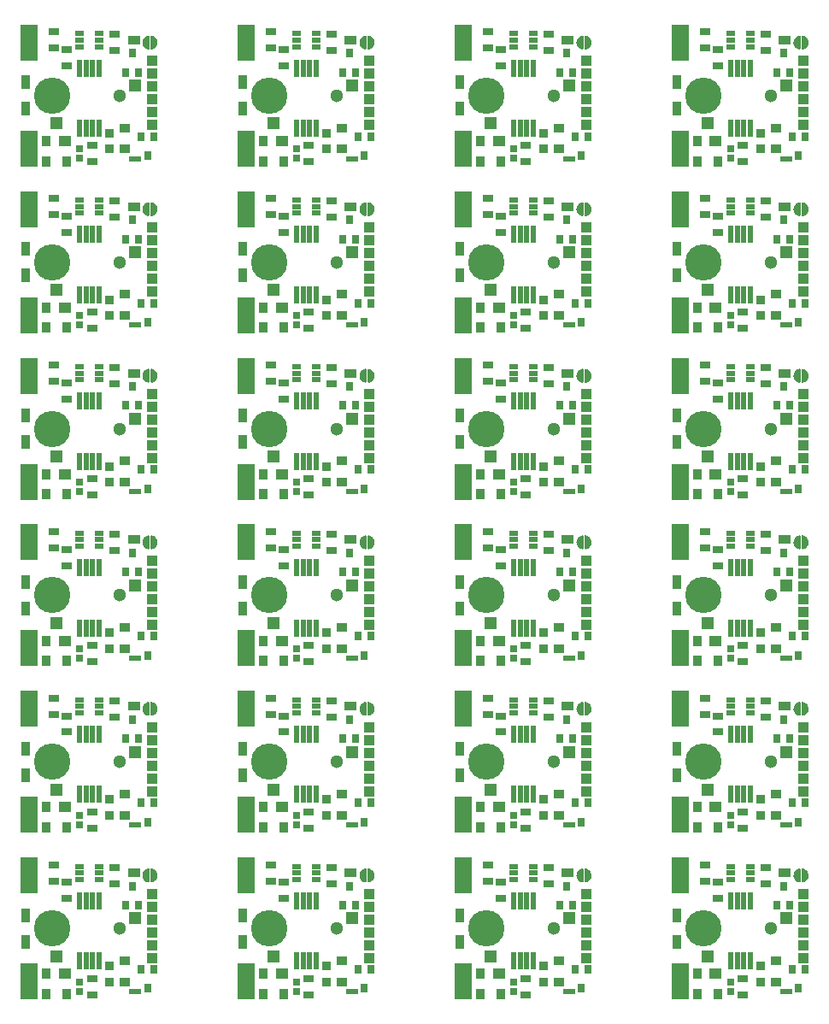
<source format=gts>
%TF.GenerationSoftware,KiCad,Pcbnew,(5.1.6)-1*%
%TF.CreationDate,2020-09-22T23:15:15+09:00*%
%TF.ProjectId,funcdecoder_tomix_pcb_8919_rev0_panelize_94mm_97mm,66756e63-6465-4636-9f64-65725f746f6d,rev?*%
%TF.SameCoordinates,PX4c4b400PY3938700*%
%TF.FileFunction,Soldermask,Top*%
%TF.FilePolarity,Negative*%
%FSLAX46Y46*%
G04 Gerber Fmt 4.6, Leading zero omitted, Abs format (unit mm)*
G04 Created by KiCad (PCBNEW (5.1.6)-1) date 2020-09-22 23:15:15*
%MOMM*%
%LPD*%
G01*
G04 APERTURE LIST*
%ADD10R,1.050000X1.050000*%
%ADD11R,0.700000X0.900000*%
%ADD12R,1.000000X0.800000*%
%ADD13R,1.300000X0.600000*%
%ADD14R,0.900000X0.500000*%
%ADD15R,1.300000X1.300000*%
%ADD16R,1.300000X0.900000*%
%ADD17C,0.100000*%
%ADD18R,0.500000X1.800000*%
%ADD19R,1.800000X3.600000*%
%ADD20R,0.850000X1.400000*%
%ADD21R,1.000000X0.900000*%
%ADD22R,0.900000X1.000000*%
%ADD23R,1.300000X1.000000*%
%ADD24C,1.300000*%
%ADD25R,0.900000X0.900000*%
%ADD26R,0.700000X0.750000*%
%ADD27C,3.600000*%
G04 APERTURE END LIST*
D10*
%TO.C,J1*%
X22750000Y-86325000D03*
X22750000Y-87595000D03*
X22750000Y-88865000D03*
X22750000Y-90135000D03*
X22750000Y-91405000D03*
X22750000Y-92675000D03*
%TD*%
%TO.C,J1*%
X44250000Y-86325000D03*
X44250000Y-87595000D03*
X44250000Y-88865000D03*
X44250000Y-90135000D03*
X44250000Y-91405000D03*
X44250000Y-92675000D03*
%TD*%
%TO.C,J1*%
X44250000Y-69825000D03*
X44250000Y-71095000D03*
X44250000Y-72365000D03*
X44250000Y-73635000D03*
X44250000Y-74905000D03*
X44250000Y-76175000D03*
%TD*%
%TO.C,J1*%
X22750000Y-69825000D03*
X22750000Y-71095000D03*
X22750000Y-72365000D03*
X22750000Y-73635000D03*
X22750000Y-74905000D03*
X22750000Y-76175000D03*
%TD*%
%TO.C,J1*%
X22750000Y-53325000D03*
X22750000Y-54595000D03*
X22750000Y-55865000D03*
X22750000Y-57135000D03*
X22750000Y-58405000D03*
X22750000Y-59675000D03*
%TD*%
%TO.C,J1*%
X44250000Y-53325000D03*
X44250000Y-54595000D03*
X44250000Y-55865000D03*
X44250000Y-57135000D03*
X44250000Y-58405000D03*
X44250000Y-59675000D03*
%TD*%
%TO.C,J1*%
X65750000Y-86325000D03*
X65750000Y-87595000D03*
X65750000Y-88865000D03*
X65750000Y-90135000D03*
X65750000Y-91405000D03*
X65750000Y-92675000D03*
%TD*%
%TO.C,J1*%
X65750000Y-69825000D03*
X65750000Y-71095000D03*
X65750000Y-72365000D03*
X65750000Y-73635000D03*
X65750000Y-74905000D03*
X65750000Y-76175000D03*
%TD*%
%TO.C,J1*%
X65750000Y-53325000D03*
X65750000Y-54595000D03*
X65750000Y-55865000D03*
X65750000Y-57135000D03*
X65750000Y-58405000D03*
X65750000Y-59675000D03*
%TD*%
%TO.C,J1*%
X87250000Y-86325000D03*
X87250000Y-87595000D03*
X87250000Y-88865000D03*
X87250000Y-90135000D03*
X87250000Y-91405000D03*
X87250000Y-92675000D03*
%TD*%
%TO.C,J1*%
X87250000Y-69825000D03*
X87250000Y-71095000D03*
X87250000Y-72365000D03*
X87250000Y-73635000D03*
X87250000Y-74905000D03*
X87250000Y-76175000D03*
%TD*%
%TO.C,J1*%
X87250000Y-53325000D03*
X87250000Y-54595000D03*
X87250000Y-55865000D03*
X87250000Y-57135000D03*
X87250000Y-58405000D03*
X87250000Y-59675000D03*
%TD*%
%TO.C,J1*%
X87250000Y-36825000D03*
X87250000Y-38095000D03*
X87250000Y-39365000D03*
X87250000Y-40635000D03*
X87250000Y-41905000D03*
X87250000Y-43175000D03*
%TD*%
%TO.C,J1*%
X65750000Y-36825000D03*
X65750000Y-38095000D03*
X65750000Y-39365000D03*
X65750000Y-40635000D03*
X65750000Y-41905000D03*
X65750000Y-43175000D03*
%TD*%
%TO.C,J1*%
X44250000Y-36825000D03*
X44250000Y-38095000D03*
X44250000Y-39365000D03*
X44250000Y-40635000D03*
X44250000Y-41905000D03*
X44250000Y-43175000D03*
%TD*%
%TO.C,J1*%
X22750000Y-36825000D03*
X22750000Y-38095000D03*
X22750000Y-39365000D03*
X22750000Y-40635000D03*
X22750000Y-41905000D03*
X22750000Y-43175000D03*
%TD*%
%TO.C,J1*%
X87250000Y-20325000D03*
X87250000Y-21595000D03*
X87250000Y-22865000D03*
X87250000Y-24135000D03*
X87250000Y-25405000D03*
X87250000Y-26675000D03*
%TD*%
%TO.C,J1*%
X65750000Y-20325000D03*
X65750000Y-21595000D03*
X65750000Y-22865000D03*
X65750000Y-24135000D03*
X65750000Y-25405000D03*
X65750000Y-26675000D03*
%TD*%
%TO.C,J1*%
X44250000Y-20325000D03*
X44250000Y-21595000D03*
X44250000Y-22865000D03*
X44250000Y-24135000D03*
X44250000Y-25405000D03*
X44250000Y-26675000D03*
%TD*%
%TO.C,J1*%
X22750000Y-20325000D03*
X22750000Y-21595000D03*
X22750000Y-22865000D03*
X22750000Y-24135000D03*
X22750000Y-25405000D03*
X22750000Y-26675000D03*
%TD*%
%TO.C,J1*%
X87250000Y-3825000D03*
X87250000Y-5095000D03*
X87250000Y-6365000D03*
X87250000Y-7635000D03*
X87250000Y-8905000D03*
X87250000Y-10175000D03*
%TD*%
%TO.C,J1*%
X65750000Y-3825000D03*
X65750000Y-5095000D03*
X65750000Y-6365000D03*
X65750000Y-7635000D03*
X65750000Y-8905000D03*
X65750000Y-10175000D03*
%TD*%
%TO.C,J1*%
X44250000Y-3825000D03*
X44250000Y-5095000D03*
X44250000Y-6365000D03*
X44250000Y-7635000D03*
X44250000Y-8905000D03*
X44250000Y-10175000D03*
%TD*%
%TO.C,J1*%
X22750000Y-3825000D03*
X22750000Y-5095000D03*
X22750000Y-6365000D03*
X22750000Y-7635000D03*
X22750000Y-8905000D03*
X22750000Y-10175000D03*
%TD*%
D11*
%TO.C,Q3*%
X84600000Y-87450000D03*
X85900000Y-87450000D03*
X85250000Y-85550000D03*
%TD*%
%TO.C,Q3*%
X63100000Y-87450000D03*
X64400000Y-87450000D03*
X63750000Y-85550000D03*
%TD*%
%TO.C,Q3*%
X41600000Y-87450000D03*
X42900000Y-87450000D03*
X42250000Y-85550000D03*
%TD*%
%TO.C,Q3*%
X20100000Y-87450000D03*
X21400000Y-87450000D03*
X20750000Y-85550000D03*
%TD*%
%TO.C,Q3*%
X84600000Y-70950000D03*
X85900000Y-70950000D03*
X85250000Y-69050000D03*
%TD*%
%TO.C,Q3*%
X63100000Y-70950000D03*
X64400000Y-70950000D03*
X63750000Y-69050000D03*
%TD*%
%TO.C,Q3*%
X41600000Y-70950000D03*
X42900000Y-70950000D03*
X42250000Y-69050000D03*
%TD*%
%TO.C,Q3*%
X20100000Y-70950000D03*
X21400000Y-70950000D03*
X20750000Y-69050000D03*
%TD*%
%TO.C,Q3*%
X84600000Y-54450000D03*
X85900000Y-54450000D03*
X85250000Y-52550000D03*
%TD*%
%TO.C,Q3*%
X63100000Y-54450000D03*
X64400000Y-54450000D03*
X63750000Y-52550000D03*
%TD*%
%TO.C,Q3*%
X41600000Y-54450000D03*
X42900000Y-54450000D03*
X42250000Y-52550000D03*
%TD*%
%TO.C,Q3*%
X20100000Y-54450000D03*
X21400000Y-54450000D03*
X20750000Y-52550000D03*
%TD*%
%TO.C,Q3*%
X84600000Y-37950000D03*
X85900000Y-37950000D03*
X85250000Y-36050000D03*
%TD*%
%TO.C,Q3*%
X63100000Y-37950000D03*
X64400000Y-37950000D03*
X63750000Y-36050000D03*
%TD*%
%TO.C,Q3*%
X41600000Y-37950000D03*
X42900000Y-37950000D03*
X42250000Y-36050000D03*
%TD*%
%TO.C,Q3*%
X20100000Y-37950000D03*
X21400000Y-37950000D03*
X20750000Y-36050000D03*
%TD*%
%TO.C,Q3*%
X84600000Y-21450000D03*
X85900000Y-21450000D03*
X85250000Y-19550000D03*
%TD*%
%TO.C,Q3*%
X63100000Y-21450000D03*
X64400000Y-21450000D03*
X63750000Y-19550000D03*
%TD*%
%TO.C,Q3*%
X41600000Y-21450000D03*
X42900000Y-21450000D03*
X42250000Y-19550000D03*
%TD*%
%TO.C,Q3*%
X20100000Y-21450000D03*
X21400000Y-21450000D03*
X20750000Y-19550000D03*
%TD*%
%TO.C,Q3*%
X84600000Y-4950000D03*
X85900000Y-4950000D03*
X85250000Y-3050000D03*
%TD*%
%TO.C,Q3*%
X63100000Y-4950000D03*
X64400000Y-4950000D03*
X63750000Y-3050000D03*
%TD*%
%TO.C,Q3*%
X41600000Y-4950000D03*
X42900000Y-4950000D03*
X42250000Y-3050000D03*
%TD*%
D12*
%TO.C,R2*%
X83500000Y-85300000D03*
X83500000Y-83700000D03*
%TD*%
%TO.C,R2*%
X62000000Y-85300000D03*
X62000000Y-83700000D03*
%TD*%
%TO.C,R2*%
X40500000Y-85300000D03*
X40500000Y-83700000D03*
%TD*%
%TO.C,R2*%
X19000000Y-85300000D03*
X19000000Y-83700000D03*
%TD*%
%TO.C,R2*%
X83500000Y-68800000D03*
X83500000Y-67200000D03*
%TD*%
%TO.C,R2*%
X62000000Y-68800000D03*
X62000000Y-67200000D03*
%TD*%
%TO.C,R2*%
X40500000Y-68800000D03*
X40500000Y-67200000D03*
%TD*%
%TO.C,R2*%
X19000000Y-68800000D03*
X19000000Y-67200000D03*
%TD*%
%TO.C,R2*%
X83500000Y-52300000D03*
X83500000Y-50700000D03*
%TD*%
%TO.C,R2*%
X62000000Y-52300000D03*
X62000000Y-50700000D03*
%TD*%
%TO.C,R2*%
X40500000Y-52300000D03*
X40500000Y-50700000D03*
%TD*%
%TO.C,R2*%
X19000000Y-52300000D03*
X19000000Y-50700000D03*
%TD*%
%TO.C,R2*%
X83500000Y-35800000D03*
X83500000Y-34200000D03*
%TD*%
%TO.C,R2*%
X62000000Y-35800000D03*
X62000000Y-34200000D03*
%TD*%
%TO.C,R2*%
X40500000Y-35800000D03*
X40500000Y-34200000D03*
%TD*%
%TO.C,R2*%
X19000000Y-35800000D03*
X19000000Y-34200000D03*
%TD*%
%TO.C,R2*%
X83500000Y-19300000D03*
X83500000Y-17700000D03*
%TD*%
%TO.C,R2*%
X62000000Y-19300000D03*
X62000000Y-17700000D03*
%TD*%
%TO.C,R2*%
X40500000Y-19300000D03*
X40500000Y-17700000D03*
%TD*%
%TO.C,R2*%
X19000000Y-19300000D03*
X19000000Y-17700000D03*
%TD*%
%TO.C,R2*%
X83500000Y-2800000D03*
X83500000Y-1200000D03*
%TD*%
%TO.C,R2*%
X62000000Y-2800000D03*
X62000000Y-1200000D03*
%TD*%
%TO.C,R2*%
X40500000Y-2800000D03*
X40500000Y-1200000D03*
%TD*%
D13*
%TO.C,PAD3*%
X85500000Y-96000000D03*
%TD*%
%TO.C,PAD3*%
X64000000Y-96000000D03*
%TD*%
%TO.C,PAD3*%
X42500000Y-96000000D03*
%TD*%
%TO.C,PAD3*%
X21000000Y-96000000D03*
%TD*%
%TO.C,PAD3*%
X85500000Y-79500000D03*
%TD*%
%TO.C,PAD3*%
X64000000Y-79500000D03*
%TD*%
%TO.C,PAD3*%
X42500000Y-79500000D03*
%TD*%
%TO.C,PAD3*%
X21000000Y-79500000D03*
%TD*%
%TO.C,PAD3*%
X85500000Y-63000000D03*
%TD*%
%TO.C,PAD3*%
X64000000Y-63000000D03*
%TD*%
%TO.C,PAD3*%
X42500000Y-63000000D03*
%TD*%
%TO.C,PAD3*%
X21000000Y-63000000D03*
%TD*%
%TO.C,PAD3*%
X85500000Y-46500000D03*
%TD*%
%TO.C,PAD3*%
X64000000Y-46500000D03*
%TD*%
%TO.C,PAD3*%
X42500000Y-46500000D03*
%TD*%
%TO.C,PAD3*%
X21000000Y-46500000D03*
%TD*%
%TO.C,PAD3*%
X85500000Y-30000000D03*
%TD*%
%TO.C,PAD3*%
X64000000Y-30000000D03*
%TD*%
%TO.C,PAD3*%
X42500000Y-30000000D03*
%TD*%
%TO.C,PAD3*%
X21000000Y-30000000D03*
%TD*%
%TO.C,PAD3*%
X85500000Y-13500000D03*
%TD*%
%TO.C,PAD3*%
X64000000Y-13500000D03*
%TD*%
%TO.C,PAD3*%
X42500000Y-13500000D03*
%TD*%
D14*
%TO.C,Q2*%
X80050000Y-84900000D03*
X80050000Y-84250000D03*
X80050000Y-83600000D03*
X81950000Y-83600000D03*
X81950000Y-84250000D03*
X81950000Y-84900000D03*
%TD*%
%TO.C,Q2*%
X58550000Y-84900000D03*
X58550000Y-84250000D03*
X58550000Y-83600000D03*
X60450000Y-83600000D03*
X60450000Y-84250000D03*
X60450000Y-84900000D03*
%TD*%
%TO.C,Q2*%
X37050000Y-84900000D03*
X37050000Y-84250000D03*
X37050000Y-83600000D03*
X38950000Y-83600000D03*
X38950000Y-84250000D03*
X38950000Y-84900000D03*
%TD*%
%TO.C,Q2*%
X15550000Y-84900000D03*
X15550000Y-84250000D03*
X15550000Y-83600000D03*
X17450000Y-83600000D03*
X17450000Y-84250000D03*
X17450000Y-84900000D03*
%TD*%
%TO.C,Q2*%
X80050000Y-68400000D03*
X80050000Y-67750000D03*
X80050000Y-67100000D03*
X81950000Y-67100000D03*
X81950000Y-67750000D03*
X81950000Y-68400000D03*
%TD*%
%TO.C,Q2*%
X58550000Y-68400000D03*
X58550000Y-67750000D03*
X58550000Y-67100000D03*
X60450000Y-67100000D03*
X60450000Y-67750000D03*
X60450000Y-68400000D03*
%TD*%
%TO.C,Q2*%
X37050000Y-68400000D03*
X37050000Y-67750000D03*
X37050000Y-67100000D03*
X38950000Y-67100000D03*
X38950000Y-67750000D03*
X38950000Y-68400000D03*
%TD*%
%TO.C,Q2*%
X15550000Y-68400000D03*
X15550000Y-67750000D03*
X15550000Y-67100000D03*
X17450000Y-67100000D03*
X17450000Y-67750000D03*
X17450000Y-68400000D03*
%TD*%
%TO.C,Q2*%
X80050000Y-51900000D03*
X80050000Y-51250000D03*
X80050000Y-50600000D03*
X81950000Y-50600000D03*
X81950000Y-51250000D03*
X81950000Y-51900000D03*
%TD*%
%TO.C,Q2*%
X58550000Y-51900000D03*
X58550000Y-51250000D03*
X58550000Y-50600000D03*
X60450000Y-50600000D03*
X60450000Y-51250000D03*
X60450000Y-51900000D03*
%TD*%
%TO.C,Q2*%
X37050000Y-51900000D03*
X37050000Y-51250000D03*
X37050000Y-50600000D03*
X38950000Y-50600000D03*
X38950000Y-51250000D03*
X38950000Y-51900000D03*
%TD*%
%TO.C,Q2*%
X15550000Y-51900000D03*
X15550000Y-51250000D03*
X15550000Y-50600000D03*
X17450000Y-50600000D03*
X17450000Y-51250000D03*
X17450000Y-51900000D03*
%TD*%
%TO.C,Q2*%
X80050000Y-35400000D03*
X80050000Y-34750000D03*
X80050000Y-34100000D03*
X81950000Y-34100000D03*
X81950000Y-34750000D03*
X81950000Y-35400000D03*
%TD*%
%TO.C,Q2*%
X58550000Y-35400000D03*
X58550000Y-34750000D03*
X58550000Y-34100000D03*
X60450000Y-34100000D03*
X60450000Y-34750000D03*
X60450000Y-35400000D03*
%TD*%
%TO.C,Q2*%
X37050000Y-35400000D03*
X37050000Y-34750000D03*
X37050000Y-34100000D03*
X38950000Y-34100000D03*
X38950000Y-34750000D03*
X38950000Y-35400000D03*
%TD*%
%TO.C,Q2*%
X15550000Y-35400000D03*
X15550000Y-34750000D03*
X15550000Y-34100000D03*
X17450000Y-34100000D03*
X17450000Y-34750000D03*
X17450000Y-35400000D03*
%TD*%
%TO.C,Q2*%
X80050000Y-18900000D03*
X80050000Y-18250000D03*
X80050000Y-17600000D03*
X81950000Y-17600000D03*
X81950000Y-18250000D03*
X81950000Y-18900000D03*
%TD*%
%TO.C,Q2*%
X58550000Y-18900000D03*
X58550000Y-18250000D03*
X58550000Y-17600000D03*
X60450000Y-17600000D03*
X60450000Y-18250000D03*
X60450000Y-18900000D03*
%TD*%
%TO.C,Q2*%
X37050000Y-18900000D03*
X37050000Y-18250000D03*
X37050000Y-17600000D03*
X38950000Y-17600000D03*
X38950000Y-18250000D03*
X38950000Y-18900000D03*
%TD*%
%TO.C,Q2*%
X15550000Y-18900000D03*
X15550000Y-18250000D03*
X15550000Y-17600000D03*
X17450000Y-17600000D03*
X17450000Y-18250000D03*
X17450000Y-18900000D03*
%TD*%
%TO.C,Q2*%
X80050000Y-2400000D03*
X80050000Y-1750000D03*
X80050000Y-1100000D03*
X81950000Y-1100000D03*
X81950000Y-1750000D03*
X81950000Y-2400000D03*
%TD*%
%TO.C,Q2*%
X58550000Y-2400000D03*
X58550000Y-1750000D03*
X58550000Y-1100000D03*
X60450000Y-1100000D03*
X60450000Y-1750000D03*
X60450000Y-2400000D03*
%TD*%
%TO.C,Q2*%
X37050000Y-2400000D03*
X37050000Y-1750000D03*
X37050000Y-1100000D03*
X38950000Y-1100000D03*
X38950000Y-1750000D03*
X38950000Y-2400000D03*
%TD*%
D15*
%TO.C,PAD2*%
X85500000Y-88750000D03*
%TD*%
%TO.C,PAD2*%
X64000000Y-88750000D03*
%TD*%
%TO.C,PAD2*%
X42500000Y-88750000D03*
%TD*%
%TO.C,PAD2*%
X21000000Y-88750000D03*
%TD*%
%TO.C,PAD2*%
X85500000Y-72250000D03*
%TD*%
%TO.C,PAD2*%
X64000000Y-72250000D03*
%TD*%
%TO.C,PAD2*%
X42500000Y-72250000D03*
%TD*%
%TO.C,PAD2*%
X21000000Y-72250000D03*
%TD*%
%TO.C,PAD2*%
X85500000Y-55750000D03*
%TD*%
%TO.C,PAD2*%
X64000000Y-55750000D03*
%TD*%
%TO.C,PAD2*%
X42500000Y-55750000D03*
%TD*%
%TO.C,PAD2*%
X21000000Y-55750000D03*
%TD*%
%TO.C,PAD2*%
X85500000Y-39250000D03*
%TD*%
%TO.C,PAD2*%
X64000000Y-39250000D03*
%TD*%
%TO.C,PAD2*%
X42500000Y-39250000D03*
%TD*%
%TO.C,PAD2*%
X21000000Y-39250000D03*
%TD*%
%TO.C,PAD2*%
X85500000Y-22750000D03*
%TD*%
%TO.C,PAD2*%
X64000000Y-22750000D03*
%TD*%
%TO.C,PAD2*%
X42500000Y-22750000D03*
%TD*%
%TO.C,PAD2*%
X21000000Y-22750000D03*
%TD*%
%TO.C,PAD2*%
X85500000Y-6250000D03*
%TD*%
%TO.C,PAD2*%
X64000000Y-6250000D03*
%TD*%
%TO.C,PAD2*%
X42500000Y-6250000D03*
%TD*%
D16*
%TO.C,PAD4*%
X85400000Y-84250000D03*
%TD*%
%TO.C,PAD4*%
X63900000Y-84250000D03*
%TD*%
%TO.C,PAD4*%
X42400000Y-84250000D03*
%TD*%
%TO.C,PAD4*%
X20900000Y-84250000D03*
%TD*%
%TO.C,PAD4*%
X85400000Y-67750000D03*
%TD*%
%TO.C,PAD4*%
X63900000Y-67750000D03*
%TD*%
%TO.C,PAD4*%
X42400000Y-67750000D03*
%TD*%
%TO.C,PAD4*%
X20900000Y-67750000D03*
%TD*%
%TO.C,PAD4*%
X85400000Y-51250000D03*
%TD*%
%TO.C,PAD4*%
X63900000Y-51250000D03*
%TD*%
%TO.C,PAD4*%
X42400000Y-51250000D03*
%TD*%
%TO.C,PAD4*%
X20900000Y-51250000D03*
%TD*%
%TO.C,PAD4*%
X85400000Y-34750000D03*
%TD*%
%TO.C,PAD4*%
X63900000Y-34750000D03*
%TD*%
%TO.C,PAD4*%
X42400000Y-34750000D03*
%TD*%
%TO.C,PAD4*%
X20900000Y-34750000D03*
%TD*%
%TO.C,PAD4*%
X85400000Y-18250000D03*
%TD*%
%TO.C,PAD4*%
X63900000Y-18250000D03*
%TD*%
%TO.C,PAD4*%
X42400000Y-18250000D03*
%TD*%
%TO.C,PAD4*%
X20900000Y-18250000D03*
%TD*%
%TO.C,PAD4*%
X85400000Y-1750000D03*
%TD*%
%TO.C,PAD4*%
X63900000Y-1750000D03*
%TD*%
%TO.C,PAD4*%
X42400000Y-1750000D03*
%TD*%
D17*
%TO.C,PAD5*%
G36*
X87748516Y-84543947D02*
G01*
X87748506Y-84544334D01*
X87748486Y-84545031D01*
X87748332Y-84547779D01*
X87748189Y-84549482D01*
X87748064Y-84551267D01*
X87747834Y-84553693D01*
X87740893Y-84611900D01*
X87740856Y-84612208D01*
X87740769Y-84612901D01*
X87740337Y-84615697D01*
X87740018Y-84617433D01*
X87739731Y-84619133D01*
X87739264Y-84621535D01*
X87726675Y-84678788D01*
X87726611Y-84679078D01*
X87726457Y-84679759D01*
X87725749Y-84682521D01*
X87725264Y-84684212D01*
X87724815Y-84685865D01*
X87724115Y-84688215D01*
X87706001Y-84743965D01*
X87705875Y-84744347D01*
X87705654Y-84745009D01*
X87704714Y-84747587D01*
X87704076Y-84749198D01*
X87703455Y-84750833D01*
X87702531Y-84753097D01*
X87679063Y-84806815D01*
X87678912Y-84807158D01*
X87678628Y-84807795D01*
X87677429Y-84810295D01*
X87676634Y-84811841D01*
X87675860Y-84813401D01*
X87674719Y-84815566D01*
X87646121Y-84866736D01*
X87645944Y-84867050D01*
X87645599Y-84867657D01*
X87644153Y-84870044D01*
X87643230Y-84871475D01*
X87642294Y-84872974D01*
X87640945Y-84875020D01*
X87607490Y-84923156D01*
X87607282Y-84923452D01*
X87606879Y-84924023D01*
X87605219Y-84926242D01*
X87604159Y-84927580D01*
X87603062Y-84929004D01*
X87601528Y-84930898D01*
X87563535Y-84975539D01*
X87563294Y-84975820D01*
X87562837Y-84976349D01*
X87560962Y-84978401D01*
X87559757Y-84979649D01*
X87558570Y-84980913D01*
X87556847Y-84982661D01*
X87514680Y-85023382D01*
X87514396Y-85023654D01*
X87513890Y-85024135D01*
X87511843Y-85025976D01*
X87510557Y-85027071D01*
X87509206Y-85028253D01*
X87507328Y-85029818D01*
X87461388Y-85066229D01*
X87461083Y-85066469D01*
X87460533Y-85066898D01*
X87458311Y-85068535D01*
X87456849Y-85069551D01*
X87455475Y-85070535D01*
X87453444Y-85071915D01*
X87404170Y-85103670D01*
X87403887Y-85103852D01*
X87403298Y-85104226D01*
X87400881Y-85105667D01*
X87399369Y-85106512D01*
X87397864Y-85107381D01*
X87395710Y-85108556D01*
X87343573Y-85135351D01*
X87343222Y-85135529D01*
X87342599Y-85135843D01*
X87340105Y-85137015D01*
X87338582Y-85137680D01*
X87336939Y-85138426D01*
X87334677Y-85139387D01*
X87280174Y-85160967D01*
X87279817Y-85161106D01*
X87279166Y-85161358D01*
X87276565Y-85162283D01*
X87274927Y-85162815D01*
X87273243Y-85163388D01*
X87270922Y-85164115D01*
X87214573Y-85180272D01*
X87214263Y-85180360D01*
X87213591Y-85180548D01*
X87210855Y-85181231D01*
X87210198Y-85181375D01*
X87209515Y-85181551D01*
X87207121Y-85182104D01*
X87174300Y-85188842D01*
X87173913Y-85188919D01*
X87173228Y-85189054D01*
X87170521Y-85189511D01*
X87165684Y-85190191D01*
X87160821Y-85190634D01*
X87155939Y-85190839D01*
X87151056Y-85190805D01*
X87146180Y-85190533D01*
X87141288Y-85190004D01*
X87141286Y-85190018D01*
X87136486Y-85189275D01*
X87131697Y-85188291D01*
X87126966Y-85187076D01*
X87122302Y-85185633D01*
X87117711Y-85183962D01*
X87113204Y-85182067D01*
X87108799Y-85179956D01*
X87104512Y-85177638D01*
X87100333Y-85175108D01*
X87096276Y-85172372D01*
X87092365Y-85169446D01*
X87088605Y-85166336D01*
X87084997Y-85163042D01*
X87081545Y-85159565D01*
X87078277Y-85155934D01*
X87075200Y-85152161D01*
X87072301Y-85148230D01*
X87069593Y-85144154D01*
X87067092Y-85139958D01*
X87064800Y-85135648D01*
X87062720Y-85131228D01*
X87060859Y-85126713D01*
X87059220Y-85122111D01*
X87057808Y-85117434D01*
X87056626Y-85112694D01*
X87055675Y-85107893D01*
X87054962Y-85103060D01*
X87054487Y-85098209D01*
X87054248Y-85093330D01*
X87054188Y-85090884D01*
X87054188Y-83909116D01*
X87054189Y-83908758D01*
X87054194Y-83908060D01*
X87054291Y-83905287D01*
X87054324Y-83904761D01*
X87054339Y-83904762D01*
X87054395Y-83903182D01*
X87054510Y-83901809D01*
X87054598Y-83900413D01*
X87054770Y-83898881D01*
X87054756Y-83898880D01*
X87054800Y-83898352D01*
X87054991Y-83896915D01*
X87055147Y-83895527D01*
X87055230Y-83895016D01*
X87055243Y-83895018D01*
X87055448Y-83893478D01*
X87055706Y-83892074D01*
X87055924Y-83890726D01*
X87056252Y-83889183D01*
X87056237Y-83889180D01*
X87056332Y-83888663D01*
X87056648Y-83887319D01*
X87056936Y-83885962D01*
X87057069Y-83885458D01*
X87057084Y-83885462D01*
X87057450Y-83883904D01*
X87057822Y-83882608D01*
X87058183Y-83881240D01*
X87058675Y-83879688D01*
X87058660Y-83879684D01*
X87058802Y-83879190D01*
X87059234Y-83877921D01*
X87059654Y-83876596D01*
X87059840Y-83876095D01*
X87059855Y-83876100D01*
X87060365Y-83874602D01*
X87060868Y-83873331D01*
X87061368Y-83871987D01*
X87061993Y-83870528D01*
X87061980Y-83870523D01*
X87062171Y-83870041D01*
X87062722Y-83868827D01*
X87063285Y-83867513D01*
X87063517Y-83867037D01*
X87063531Y-83867044D01*
X87064187Y-83865599D01*
X87064813Y-83864382D01*
X87065431Y-83863114D01*
X87066212Y-83861691D01*
X87066198Y-83861684D01*
X87066437Y-83861220D01*
X87067115Y-83860047D01*
X87067761Y-83858871D01*
X87068036Y-83858423D01*
X87068049Y-83858431D01*
X87068859Y-83857031D01*
X87069605Y-83855874D01*
X87070344Y-83854672D01*
X87071238Y-83853366D01*
X87071225Y-83853358D01*
X87071508Y-83852919D01*
X87072316Y-83851791D01*
X87073104Y-83850640D01*
X87073422Y-83850221D01*
X87073434Y-83850230D01*
X87074355Y-83848945D01*
X87075200Y-83847879D01*
X87076061Y-83846745D01*
X87077083Y-83845527D01*
X87077071Y-83845518D01*
X87077393Y-83845112D01*
X87078295Y-83844082D01*
X87079189Y-83843016D01*
X87079549Y-83842627D01*
X87079560Y-83842637D01*
X87080587Y-83841464D01*
X87081545Y-83840471D01*
X87082521Y-83839417D01*
X87083636Y-83838325D01*
X87083626Y-83838315D01*
X87083989Y-83837939D01*
X87085016Y-83836975D01*
X87086005Y-83836006D01*
X87086398Y-83835657D01*
X87086407Y-83835667D01*
X87087550Y-83834594D01*
X87088644Y-83833663D01*
X87089669Y-83832753D01*
X87090851Y-83831804D01*
X87090842Y-83831793D01*
X87091242Y-83831452D01*
X87092401Y-83830558D01*
X87093506Y-83829671D01*
X87093928Y-83829365D01*
X87093936Y-83829376D01*
X87095135Y-83828451D01*
X87096310Y-83827634D01*
X87097428Y-83826822D01*
X87098754Y-83825954D01*
X87098745Y-83825941D01*
X87099183Y-83825637D01*
X87100364Y-83824900D01*
X87101472Y-83824174D01*
X87101916Y-83823913D01*
X87101923Y-83823926D01*
X87103297Y-83823068D01*
X87104533Y-83822377D01*
X87105734Y-83821673D01*
X87107124Y-83820947D01*
X87107117Y-83820935D01*
X87107568Y-83820683D01*
X87108799Y-83820072D01*
X87110064Y-83819411D01*
X87110547Y-83819188D01*
X87110553Y-83819201D01*
X87111935Y-83818515D01*
X87113206Y-83817960D01*
X87114484Y-83817369D01*
X87115951Y-83816776D01*
X87115945Y-83816762D01*
X87116426Y-83816552D01*
X87117711Y-83816064D01*
X87118987Y-83815548D01*
X87119480Y-83815376D01*
X87119485Y-83815391D01*
X87120980Y-83814823D01*
X87122302Y-83814393D01*
X87123620Y-83813934D01*
X87125145Y-83813485D01*
X87125140Y-83813470D01*
X87125639Y-83813308D01*
X87127007Y-83812936D01*
X87128305Y-83812554D01*
X87128813Y-83812431D01*
X87128816Y-83812445D01*
X87130332Y-83812033D01*
X87131733Y-83811725D01*
X87133077Y-83811400D01*
X87134625Y-83811105D01*
X87134622Y-83811090D01*
X87135142Y-83810976D01*
X87136497Y-83810747D01*
X87137829Y-83810493D01*
X87138339Y-83810421D01*
X87138341Y-83810436D01*
X87139934Y-83810167D01*
X87141341Y-83809999D01*
X87142695Y-83809809D01*
X87144262Y-83809666D01*
X87144260Y-83809652D01*
X87144780Y-83809590D01*
X87146180Y-83809492D01*
X87147559Y-83809366D01*
X87148083Y-83809344D01*
X87148084Y-83809359D01*
X87149659Y-83809249D01*
X87151056Y-83809220D01*
X87152426Y-83809162D01*
X87154009Y-83809172D01*
X87154009Y-83809157D01*
X87154531Y-83809146D01*
X87155883Y-83809184D01*
X87157295Y-83809193D01*
X87157820Y-83809222D01*
X87157819Y-83809238D01*
X87159439Y-83809284D01*
X87160822Y-83809391D01*
X87162202Y-83809468D01*
X87163794Y-83809635D01*
X87163795Y-83809620D01*
X87164312Y-83809660D01*
X87165673Y-83809832D01*
X87167052Y-83809977D01*
X87167576Y-83810058D01*
X87167574Y-83810073D01*
X87169147Y-83810272D01*
X87170481Y-83810507D01*
X87171876Y-83810723D01*
X87173419Y-83811040D01*
X87173421Y-83811026D01*
X87173927Y-83811115D01*
X87176342Y-83811601D01*
X87233506Y-83824588D01*
X87233829Y-83824663D01*
X87234508Y-83824822D01*
X87237228Y-83825540D01*
X87238857Y-83826019D01*
X87240578Y-83826500D01*
X87242915Y-83827215D01*
X87298538Y-83845718D01*
X87298868Y-83845829D01*
X87299529Y-83846054D01*
X87302145Y-83847027D01*
X87303771Y-83847684D01*
X87305393Y-83848313D01*
X87307648Y-83849252D01*
X87361199Y-83873095D01*
X87361487Y-83873224D01*
X87362123Y-83873512D01*
X87364674Y-83874756D01*
X87366192Y-83875550D01*
X87367762Y-83876343D01*
X87369919Y-83877499D01*
X87420889Y-83906454D01*
X87421207Y-83906636D01*
X87421811Y-83906985D01*
X87424177Y-83908441D01*
X87425695Y-83909435D01*
X87427115Y-83910336D01*
X87429137Y-83911689D01*
X87477039Y-83945479D01*
X87477327Y-83945684D01*
X87477894Y-83946090D01*
X87480110Y-83947772D01*
X87481500Y-83948889D01*
X87482850Y-83949944D01*
X87484738Y-83951494D01*
X87529113Y-83989797D01*
X87529393Y-83990040D01*
X87529918Y-83990500D01*
X87531949Y-83992382D01*
X87533209Y-83993616D01*
X87534456Y-83994803D01*
X87536189Y-83996535D01*
X87576614Y-84038986D01*
X87576853Y-84039239D01*
X87577331Y-84039748D01*
X87579185Y-84041836D01*
X87580310Y-84043177D01*
X87581447Y-84044494D01*
X87582996Y-84046380D01*
X87619086Y-84092572D01*
X87619323Y-84092877D01*
X87619749Y-84093431D01*
X87621370Y-84095665D01*
X87622312Y-84097041D01*
X87623357Y-84098522D01*
X87624720Y-84100559D01*
X87656129Y-84150054D01*
X87656312Y-84150344D01*
X87656682Y-84150936D01*
X87658102Y-84153358D01*
X87658913Y-84154834D01*
X87659793Y-84156382D01*
X87660954Y-84158547D01*
X87687384Y-84210870D01*
X87687548Y-84211197D01*
X87687858Y-84211822D01*
X87689021Y-84214340D01*
X87689696Y-84215914D01*
X87690420Y-84217541D01*
X87691358Y-84219794D01*
X87712557Y-84274446D01*
X87712674Y-84274752D01*
X87712922Y-84275404D01*
X87713853Y-84278077D01*
X87714376Y-84279727D01*
X87714924Y-84281374D01*
X87715641Y-84283718D01*
X87731405Y-84340178D01*
X87731495Y-84340505D01*
X87731678Y-84341178D01*
X87732339Y-84343910D01*
X87732692Y-84345574D01*
X87733087Y-84347311D01*
X87733569Y-84349706D01*
X87743748Y-84407435D01*
X87743800Y-84407734D01*
X87743917Y-84408422D01*
X87744315Y-84411249D01*
X87744505Y-84412946D01*
X87744724Y-84414676D01*
X87744974Y-84417127D01*
X87749471Y-84475575D01*
X87749500Y-84475971D01*
X87749548Y-84476667D01*
X87749661Y-84479411D01*
X87749685Y-84481154D01*
X87749734Y-84482891D01*
X87749743Y-84485340D01*
X87748516Y-84543947D01*
G37*
G36*
X86251484Y-84456053D02*
G01*
X86251494Y-84455666D01*
X86251514Y-84454969D01*
X86251668Y-84452221D01*
X86251811Y-84450518D01*
X86251936Y-84448733D01*
X86252166Y-84446307D01*
X86259107Y-84388100D01*
X86259144Y-84387792D01*
X86259231Y-84387099D01*
X86259663Y-84384303D01*
X86259982Y-84382567D01*
X86260269Y-84380867D01*
X86260736Y-84378465D01*
X86273325Y-84321212D01*
X86273389Y-84320922D01*
X86273543Y-84320241D01*
X86274251Y-84317479D01*
X86274736Y-84315788D01*
X86275185Y-84314135D01*
X86275885Y-84311785D01*
X86293999Y-84256035D01*
X86294125Y-84255653D01*
X86294346Y-84254991D01*
X86295286Y-84252413D01*
X86295924Y-84250802D01*
X86296545Y-84249167D01*
X86297469Y-84246903D01*
X86320937Y-84193185D01*
X86321088Y-84192842D01*
X86321372Y-84192205D01*
X86322571Y-84189705D01*
X86323366Y-84188159D01*
X86324140Y-84186599D01*
X86325281Y-84184434D01*
X86353879Y-84133264D01*
X86354056Y-84132950D01*
X86354401Y-84132343D01*
X86355847Y-84129956D01*
X86356770Y-84128525D01*
X86357706Y-84127026D01*
X86359055Y-84124980D01*
X86392510Y-84076844D01*
X86392718Y-84076548D01*
X86393121Y-84075977D01*
X86394781Y-84073758D01*
X86395841Y-84072420D01*
X86396938Y-84070996D01*
X86398472Y-84069102D01*
X86436465Y-84024461D01*
X86436706Y-84024180D01*
X86437163Y-84023651D01*
X86439038Y-84021599D01*
X86440243Y-84020351D01*
X86441430Y-84019087D01*
X86443153Y-84017339D01*
X86485320Y-83976618D01*
X86485604Y-83976346D01*
X86486110Y-83975865D01*
X86488157Y-83974024D01*
X86489443Y-83972929D01*
X86490794Y-83971747D01*
X86492672Y-83970182D01*
X86538612Y-83933771D01*
X86538917Y-83933531D01*
X86539467Y-83933102D01*
X86541689Y-83931465D01*
X86543151Y-83930449D01*
X86544525Y-83929465D01*
X86546556Y-83928085D01*
X86595830Y-83896330D01*
X86596113Y-83896148D01*
X86596702Y-83895774D01*
X86599119Y-83894333D01*
X86600631Y-83893488D01*
X86602136Y-83892619D01*
X86604290Y-83891444D01*
X86656427Y-83864649D01*
X86656778Y-83864471D01*
X86657401Y-83864157D01*
X86659895Y-83862985D01*
X86661418Y-83862320D01*
X86663061Y-83861574D01*
X86665323Y-83860613D01*
X86719826Y-83839033D01*
X86720183Y-83838894D01*
X86720834Y-83838642D01*
X86723435Y-83837717D01*
X86725073Y-83837185D01*
X86726757Y-83836612D01*
X86729078Y-83835885D01*
X86785427Y-83819728D01*
X86785737Y-83819640D01*
X86786409Y-83819452D01*
X86789145Y-83818769D01*
X86789802Y-83818625D01*
X86790485Y-83818449D01*
X86792879Y-83817896D01*
X86825700Y-83811158D01*
X86826087Y-83811081D01*
X86826772Y-83810946D01*
X86829479Y-83810489D01*
X86834316Y-83809809D01*
X86839179Y-83809366D01*
X86844061Y-83809161D01*
X86848944Y-83809195D01*
X86853820Y-83809467D01*
X86858712Y-83809996D01*
X86858714Y-83809982D01*
X86863514Y-83810725D01*
X86868303Y-83811709D01*
X86873034Y-83812924D01*
X86877698Y-83814367D01*
X86882289Y-83816038D01*
X86886796Y-83817933D01*
X86891201Y-83820044D01*
X86895488Y-83822362D01*
X86899667Y-83824892D01*
X86903724Y-83827628D01*
X86907635Y-83830554D01*
X86911395Y-83833664D01*
X86915003Y-83836958D01*
X86918455Y-83840435D01*
X86921723Y-83844066D01*
X86924800Y-83847839D01*
X86927699Y-83851770D01*
X86930407Y-83855846D01*
X86932908Y-83860042D01*
X86935200Y-83864352D01*
X86937280Y-83868772D01*
X86939141Y-83873287D01*
X86940780Y-83877889D01*
X86942192Y-83882566D01*
X86943374Y-83887306D01*
X86944325Y-83892107D01*
X86945038Y-83896940D01*
X86945513Y-83901791D01*
X86945752Y-83906670D01*
X86945812Y-83909116D01*
X86945812Y-85090884D01*
X86945811Y-85091242D01*
X86945806Y-85091940D01*
X86945709Y-85094713D01*
X86945676Y-85095239D01*
X86945661Y-85095238D01*
X86945605Y-85096818D01*
X86945490Y-85098191D01*
X86945402Y-85099587D01*
X86945230Y-85101119D01*
X86945244Y-85101120D01*
X86945200Y-85101648D01*
X86945009Y-85103085D01*
X86944853Y-85104473D01*
X86944770Y-85104984D01*
X86944757Y-85104982D01*
X86944552Y-85106522D01*
X86944294Y-85107926D01*
X86944076Y-85109274D01*
X86943748Y-85110817D01*
X86943763Y-85110820D01*
X86943668Y-85111337D01*
X86943352Y-85112681D01*
X86943064Y-85114038D01*
X86942931Y-85114542D01*
X86942916Y-85114538D01*
X86942550Y-85116096D01*
X86942178Y-85117392D01*
X86941817Y-85118760D01*
X86941325Y-85120312D01*
X86941340Y-85120316D01*
X86941198Y-85120810D01*
X86940766Y-85122079D01*
X86940346Y-85123404D01*
X86940160Y-85123905D01*
X86940145Y-85123900D01*
X86939635Y-85125398D01*
X86939132Y-85126669D01*
X86938632Y-85128013D01*
X86938007Y-85129472D01*
X86938020Y-85129477D01*
X86937829Y-85129959D01*
X86937278Y-85131173D01*
X86936715Y-85132487D01*
X86936483Y-85132963D01*
X86936469Y-85132956D01*
X86935813Y-85134401D01*
X86935187Y-85135618D01*
X86934569Y-85136886D01*
X86933788Y-85138309D01*
X86933802Y-85138316D01*
X86933563Y-85138780D01*
X86932885Y-85139953D01*
X86932239Y-85141129D01*
X86931964Y-85141577D01*
X86931951Y-85141569D01*
X86931141Y-85142969D01*
X86930395Y-85144126D01*
X86929656Y-85145328D01*
X86928762Y-85146634D01*
X86928775Y-85146642D01*
X86928492Y-85147081D01*
X86927684Y-85148209D01*
X86926896Y-85149360D01*
X86926578Y-85149779D01*
X86926566Y-85149770D01*
X86925645Y-85151055D01*
X86924800Y-85152121D01*
X86923939Y-85153255D01*
X86922917Y-85154473D01*
X86922929Y-85154482D01*
X86922607Y-85154888D01*
X86921705Y-85155918D01*
X86920811Y-85156984D01*
X86920451Y-85157373D01*
X86920440Y-85157363D01*
X86919413Y-85158536D01*
X86918455Y-85159529D01*
X86917479Y-85160583D01*
X86916364Y-85161675D01*
X86916374Y-85161685D01*
X86916011Y-85162061D01*
X86914984Y-85163025D01*
X86913995Y-85163994D01*
X86913602Y-85164343D01*
X86913593Y-85164333D01*
X86912450Y-85165406D01*
X86911356Y-85166337D01*
X86910331Y-85167247D01*
X86909149Y-85168196D01*
X86909158Y-85168207D01*
X86908758Y-85168548D01*
X86907599Y-85169442D01*
X86906494Y-85170329D01*
X86906072Y-85170635D01*
X86906064Y-85170624D01*
X86904865Y-85171549D01*
X86903690Y-85172366D01*
X86902572Y-85173178D01*
X86901246Y-85174046D01*
X86901255Y-85174059D01*
X86900817Y-85174363D01*
X86899636Y-85175100D01*
X86898528Y-85175826D01*
X86898084Y-85176087D01*
X86898077Y-85176074D01*
X86896703Y-85176932D01*
X86895467Y-85177623D01*
X86894266Y-85178327D01*
X86892876Y-85179053D01*
X86892883Y-85179065D01*
X86892432Y-85179317D01*
X86891201Y-85179928D01*
X86889936Y-85180589D01*
X86889453Y-85180812D01*
X86889447Y-85180799D01*
X86888065Y-85181485D01*
X86886794Y-85182040D01*
X86885516Y-85182631D01*
X86884049Y-85183224D01*
X86884055Y-85183238D01*
X86883574Y-85183448D01*
X86882289Y-85183936D01*
X86881013Y-85184452D01*
X86880520Y-85184624D01*
X86880515Y-85184609D01*
X86879020Y-85185177D01*
X86877698Y-85185607D01*
X86876380Y-85186066D01*
X86874855Y-85186515D01*
X86874860Y-85186530D01*
X86874361Y-85186692D01*
X86872993Y-85187064D01*
X86871695Y-85187446D01*
X86871187Y-85187569D01*
X86871184Y-85187555D01*
X86869668Y-85187967D01*
X86868267Y-85188275D01*
X86866923Y-85188600D01*
X86865375Y-85188895D01*
X86865378Y-85188910D01*
X86864858Y-85189024D01*
X86863503Y-85189253D01*
X86862171Y-85189507D01*
X86861661Y-85189579D01*
X86861659Y-85189564D01*
X86860066Y-85189833D01*
X86858659Y-85190001D01*
X86857305Y-85190191D01*
X86855738Y-85190334D01*
X86855740Y-85190348D01*
X86855220Y-85190410D01*
X86853820Y-85190508D01*
X86852441Y-85190634D01*
X86851917Y-85190656D01*
X86851916Y-85190641D01*
X86850341Y-85190751D01*
X86848944Y-85190780D01*
X86847574Y-85190838D01*
X86845991Y-85190828D01*
X86845991Y-85190843D01*
X86845469Y-85190854D01*
X86844117Y-85190816D01*
X86842705Y-85190807D01*
X86842180Y-85190778D01*
X86842181Y-85190762D01*
X86840561Y-85190716D01*
X86839178Y-85190609D01*
X86837798Y-85190532D01*
X86836206Y-85190365D01*
X86836205Y-85190380D01*
X86835688Y-85190340D01*
X86834327Y-85190168D01*
X86832948Y-85190023D01*
X86832424Y-85189942D01*
X86832426Y-85189927D01*
X86830853Y-85189728D01*
X86829519Y-85189493D01*
X86828124Y-85189277D01*
X86826581Y-85188960D01*
X86826579Y-85188974D01*
X86826073Y-85188885D01*
X86823658Y-85188399D01*
X86766494Y-85175412D01*
X86766171Y-85175337D01*
X86765492Y-85175178D01*
X86762772Y-85174460D01*
X86761143Y-85173981D01*
X86759422Y-85173500D01*
X86757085Y-85172785D01*
X86701462Y-85154282D01*
X86701132Y-85154171D01*
X86700471Y-85153946D01*
X86697855Y-85152973D01*
X86696229Y-85152316D01*
X86694607Y-85151687D01*
X86692352Y-85150748D01*
X86638801Y-85126905D01*
X86638513Y-85126776D01*
X86637877Y-85126488D01*
X86635326Y-85125244D01*
X86633808Y-85124450D01*
X86632238Y-85123657D01*
X86630081Y-85122501D01*
X86579111Y-85093546D01*
X86578793Y-85093364D01*
X86578189Y-85093015D01*
X86575823Y-85091559D01*
X86574305Y-85090565D01*
X86572885Y-85089664D01*
X86570863Y-85088311D01*
X86522961Y-85054521D01*
X86522673Y-85054316D01*
X86522106Y-85053910D01*
X86519890Y-85052228D01*
X86518500Y-85051111D01*
X86517150Y-85050056D01*
X86515262Y-85048506D01*
X86470887Y-85010203D01*
X86470607Y-85009960D01*
X86470082Y-85009500D01*
X86468051Y-85007618D01*
X86466791Y-85006384D01*
X86465544Y-85005197D01*
X86463811Y-85003465D01*
X86423386Y-84961014D01*
X86423147Y-84960761D01*
X86422669Y-84960252D01*
X86420815Y-84958164D01*
X86419690Y-84956823D01*
X86418553Y-84955506D01*
X86417004Y-84953620D01*
X86380914Y-84907428D01*
X86380677Y-84907123D01*
X86380251Y-84906569D01*
X86378630Y-84904335D01*
X86377688Y-84902959D01*
X86376643Y-84901478D01*
X86375280Y-84899441D01*
X86343871Y-84849946D01*
X86343688Y-84849656D01*
X86343318Y-84849064D01*
X86341898Y-84846642D01*
X86341087Y-84845166D01*
X86340207Y-84843618D01*
X86339046Y-84841453D01*
X86312616Y-84789130D01*
X86312452Y-84788803D01*
X86312142Y-84788178D01*
X86310979Y-84785660D01*
X86310304Y-84784086D01*
X86309580Y-84782459D01*
X86308642Y-84780206D01*
X86287443Y-84725554D01*
X86287326Y-84725248D01*
X86287078Y-84724596D01*
X86286147Y-84721923D01*
X86285624Y-84720273D01*
X86285076Y-84718626D01*
X86284359Y-84716282D01*
X86268595Y-84659822D01*
X86268505Y-84659495D01*
X86268322Y-84658822D01*
X86267661Y-84656090D01*
X86267308Y-84654426D01*
X86266913Y-84652689D01*
X86266431Y-84650294D01*
X86256252Y-84592565D01*
X86256200Y-84592266D01*
X86256083Y-84591578D01*
X86255685Y-84588751D01*
X86255495Y-84587054D01*
X86255276Y-84585324D01*
X86255026Y-84582873D01*
X86250529Y-84524425D01*
X86250500Y-84524029D01*
X86250452Y-84523333D01*
X86250339Y-84520589D01*
X86250315Y-84518846D01*
X86250266Y-84517109D01*
X86250257Y-84514660D01*
X86251484Y-84456053D01*
G37*
%TD*%
%TO.C,PAD5*%
G36*
X66248516Y-84543947D02*
G01*
X66248506Y-84544334D01*
X66248486Y-84545031D01*
X66248332Y-84547779D01*
X66248189Y-84549482D01*
X66248064Y-84551267D01*
X66247834Y-84553693D01*
X66240893Y-84611900D01*
X66240856Y-84612208D01*
X66240769Y-84612901D01*
X66240337Y-84615697D01*
X66240018Y-84617433D01*
X66239731Y-84619133D01*
X66239264Y-84621535D01*
X66226675Y-84678788D01*
X66226611Y-84679078D01*
X66226457Y-84679759D01*
X66225749Y-84682521D01*
X66225264Y-84684212D01*
X66224815Y-84685865D01*
X66224115Y-84688215D01*
X66206001Y-84743965D01*
X66205875Y-84744347D01*
X66205654Y-84745009D01*
X66204714Y-84747587D01*
X66204076Y-84749198D01*
X66203455Y-84750833D01*
X66202531Y-84753097D01*
X66179063Y-84806815D01*
X66178912Y-84807158D01*
X66178628Y-84807795D01*
X66177429Y-84810295D01*
X66176634Y-84811841D01*
X66175860Y-84813401D01*
X66174719Y-84815566D01*
X66146121Y-84866736D01*
X66145944Y-84867050D01*
X66145599Y-84867657D01*
X66144153Y-84870044D01*
X66143230Y-84871475D01*
X66142294Y-84872974D01*
X66140945Y-84875020D01*
X66107490Y-84923156D01*
X66107282Y-84923452D01*
X66106879Y-84924023D01*
X66105219Y-84926242D01*
X66104159Y-84927580D01*
X66103062Y-84929004D01*
X66101528Y-84930898D01*
X66063535Y-84975539D01*
X66063294Y-84975820D01*
X66062837Y-84976349D01*
X66060962Y-84978401D01*
X66059757Y-84979649D01*
X66058570Y-84980913D01*
X66056847Y-84982661D01*
X66014680Y-85023382D01*
X66014396Y-85023654D01*
X66013890Y-85024135D01*
X66011843Y-85025976D01*
X66010557Y-85027071D01*
X66009206Y-85028253D01*
X66007328Y-85029818D01*
X65961388Y-85066229D01*
X65961083Y-85066469D01*
X65960533Y-85066898D01*
X65958311Y-85068535D01*
X65956849Y-85069551D01*
X65955475Y-85070535D01*
X65953444Y-85071915D01*
X65904170Y-85103670D01*
X65903887Y-85103852D01*
X65903298Y-85104226D01*
X65900881Y-85105667D01*
X65899369Y-85106512D01*
X65897864Y-85107381D01*
X65895710Y-85108556D01*
X65843573Y-85135351D01*
X65843222Y-85135529D01*
X65842599Y-85135843D01*
X65840105Y-85137015D01*
X65838582Y-85137680D01*
X65836939Y-85138426D01*
X65834677Y-85139387D01*
X65780174Y-85160967D01*
X65779817Y-85161106D01*
X65779166Y-85161358D01*
X65776565Y-85162283D01*
X65774927Y-85162815D01*
X65773243Y-85163388D01*
X65770922Y-85164115D01*
X65714573Y-85180272D01*
X65714263Y-85180360D01*
X65713591Y-85180548D01*
X65710855Y-85181231D01*
X65710198Y-85181375D01*
X65709515Y-85181551D01*
X65707121Y-85182104D01*
X65674300Y-85188842D01*
X65673913Y-85188919D01*
X65673228Y-85189054D01*
X65670521Y-85189511D01*
X65665684Y-85190191D01*
X65660821Y-85190634D01*
X65655939Y-85190839D01*
X65651056Y-85190805D01*
X65646180Y-85190533D01*
X65641288Y-85190004D01*
X65641286Y-85190018D01*
X65636486Y-85189275D01*
X65631697Y-85188291D01*
X65626966Y-85187076D01*
X65622302Y-85185633D01*
X65617711Y-85183962D01*
X65613204Y-85182067D01*
X65608799Y-85179956D01*
X65604512Y-85177638D01*
X65600333Y-85175108D01*
X65596276Y-85172372D01*
X65592365Y-85169446D01*
X65588605Y-85166336D01*
X65584997Y-85163042D01*
X65581545Y-85159565D01*
X65578277Y-85155934D01*
X65575200Y-85152161D01*
X65572301Y-85148230D01*
X65569593Y-85144154D01*
X65567092Y-85139958D01*
X65564800Y-85135648D01*
X65562720Y-85131228D01*
X65560859Y-85126713D01*
X65559220Y-85122111D01*
X65557808Y-85117434D01*
X65556626Y-85112694D01*
X65555675Y-85107893D01*
X65554962Y-85103060D01*
X65554487Y-85098209D01*
X65554248Y-85093330D01*
X65554188Y-85090884D01*
X65554188Y-83909116D01*
X65554189Y-83908758D01*
X65554194Y-83908060D01*
X65554291Y-83905287D01*
X65554324Y-83904761D01*
X65554339Y-83904762D01*
X65554395Y-83903182D01*
X65554510Y-83901809D01*
X65554598Y-83900413D01*
X65554770Y-83898881D01*
X65554756Y-83898880D01*
X65554800Y-83898352D01*
X65554991Y-83896915D01*
X65555147Y-83895527D01*
X65555230Y-83895016D01*
X65555243Y-83895018D01*
X65555448Y-83893478D01*
X65555706Y-83892074D01*
X65555924Y-83890726D01*
X65556252Y-83889183D01*
X65556237Y-83889180D01*
X65556332Y-83888663D01*
X65556648Y-83887319D01*
X65556936Y-83885962D01*
X65557069Y-83885458D01*
X65557084Y-83885462D01*
X65557450Y-83883904D01*
X65557822Y-83882608D01*
X65558183Y-83881240D01*
X65558675Y-83879688D01*
X65558660Y-83879684D01*
X65558802Y-83879190D01*
X65559234Y-83877921D01*
X65559654Y-83876596D01*
X65559840Y-83876095D01*
X65559855Y-83876100D01*
X65560365Y-83874602D01*
X65560868Y-83873331D01*
X65561368Y-83871987D01*
X65561993Y-83870528D01*
X65561980Y-83870523D01*
X65562171Y-83870041D01*
X65562722Y-83868827D01*
X65563285Y-83867513D01*
X65563517Y-83867037D01*
X65563531Y-83867044D01*
X65564187Y-83865599D01*
X65564813Y-83864382D01*
X65565431Y-83863114D01*
X65566212Y-83861691D01*
X65566198Y-83861684D01*
X65566437Y-83861220D01*
X65567115Y-83860047D01*
X65567761Y-83858871D01*
X65568036Y-83858423D01*
X65568049Y-83858431D01*
X65568859Y-83857031D01*
X65569605Y-83855874D01*
X65570344Y-83854672D01*
X65571238Y-83853366D01*
X65571225Y-83853358D01*
X65571508Y-83852919D01*
X65572316Y-83851791D01*
X65573104Y-83850640D01*
X65573422Y-83850221D01*
X65573434Y-83850230D01*
X65574355Y-83848945D01*
X65575200Y-83847879D01*
X65576061Y-83846745D01*
X65577083Y-83845527D01*
X65577071Y-83845518D01*
X65577393Y-83845112D01*
X65578295Y-83844082D01*
X65579189Y-83843016D01*
X65579549Y-83842627D01*
X65579560Y-83842637D01*
X65580587Y-83841464D01*
X65581545Y-83840471D01*
X65582521Y-83839417D01*
X65583636Y-83838325D01*
X65583626Y-83838315D01*
X65583989Y-83837939D01*
X65585016Y-83836975D01*
X65586005Y-83836006D01*
X65586398Y-83835657D01*
X65586407Y-83835667D01*
X65587550Y-83834594D01*
X65588644Y-83833663D01*
X65589669Y-83832753D01*
X65590851Y-83831804D01*
X65590842Y-83831793D01*
X65591242Y-83831452D01*
X65592401Y-83830558D01*
X65593506Y-83829671D01*
X65593928Y-83829365D01*
X65593936Y-83829376D01*
X65595135Y-83828451D01*
X65596310Y-83827634D01*
X65597428Y-83826822D01*
X65598754Y-83825954D01*
X65598745Y-83825941D01*
X65599183Y-83825637D01*
X65600364Y-83824900D01*
X65601472Y-83824174D01*
X65601916Y-83823913D01*
X65601923Y-83823926D01*
X65603297Y-83823068D01*
X65604533Y-83822377D01*
X65605734Y-83821673D01*
X65607124Y-83820947D01*
X65607117Y-83820935D01*
X65607568Y-83820683D01*
X65608799Y-83820072D01*
X65610064Y-83819411D01*
X65610547Y-83819188D01*
X65610553Y-83819201D01*
X65611935Y-83818515D01*
X65613206Y-83817960D01*
X65614484Y-83817369D01*
X65615951Y-83816776D01*
X65615945Y-83816762D01*
X65616426Y-83816552D01*
X65617711Y-83816064D01*
X65618987Y-83815548D01*
X65619480Y-83815376D01*
X65619485Y-83815391D01*
X65620980Y-83814823D01*
X65622302Y-83814393D01*
X65623620Y-83813934D01*
X65625145Y-83813485D01*
X65625140Y-83813470D01*
X65625639Y-83813308D01*
X65627007Y-83812936D01*
X65628305Y-83812554D01*
X65628813Y-83812431D01*
X65628816Y-83812445D01*
X65630332Y-83812033D01*
X65631733Y-83811725D01*
X65633077Y-83811400D01*
X65634625Y-83811105D01*
X65634622Y-83811090D01*
X65635142Y-83810976D01*
X65636497Y-83810747D01*
X65637829Y-83810493D01*
X65638339Y-83810421D01*
X65638341Y-83810436D01*
X65639934Y-83810167D01*
X65641341Y-83809999D01*
X65642695Y-83809809D01*
X65644262Y-83809666D01*
X65644260Y-83809652D01*
X65644780Y-83809590D01*
X65646180Y-83809492D01*
X65647559Y-83809366D01*
X65648083Y-83809344D01*
X65648084Y-83809359D01*
X65649659Y-83809249D01*
X65651056Y-83809220D01*
X65652426Y-83809162D01*
X65654009Y-83809172D01*
X65654009Y-83809157D01*
X65654531Y-83809146D01*
X65655883Y-83809184D01*
X65657295Y-83809193D01*
X65657820Y-83809222D01*
X65657819Y-83809238D01*
X65659439Y-83809284D01*
X65660822Y-83809391D01*
X65662202Y-83809468D01*
X65663794Y-83809635D01*
X65663795Y-83809620D01*
X65664312Y-83809660D01*
X65665673Y-83809832D01*
X65667052Y-83809977D01*
X65667576Y-83810058D01*
X65667574Y-83810073D01*
X65669147Y-83810272D01*
X65670481Y-83810507D01*
X65671876Y-83810723D01*
X65673419Y-83811040D01*
X65673421Y-83811026D01*
X65673927Y-83811115D01*
X65676342Y-83811601D01*
X65733506Y-83824588D01*
X65733829Y-83824663D01*
X65734508Y-83824822D01*
X65737228Y-83825540D01*
X65738857Y-83826019D01*
X65740578Y-83826500D01*
X65742915Y-83827215D01*
X65798538Y-83845718D01*
X65798868Y-83845829D01*
X65799529Y-83846054D01*
X65802145Y-83847027D01*
X65803771Y-83847684D01*
X65805393Y-83848313D01*
X65807648Y-83849252D01*
X65861199Y-83873095D01*
X65861487Y-83873224D01*
X65862123Y-83873512D01*
X65864674Y-83874756D01*
X65866192Y-83875550D01*
X65867762Y-83876343D01*
X65869919Y-83877499D01*
X65920889Y-83906454D01*
X65921207Y-83906636D01*
X65921811Y-83906985D01*
X65924177Y-83908441D01*
X65925695Y-83909435D01*
X65927115Y-83910336D01*
X65929137Y-83911689D01*
X65977039Y-83945479D01*
X65977327Y-83945684D01*
X65977894Y-83946090D01*
X65980110Y-83947772D01*
X65981500Y-83948889D01*
X65982850Y-83949944D01*
X65984738Y-83951494D01*
X66029113Y-83989797D01*
X66029393Y-83990040D01*
X66029918Y-83990500D01*
X66031949Y-83992382D01*
X66033209Y-83993616D01*
X66034456Y-83994803D01*
X66036189Y-83996535D01*
X66076614Y-84038986D01*
X66076853Y-84039239D01*
X66077331Y-84039748D01*
X66079185Y-84041836D01*
X66080310Y-84043177D01*
X66081447Y-84044494D01*
X66082996Y-84046380D01*
X66119086Y-84092572D01*
X66119323Y-84092877D01*
X66119749Y-84093431D01*
X66121370Y-84095665D01*
X66122312Y-84097041D01*
X66123357Y-84098522D01*
X66124720Y-84100559D01*
X66156129Y-84150054D01*
X66156312Y-84150344D01*
X66156682Y-84150936D01*
X66158102Y-84153358D01*
X66158913Y-84154834D01*
X66159793Y-84156382D01*
X66160954Y-84158547D01*
X66187384Y-84210870D01*
X66187548Y-84211197D01*
X66187858Y-84211822D01*
X66189021Y-84214340D01*
X66189696Y-84215914D01*
X66190420Y-84217541D01*
X66191358Y-84219794D01*
X66212557Y-84274446D01*
X66212674Y-84274752D01*
X66212922Y-84275404D01*
X66213853Y-84278077D01*
X66214376Y-84279727D01*
X66214924Y-84281374D01*
X66215641Y-84283718D01*
X66231405Y-84340178D01*
X66231495Y-84340505D01*
X66231678Y-84341178D01*
X66232339Y-84343910D01*
X66232692Y-84345574D01*
X66233087Y-84347311D01*
X66233569Y-84349706D01*
X66243748Y-84407435D01*
X66243800Y-84407734D01*
X66243917Y-84408422D01*
X66244315Y-84411249D01*
X66244505Y-84412946D01*
X66244724Y-84414676D01*
X66244974Y-84417127D01*
X66249471Y-84475575D01*
X66249500Y-84475971D01*
X66249548Y-84476667D01*
X66249661Y-84479411D01*
X66249685Y-84481154D01*
X66249734Y-84482891D01*
X66249743Y-84485340D01*
X66248516Y-84543947D01*
G37*
G36*
X64751484Y-84456053D02*
G01*
X64751494Y-84455666D01*
X64751514Y-84454969D01*
X64751668Y-84452221D01*
X64751811Y-84450518D01*
X64751936Y-84448733D01*
X64752166Y-84446307D01*
X64759107Y-84388100D01*
X64759144Y-84387792D01*
X64759231Y-84387099D01*
X64759663Y-84384303D01*
X64759982Y-84382567D01*
X64760269Y-84380867D01*
X64760736Y-84378465D01*
X64773325Y-84321212D01*
X64773389Y-84320922D01*
X64773543Y-84320241D01*
X64774251Y-84317479D01*
X64774736Y-84315788D01*
X64775185Y-84314135D01*
X64775885Y-84311785D01*
X64793999Y-84256035D01*
X64794125Y-84255653D01*
X64794346Y-84254991D01*
X64795286Y-84252413D01*
X64795924Y-84250802D01*
X64796545Y-84249167D01*
X64797469Y-84246903D01*
X64820937Y-84193185D01*
X64821088Y-84192842D01*
X64821372Y-84192205D01*
X64822571Y-84189705D01*
X64823366Y-84188159D01*
X64824140Y-84186599D01*
X64825281Y-84184434D01*
X64853879Y-84133264D01*
X64854056Y-84132950D01*
X64854401Y-84132343D01*
X64855847Y-84129956D01*
X64856770Y-84128525D01*
X64857706Y-84127026D01*
X64859055Y-84124980D01*
X64892510Y-84076844D01*
X64892718Y-84076548D01*
X64893121Y-84075977D01*
X64894781Y-84073758D01*
X64895841Y-84072420D01*
X64896938Y-84070996D01*
X64898472Y-84069102D01*
X64936465Y-84024461D01*
X64936706Y-84024180D01*
X64937163Y-84023651D01*
X64939038Y-84021599D01*
X64940243Y-84020351D01*
X64941430Y-84019087D01*
X64943153Y-84017339D01*
X64985320Y-83976618D01*
X64985604Y-83976346D01*
X64986110Y-83975865D01*
X64988157Y-83974024D01*
X64989443Y-83972929D01*
X64990794Y-83971747D01*
X64992672Y-83970182D01*
X65038612Y-83933771D01*
X65038917Y-83933531D01*
X65039467Y-83933102D01*
X65041689Y-83931465D01*
X65043151Y-83930449D01*
X65044525Y-83929465D01*
X65046556Y-83928085D01*
X65095830Y-83896330D01*
X65096113Y-83896148D01*
X65096702Y-83895774D01*
X65099119Y-83894333D01*
X65100631Y-83893488D01*
X65102136Y-83892619D01*
X65104290Y-83891444D01*
X65156427Y-83864649D01*
X65156778Y-83864471D01*
X65157401Y-83864157D01*
X65159895Y-83862985D01*
X65161418Y-83862320D01*
X65163061Y-83861574D01*
X65165323Y-83860613D01*
X65219826Y-83839033D01*
X65220183Y-83838894D01*
X65220834Y-83838642D01*
X65223435Y-83837717D01*
X65225073Y-83837185D01*
X65226757Y-83836612D01*
X65229078Y-83835885D01*
X65285427Y-83819728D01*
X65285737Y-83819640D01*
X65286409Y-83819452D01*
X65289145Y-83818769D01*
X65289802Y-83818625D01*
X65290485Y-83818449D01*
X65292879Y-83817896D01*
X65325700Y-83811158D01*
X65326087Y-83811081D01*
X65326772Y-83810946D01*
X65329479Y-83810489D01*
X65334316Y-83809809D01*
X65339179Y-83809366D01*
X65344061Y-83809161D01*
X65348944Y-83809195D01*
X65353820Y-83809467D01*
X65358712Y-83809996D01*
X65358714Y-83809982D01*
X65363514Y-83810725D01*
X65368303Y-83811709D01*
X65373034Y-83812924D01*
X65377698Y-83814367D01*
X65382289Y-83816038D01*
X65386796Y-83817933D01*
X65391201Y-83820044D01*
X65395488Y-83822362D01*
X65399667Y-83824892D01*
X65403724Y-83827628D01*
X65407635Y-83830554D01*
X65411395Y-83833664D01*
X65415003Y-83836958D01*
X65418455Y-83840435D01*
X65421723Y-83844066D01*
X65424800Y-83847839D01*
X65427699Y-83851770D01*
X65430407Y-83855846D01*
X65432908Y-83860042D01*
X65435200Y-83864352D01*
X65437280Y-83868772D01*
X65439141Y-83873287D01*
X65440780Y-83877889D01*
X65442192Y-83882566D01*
X65443374Y-83887306D01*
X65444325Y-83892107D01*
X65445038Y-83896940D01*
X65445513Y-83901791D01*
X65445752Y-83906670D01*
X65445812Y-83909116D01*
X65445812Y-85090884D01*
X65445811Y-85091242D01*
X65445806Y-85091940D01*
X65445709Y-85094713D01*
X65445676Y-85095239D01*
X65445661Y-85095238D01*
X65445605Y-85096818D01*
X65445490Y-85098191D01*
X65445402Y-85099587D01*
X65445230Y-85101119D01*
X65445244Y-85101120D01*
X65445200Y-85101648D01*
X65445009Y-85103085D01*
X65444853Y-85104473D01*
X65444770Y-85104984D01*
X65444757Y-85104982D01*
X65444552Y-85106522D01*
X65444294Y-85107926D01*
X65444076Y-85109274D01*
X65443748Y-85110817D01*
X65443763Y-85110820D01*
X65443668Y-85111337D01*
X65443352Y-85112681D01*
X65443064Y-85114038D01*
X65442931Y-85114542D01*
X65442916Y-85114538D01*
X65442550Y-85116096D01*
X65442178Y-85117392D01*
X65441817Y-85118760D01*
X65441325Y-85120312D01*
X65441340Y-85120316D01*
X65441198Y-85120810D01*
X65440766Y-85122079D01*
X65440346Y-85123404D01*
X65440160Y-85123905D01*
X65440145Y-85123900D01*
X65439635Y-85125398D01*
X65439132Y-85126669D01*
X65438632Y-85128013D01*
X65438007Y-85129472D01*
X65438020Y-85129477D01*
X65437829Y-85129959D01*
X65437278Y-85131173D01*
X65436715Y-85132487D01*
X65436483Y-85132963D01*
X65436469Y-85132956D01*
X65435813Y-85134401D01*
X65435187Y-85135618D01*
X65434569Y-85136886D01*
X65433788Y-85138309D01*
X65433802Y-85138316D01*
X65433563Y-85138780D01*
X65432885Y-85139953D01*
X65432239Y-85141129D01*
X65431964Y-85141577D01*
X65431951Y-85141569D01*
X65431141Y-85142969D01*
X65430395Y-85144126D01*
X65429656Y-85145328D01*
X65428762Y-85146634D01*
X65428775Y-85146642D01*
X65428492Y-85147081D01*
X65427684Y-85148209D01*
X65426896Y-85149360D01*
X65426578Y-85149779D01*
X65426566Y-85149770D01*
X65425645Y-85151055D01*
X65424800Y-85152121D01*
X65423939Y-85153255D01*
X65422917Y-85154473D01*
X65422929Y-85154482D01*
X65422607Y-85154888D01*
X65421705Y-85155918D01*
X65420811Y-85156984D01*
X65420451Y-85157373D01*
X65420440Y-85157363D01*
X65419413Y-85158536D01*
X65418455Y-85159529D01*
X65417479Y-85160583D01*
X65416364Y-85161675D01*
X65416374Y-85161685D01*
X65416011Y-85162061D01*
X65414984Y-85163025D01*
X65413995Y-85163994D01*
X65413602Y-85164343D01*
X65413593Y-85164333D01*
X65412450Y-85165406D01*
X65411356Y-85166337D01*
X65410331Y-85167247D01*
X65409149Y-85168196D01*
X65409158Y-85168207D01*
X65408758Y-85168548D01*
X65407599Y-85169442D01*
X65406494Y-85170329D01*
X65406072Y-85170635D01*
X65406064Y-85170624D01*
X65404865Y-85171549D01*
X65403690Y-85172366D01*
X65402572Y-85173178D01*
X65401246Y-85174046D01*
X65401255Y-85174059D01*
X65400817Y-85174363D01*
X65399636Y-85175100D01*
X65398528Y-85175826D01*
X65398084Y-85176087D01*
X65398077Y-85176074D01*
X65396703Y-85176932D01*
X65395467Y-85177623D01*
X65394266Y-85178327D01*
X65392876Y-85179053D01*
X65392883Y-85179065D01*
X65392432Y-85179317D01*
X65391201Y-85179928D01*
X65389936Y-85180589D01*
X65389453Y-85180812D01*
X65389447Y-85180799D01*
X65388065Y-85181485D01*
X65386794Y-85182040D01*
X65385516Y-85182631D01*
X65384049Y-85183224D01*
X65384055Y-85183238D01*
X65383574Y-85183448D01*
X65382289Y-85183936D01*
X65381013Y-85184452D01*
X65380520Y-85184624D01*
X65380515Y-85184609D01*
X65379020Y-85185177D01*
X65377698Y-85185607D01*
X65376380Y-85186066D01*
X65374855Y-85186515D01*
X65374860Y-85186530D01*
X65374361Y-85186692D01*
X65372993Y-85187064D01*
X65371695Y-85187446D01*
X65371187Y-85187569D01*
X65371184Y-85187555D01*
X65369668Y-85187967D01*
X65368267Y-85188275D01*
X65366923Y-85188600D01*
X65365375Y-85188895D01*
X65365378Y-85188910D01*
X65364858Y-85189024D01*
X65363503Y-85189253D01*
X65362171Y-85189507D01*
X65361661Y-85189579D01*
X65361659Y-85189564D01*
X65360066Y-85189833D01*
X65358659Y-85190001D01*
X65357305Y-85190191D01*
X65355738Y-85190334D01*
X65355740Y-85190348D01*
X65355220Y-85190410D01*
X65353820Y-85190508D01*
X65352441Y-85190634D01*
X65351917Y-85190656D01*
X65351916Y-85190641D01*
X65350341Y-85190751D01*
X65348944Y-85190780D01*
X65347574Y-85190838D01*
X65345991Y-85190828D01*
X65345991Y-85190843D01*
X65345469Y-85190854D01*
X65344117Y-85190816D01*
X65342705Y-85190807D01*
X65342180Y-85190778D01*
X65342181Y-85190762D01*
X65340561Y-85190716D01*
X65339178Y-85190609D01*
X65337798Y-85190532D01*
X65336206Y-85190365D01*
X65336205Y-85190380D01*
X65335688Y-85190340D01*
X65334327Y-85190168D01*
X65332948Y-85190023D01*
X65332424Y-85189942D01*
X65332426Y-85189927D01*
X65330853Y-85189728D01*
X65329519Y-85189493D01*
X65328124Y-85189277D01*
X65326581Y-85188960D01*
X65326579Y-85188974D01*
X65326073Y-85188885D01*
X65323658Y-85188399D01*
X65266494Y-85175412D01*
X65266171Y-85175337D01*
X65265492Y-85175178D01*
X65262772Y-85174460D01*
X65261143Y-85173981D01*
X65259422Y-85173500D01*
X65257085Y-85172785D01*
X65201462Y-85154282D01*
X65201132Y-85154171D01*
X65200471Y-85153946D01*
X65197855Y-85152973D01*
X65196229Y-85152316D01*
X65194607Y-85151687D01*
X65192352Y-85150748D01*
X65138801Y-85126905D01*
X65138513Y-85126776D01*
X65137877Y-85126488D01*
X65135326Y-85125244D01*
X65133808Y-85124450D01*
X65132238Y-85123657D01*
X65130081Y-85122501D01*
X65079111Y-85093546D01*
X65078793Y-85093364D01*
X65078189Y-85093015D01*
X65075823Y-85091559D01*
X65074305Y-85090565D01*
X65072885Y-85089664D01*
X65070863Y-85088311D01*
X65022961Y-85054521D01*
X65022673Y-85054316D01*
X65022106Y-85053910D01*
X65019890Y-85052228D01*
X65018500Y-85051111D01*
X65017150Y-85050056D01*
X65015262Y-85048506D01*
X64970887Y-85010203D01*
X64970607Y-85009960D01*
X64970082Y-85009500D01*
X64968051Y-85007618D01*
X64966791Y-85006384D01*
X64965544Y-85005197D01*
X64963811Y-85003465D01*
X64923386Y-84961014D01*
X64923147Y-84960761D01*
X64922669Y-84960252D01*
X64920815Y-84958164D01*
X64919690Y-84956823D01*
X64918553Y-84955506D01*
X64917004Y-84953620D01*
X64880914Y-84907428D01*
X64880677Y-84907123D01*
X64880251Y-84906569D01*
X64878630Y-84904335D01*
X64877688Y-84902959D01*
X64876643Y-84901478D01*
X64875280Y-84899441D01*
X64843871Y-84849946D01*
X64843688Y-84849656D01*
X64843318Y-84849064D01*
X64841898Y-84846642D01*
X64841087Y-84845166D01*
X64840207Y-84843618D01*
X64839046Y-84841453D01*
X64812616Y-84789130D01*
X64812452Y-84788803D01*
X64812142Y-84788178D01*
X64810979Y-84785660D01*
X64810304Y-84784086D01*
X64809580Y-84782459D01*
X64808642Y-84780206D01*
X64787443Y-84725554D01*
X64787326Y-84725248D01*
X64787078Y-84724596D01*
X64786147Y-84721923D01*
X64785624Y-84720273D01*
X64785076Y-84718626D01*
X64784359Y-84716282D01*
X64768595Y-84659822D01*
X64768505Y-84659495D01*
X64768322Y-84658822D01*
X64767661Y-84656090D01*
X64767308Y-84654426D01*
X64766913Y-84652689D01*
X64766431Y-84650294D01*
X64756252Y-84592565D01*
X64756200Y-84592266D01*
X64756083Y-84591578D01*
X64755685Y-84588751D01*
X64755495Y-84587054D01*
X64755276Y-84585324D01*
X64755026Y-84582873D01*
X64750529Y-84524425D01*
X64750500Y-84524029D01*
X64750452Y-84523333D01*
X64750339Y-84520589D01*
X64750315Y-84518846D01*
X64750266Y-84517109D01*
X64750257Y-84514660D01*
X64751484Y-84456053D01*
G37*
%TD*%
%TO.C,PAD5*%
G36*
X44748516Y-84543947D02*
G01*
X44748506Y-84544334D01*
X44748486Y-84545031D01*
X44748332Y-84547779D01*
X44748189Y-84549482D01*
X44748064Y-84551267D01*
X44747834Y-84553693D01*
X44740893Y-84611900D01*
X44740856Y-84612208D01*
X44740769Y-84612901D01*
X44740337Y-84615697D01*
X44740018Y-84617433D01*
X44739731Y-84619133D01*
X44739264Y-84621535D01*
X44726675Y-84678788D01*
X44726611Y-84679078D01*
X44726457Y-84679759D01*
X44725749Y-84682521D01*
X44725264Y-84684212D01*
X44724815Y-84685865D01*
X44724115Y-84688215D01*
X44706001Y-84743965D01*
X44705875Y-84744347D01*
X44705654Y-84745009D01*
X44704714Y-84747587D01*
X44704076Y-84749198D01*
X44703455Y-84750833D01*
X44702531Y-84753097D01*
X44679063Y-84806815D01*
X44678912Y-84807158D01*
X44678628Y-84807795D01*
X44677429Y-84810295D01*
X44676634Y-84811841D01*
X44675860Y-84813401D01*
X44674719Y-84815566D01*
X44646121Y-84866736D01*
X44645944Y-84867050D01*
X44645599Y-84867657D01*
X44644153Y-84870044D01*
X44643230Y-84871475D01*
X44642294Y-84872974D01*
X44640945Y-84875020D01*
X44607490Y-84923156D01*
X44607282Y-84923452D01*
X44606879Y-84924023D01*
X44605219Y-84926242D01*
X44604159Y-84927580D01*
X44603062Y-84929004D01*
X44601528Y-84930898D01*
X44563535Y-84975539D01*
X44563294Y-84975820D01*
X44562837Y-84976349D01*
X44560962Y-84978401D01*
X44559757Y-84979649D01*
X44558570Y-84980913D01*
X44556847Y-84982661D01*
X44514680Y-85023382D01*
X44514396Y-85023654D01*
X44513890Y-85024135D01*
X44511843Y-85025976D01*
X44510557Y-85027071D01*
X44509206Y-85028253D01*
X44507328Y-85029818D01*
X44461388Y-85066229D01*
X44461083Y-85066469D01*
X44460533Y-85066898D01*
X44458311Y-85068535D01*
X44456849Y-85069551D01*
X44455475Y-85070535D01*
X44453444Y-85071915D01*
X44404170Y-85103670D01*
X44403887Y-85103852D01*
X44403298Y-85104226D01*
X44400881Y-85105667D01*
X44399369Y-85106512D01*
X44397864Y-85107381D01*
X44395710Y-85108556D01*
X44343573Y-85135351D01*
X44343222Y-85135529D01*
X44342599Y-85135843D01*
X44340105Y-85137015D01*
X44338582Y-85137680D01*
X44336939Y-85138426D01*
X44334677Y-85139387D01*
X44280174Y-85160967D01*
X44279817Y-85161106D01*
X44279166Y-85161358D01*
X44276565Y-85162283D01*
X44274927Y-85162815D01*
X44273243Y-85163388D01*
X44270922Y-85164115D01*
X44214573Y-85180272D01*
X44214263Y-85180360D01*
X44213591Y-85180548D01*
X44210855Y-85181231D01*
X44210198Y-85181375D01*
X44209515Y-85181551D01*
X44207121Y-85182104D01*
X44174300Y-85188842D01*
X44173913Y-85188919D01*
X44173228Y-85189054D01*
X44170521Y-85189511D01*
X44165684Y-85190191D01*
X44160821Y-85190634D01*
X44155939Y-85190839D01*
X44151056Y-85190805D01*
X44146180Y-85190533D01*
X44141288Y-85190004D01*
X44141286Y-85190018D01*
X44136486Y-85189275D01*
X44131697Y-85188291D01*
X44126966Y-85187076D01*
X44122302Y-85185633D01*
X44117711Y-85183962D01*
X44113204Y-85182067D01*
X44108799Y-85179956D01*
X44104512Y-85177638D01*
X44100333Y-85175108D01*
X44096276Y-85172372D01*
X44092365Y-85169446D01*
X44088605Y-85166336D01*
X44084997Y-85163042D01*
X44081545Y-85159565D01*
X44078277Y-85155934D01*
X44075200Y-85152161D01*
X44072301Y-85148230D01*
X44069593Y-85144154D01*
X44067092Y-85139958D01*
X44064800Y-85135648D01*
X44062720Y-85131228D01*
X44060859Y-85126713D01*
X44059220Y-85122111D01*
X44057808Y-85117434D01*
X44056626Y-85112694D01*
X44055675Y-85107893D01*
X44054962Y-85103060D01*
X44054487Y-85098209D01*
X44054248Y-85093330D01*
X44054188Y-85090884D01*
X44054188Y-83909116D01*
X44054189Y-83908758D01*
X44054194Y-83908060D01*
X44054291Y-83905287D01*
X44054324Y-83904761D01*
X44054339Y-83904762D01*
X44054395Y-83903182D01*
X44054510Y-83901809D01*
X44054598Y-83900413D01*
X44054770Y-83898881D01*
X44054756Y-83898880D01*
X44054800Y-83898352D01*
X44054991Y-83896915D01*
X44055147Y-83895527D01*
X44055230Y-83895016D01*
X44055243Y-83895018D01*
X44055448Y-83893478D01*
X44055706Y-83892074D01*
X44055924Y-83890726D01*
X44056252Y-83889183D01*
X44056237Y-83889180D01*
X44056332Y-83888663D01*
X44056648Y-83887319D01*
X44056936Y-83885962D01*
X44057069Y-83885458D01*
X44057084Y-83885462D01*
X44057450Y-83883904D01*
X44057822Y-83882608D01*
X44058183Y-83881240D01*
X44058675Y-83879688D01*
X44058660Y-83879684D01*
X44058802Y-83879190D01*
X44059234Y-83877921D01*
X44059654Y-83876596D01*
X44059840Y-83876095D01*
X44059855Y-83876100D01*
X44060365Y-83874602D01*
X44060868Y-83873331D01*
X44061368Y-83871987D01*
X44061993Y-83870528D01*
X44061980Y-83870523D01*
X44062171Y-83870041D01*
X44062722Y-83868827D01*
X44063285Y-83867513D01*
X44063517Y-83867037D01*
X44063531Y-83867044D01*
X44064187Y-83865599D01*
X44064813Y-83864382D01*
X44065431Y-83863114D01*
X44066212Y-83861691D01*
X44066198Y-83861684D01*
X44066437Y-83861220D01*
X44067115Y-83860047D01*
X44067761Y-83858871D01*
X44068036Y-83858423D01*
X44068049Y-83858431D01*
X44068859Y-83857031D01*
X44069605Y-83855874D01*
X44070344Y-83854672D01*
X44071238Y-83853366D01*
X44071225Y-83853358D01*
X44071508Y-83852919D01*
X44072316Y-83851791D01*
X44073104Y-83850640D01*
X44073422Y-83850221D01*
X44073434Y-83850230D01*
X44074355Y-83848945D01*
X44075200Y-83847879D01*
X44076061Y-83846745D01*
X44077083Y-83845527D01*
X44077071Y-83845518D01*
X44077393Y-83845112D01*
X44078295Y-83844082D01*
X44079189Y-83843016D01*
X44079549Y-83842627D01*
X44079560Y-83842637D01*
X44080587Y-83841464D01*
X44081545Y-83840471D01*
X44082521Y-83839417D01*
X44083636Y-83838325D01*
X44083626Y-83838315D01*
X44083989Y-83837939D01*
X44085016Y-83836975D01*
X44086005Y-83836006D01*
X44086398Y-83835657D01*
X44086407Y-83835667D01*
X44087550Y-83834594D01*
X44088644Y-83833663D01*
X44089669Y-83832753D01*
X44090851Y-83831804D01*
X44090842Y-83831793D01*
X44091242Y-83831452D01*
X44092401Y-83830558D01*
X44093506Y-83829671D01*
X44093928Y-83829365D01*
X44093936Y-83829376D01*
X44095135Y-83828451D01*
X44096310Y-83827634D01*
X44097428Y-83826822D01*
X44098754Y-83825954D01*
X44098745Y-83825941D01*
X44099183Y-83825637D01*
X44100364Y-83824900D01*
X44101472Y-83824174D01*
X44101916Y-83823913D01*
X44101923Y-83823926D01*
X44103297Y-83823068D01*
X44104533Y-83822377D01*
X44105734Y-83821673D01*
X44107124Y-83820947D01*
X44107117Y-83820935D01*
X44107568Y-83820683D01*
X44108799Y-83820072D01*
X44110064Y-83819411D01*
X44110547Y-83819188D01*
X44110553Y-83819201D01*
X44111935Y-83818515D01*
X44113206Y-83817960D01*
X44114484Y-83817369D01*
X44115951Y-83816776D01*
X44115945Y-83816762D01*
X44116426Y-83816552D01*
X44117711Y-83816064D01*
X44118987Y-83815548D01*
X44119480Y-83815376D01*
X44119485Y-83815391D01*
X44120980Y-83814823D01*
X44122302Y-83814393D01*
X44123620Y-83813934D01*
X44125145Y-83813485D01*
X44125140Y-83813470D01*
X44125639Y-83813308D01*
X44127007Y-83812936D01*
X44128305Y-83812554D01*
X44128813Y-83812431D01*
X44128816Y-83812445D01*
X44130332Y-83812033D01*
X44131733Y-83811725D01*
X44133077Y-83811400D01*
X44134625Y-83811105D01*
X44134622Y-83811090D01*
X44135142Y-83810976D01*
X44136497Y-83810747D01*
X44137829Y-83810493D01*
X44138339Y-83810421D01*
X44138341Y-83810436D01*
X44139934Y-83810167D01*
X44141341Y-83809999D01*
X44142695Y-83809809D01*
X44144262Y-83809666D01*
X44144260Y-83809652D01*
X44144780Y-83809590D01*
X44146180Y-83809492D01*
X44147559Y-83809366D01*
X44148083Y-83809344D01*
X44148084Y-83809359D01*
X44149659Y-83809249D01*
X44151056Y-83809220D01*
X44152426Y-83809162D01*
X44154009Y-83809172D01*
X44154009Y-83809157D01*
X44154531Y-83809146D01*
X44155883Y-83809184D01*
X44157295Y-83809193D01*
X44157820Y-83809222D01*
X44157819Y-83809238D01*
X44159439Y-83809284D01*
X44160822Y-83809391D01*
X44162202Y-83809468D01*
X44163794Y-83809635D01*
X44163795Y-83809620D01*
X44164312Y-83809660D01*
X44165673Y-83809832D01*
X44167052Y-83809977D01*
X44167576Y-83810058D01*
X44167574Y-83810073D01*
X44169147Y-83810272D01*
X44170481Y-83810507D01*
X44171876Y-83810723D01*
X44173419Y-83811040D01*
X44173421Y-83811026D01*
X44173927Y-83811115D01*
X44176342Y-83811601D01*
X44233506Y-83824588D01*
X44233829Y-83824663D01*
X44234508Y-83824822D01*
X44237228Y-83825540D01*
X44238857Y-83826019D01*
X44240578Y-83826500D01*
X44242915Y-83827215D01*
X44298538Y-83845718D01*
X44298868Y-83845829D01*
X44299529Y-83846054D01*
X44302145Y-83847027D01*
X44303771Y-83847684D01*
X44305393Y-83848313D01*
X44307648Y-83849252D01*
X44361199Y-83873095D01*
X44361487Y-83873224D01*
X44362123Y-83873512D01*
X44364674Y-83874756D01*
X44366192Y-83875550D01*
X44367762Y-83876343D01*
X44369919Y-83877499D01*
X44420889Y-83906454D01*
X44421207Y-83906636D01*
X44421811Y-83906985D01*
X44424177Y-83908441D01*
X44425695Y-83909435D01*
X44427115Y-83910336D01*
X44429137Y-83911689D01*
X44477039Y-83945479D01*
X44477327Y-83945684D01*
X44477894Y-83946090D01*
X44480110Y-83947772D01*
X44481500Y-83948889D01*
X44482850Y-83949944D01*
X44484738Y-83951494D01*
X44529113Y-83989797D01*
X44529393Y-83990040D01*
X44529918Y-83990500D01*
X44531949Y-83992382D01*
X44533209Y-83993616D01*
X44534456Y-83994803D01*
X44536189Y-83996535D01*
X44576614Y-84038986D01*
X44576853Y-84039239D01*
X44577331Y-84039748D01*
X44579185Y-84041836D01*
X44580310Y-84043177D01*
X44581447Y-84044494D01*
X44582996Y-84046380D01*
X44619086Y-84092572D01*
X44619323Y-84092877D01*
X44619749Y-84093431D01*
X44621370Y-84095665D01*
X44622312Y-84097041D01*
X44623357Y-84098522D01*
X44624720Y-84100559D01*
X44656129Y-84150054D01*
X44656312Y-84150344D01*
X44656682Y-84150936D01*
X44658102Y-84153358D01*
X44658913Y-84154834D01*
X44659793Y-84156382D01*
X44660954Y-84158547D01*
X44687384Y-84210870D01*
X44687548Y-84211197D01*
X44687858Y-84211822D01*
X44689021Y-84214340D01*
X44689696Y-84215914D01*
X44690420Y-84217541D01*
X44691358Y-84219794D01*
X44712557Y-84274446D01*
X44712674Y-84274752D01*
X44712922Y-84275404D01*
X44713853Y-84278077D01*
X44714376Y-84279727D01*
X44714924Y-84281374D01*
X44715641Y-84283718D01*
X44731405Y-84340178D01*
X44731495Y-84340505D01*
X44731678Y-84341178D01*
X44732339Y-84343910D01*
X44732692Y-84345574D01*
X44733087Y-84347311D01*
X44733569Y-84349706D01*
X44743748Y-84407435D01*
X44743800Y-84407734D01*
X44743917Y-84408422D01*
X44744315Y-84411249D01*
X44744505Y-84412946D01*
X44744724Y-84414676D01*
X44744974Y-84417127D01*
X44749471Y-84475575D01*
X44749500Y-84475971D01*
X44749548Y-84476667D01*
X44749661Y-84479411D01*
X44749685Y-84481154D01*
X44749734Y-84482891D01*
X44749743Y-84485340D01*
X44748516Y-84543947D01*
G37*
G36*
X43251484Y-84456053D02*
G01*
X43251494Y-84455666D01*
X43251514Y-84454969D01*
X43251668Y-84452221D01*
X43251811Y-84450518D01*
X43251936Y-84448733D01*
X43252166Y-84446307D01*
X43259107Y-84388100D01*
X43259144Y-84387792D01*
X43259231Y-84387099D01*
X43259663Y-84384303D01*
X43259982Y-84382567D01*
X43260269Y-84380867D01*
X43260736Y-84378465D01*
X43273325Y-84321212D01*
X43273389Y-84320922D01*
X43273543Y-84320241D01*
X43274251Y-84317479D01*
X43274736Y-84315788D01*
X43275185Y-84314135D01*
X43275885Y-84311785D01*
X43293999Y-84256035D01*
X43294125Y-84255653D01*
X43294346Y-84254991D01*
X43295286Y-84252413D01*
X43295924Y-84250802D01*
X43296545Y-84249167D01*
X43297469Y-84246903D01*
X43320937Y-84193185D01*
X43321088Y-84192842D01*
X43321372Y-84192205D01*
X43322571Y-84189705D01*
X43323366Y-84188159D01*
X43324140Y-84186599D01*
X43325281Y-84184434D01*
X43353879Y-84133264D01*
X43354056Y-84132950D01*
X43354401Y-84132343D01*
X43355847Y-84129956D01*
X43356770Y-84128525D01*
X43357706Y-84127026D01*
X43359055Y-84124980D01*
X43392510Y-84076844D01*
X43392718Y-84076548D01*
X43393121Y-84075977D01*
X43394781Y-84073758D01*
X43395841Y-84072420D01*
X43396938Y-84070996D01*
X43398472Y-84069102D01*
X43436465Y-84024461D01*
X43436706Y-84024180D01*
X43437163Y-84023651D01*
X43439038Y-84021599D01*
X43440243Y-84020351D01*
X43441430Y-84019087D01*
X43443153Y-84017339D01*
X43485320Y-83976618D01*
X43485604Y-83976346D01*
X43486110Y-83975865D01*
X43488157Y-83974024D01*
X43489443Y-83972929D01*
X43490794Y-83971747D01*
X43492672Y-83970182D01*
X43538612Y-83933771D01*
X43538917Y-83933531D01*
X43539467Y-83933102D01*
X43541689Y-83931465D01*
X43543151Y-83930449D01*
X43544525Y-83929465D01*
X43546556Y-83928085D01*
X43595830Y-83896330D01*
X43596113Y-83896148D01*
X43596702Y-83895774D01*
X43599119Y-83894333D01*
X43600631Y-83893488D01*
X43602136Y-83892619D01*
X43604290Y-83891444D01*
X43656427Y-83864649D01*
X43656778Y-83864471D01*
X43657401Y-83864157D01*
X43659895Y-83862985D01*
X43661418Y-83862320D01*
X43663061Y-83861574D01*
X43665323Y-83860613D01*
X43719826Y-83839033D01*
X43720183Y-83838894D01*
X43720834Y-83838642D01*
X43723435Y-83837717D01*
X43725073Y-83837185D01*
X43726757Y-83836612D01*
X43729078Y-83835885D01*
X43785427Y-83819728D01*
X43785737Y-83819640D01*
X43786409Y-83819452D01*
X43789145Y-83818769D01*
X43789802Y-83818625D01*
X43790485Y-83818449D01*
X43792879Y-83817896D01*
X43825700Y-83811158D01*
X43826087Y-83811081D01*
X43826772Y-83810946D01*
X43829479Y-83810489D01*
X43834316Y-83809809D01*
X43839179Y-83809366D01*
X43844061Y-83809161D01*
X43848944Y-83809195D01*
X43853820Y-83809467D01*
X43858712Y-83809996D01*
X43858714Y-83809982D01*
X43863514Y-83810725D01*
X43868303Y-83811709D01*
X43873034Y-83812924D01*
X43877698Y-83814367D01*
X43882289Y-83816038D01*
X43886796Y-83817933D01*
X43891201Y-83820044D01*
X43895488Y-83822362D01*
X43899667Y-83824892D01*
X43903724Y-83827628D01*
X43907635Y-83830554D01*
X43911395Y-83833664D01*
X43915003Y-83836958D01*
X43918455Y-83840435D01*
X43921723Y-83844066D01*
X43924800Y-83847839D01*
X43927699Y-83851770D01*
X43930407Y-83855846D01*
X43932908Y-83860042D01*
X43935200Y-83864352D01*
X43937280Y-83868772D01*
X43939141Y-83873287D01*
X43940780Y-83877889D01*
X43942192Y-83882566D01*
X43943374Y-83887306D01*
X43944325Y-83892107D01*
X43945038Y-83896940D01*
X43945513Y-83901791D01*
X43945752Y-83906670D01*
X43945812Y-83909116D01*
X43945812Y-85090884D01*
X43945811Y-85091242D01*
X43945806Y-85091940D01*
X43945709Y-85094713D01*
X43945676Y-85095239D01*
X43945661Y-85095238D01*
X43945605Y-85096818D01*
X43945490Y-85098191D01*
X43945402Y-85099587D01*
X43945230Y-85101119D01*
X43945244Y-85101120D01*
X43945200Y-85101648D01*
X43945009Y-85103085D01*
X43944853Y-85104473D01*
X43944770Y-85104984D01*
X43944757Y-85104982D01*
X43944552Y-85106522D01*
X43944294Y-85107926D01*
X43944076Y-85109274D01*
X43943748Y-85110817D01*
X43943763Y-85110820D01*
X43943668Y-85111337D01*
X43943352Y-85112681D01*
X43943064Y-85114038D01*
X43942931Y-85114542D01*
X43942916Y-85114538D01*
X43942550Y-85116096D01*
X43942178Y-85117392D01*
X43941817Y-85118760D01*
X43941325Y-85120312D01*
X43941340Y-85120316D01*
X43941198Y-85120810D01*
X43940766Y-85122079D01*
X43940346Y-85123404D01*
X43940160Y-85123905D01*
X43940145Y-85123900D01*
X43939635Y-85125398D01*
X43939132Y-85126669D01*
X43938632Y-85128013D01*
X43938007Y-85129472D01*
X43938020Y-85129477D01*
X43937829Y-85129959D01*
X43937278Y-85131173D01*
X43936715Y-85132487D01*
X43936483Y-85132963D01*
X43936469Y-85132956D01*
X43935813Y-85134401D01*
X43935187Y-85135618D01*
X43934569Y-85136886D01*
X43933788Y-85138309D01*
X43933802Y-85138316D01*
X43933563Y-85138780D01*
X43932885Y-85139953D01*
X43932239Y-85141129D01*
X43931964Y-85141577D01*
X43931951Y-85141569D01*
X43931141Y-85142969D01*
X43930395Y-85144126D01*
X43929656Y-85145328D01*
X43928762Y-85146634D01*
X43928775Y-85146642D01*
X43928492Y-85147081D01*
X43927684Y-85148209D01*
X43926896Y-85149360D01*
X43926578Y-85149779D01*
X43926566Y-85149770D01*
X43925645Y-85151055D01*
X43924800Y-85152121D01*
X43923939Y-85153255D01*
X43922917Y-85154473D01*
X43922929Y-85154482D01*
X43922607Y-85154888D01*
X43921705Y-85155918D01*
X43920811Y-85156984D01*
X43920451Y-85157373D01*
X43920440Y-85157363D01*
X43919413Y-85158536D01*
X43918455Y-85159529D01*
X43917479Y-85160583D01*
X43916364Y-85161675D01*
X43916374Y-85161685D01*
X43916011Y-85162061D01*
X43914984Y-85163025D01*
X43913995Y-85163994D01*
X43913602Y-85164343D01*
X43913593Y-85164333D01*
X43912450Y-85165406D01*
X43911356Y-85166337D01*
X43910331Y-85167247D01*
X43909149Y-85168196D01*
X43909158Y-85168207D01*
X43908758Y-85168548D01*
X43907599Y-85169442D01*
X43906494Y-85170329D01*
X43906072Y-85170635D01*
X43906064Y-85170624D01*
X43904865Y-85171549D01*
X43903690Y-85172366D01*
X43902572Y-85173178D01*
X43901246Y-85174046D01*
X43901255Y-85174059D01*
X43900817Y-85174363D01*
X43899636Y-85175100D01*
X43898528Y-85175826D01*
X43898084Y-85176087D01*
X43898077Y-85176074D01*
X43896703Y-85176932D01*
X43895467Y-85177623D01*
X43894266Y-85178327D01*
X43892876Y-85179053D01*
X43892883Y-85179065D01*
X43892432Y-85179317D01*
X43891201Y-85179928D01*
X43889936Y-85180589D01*
X43889453Y-85180812D01*
X43889447Y-85180799D01*
X43888065Y-85181485D01*
X43886794Y-85182040D01*
X43885516Y-85182631D01*
X43884049Y-85183224D01*
X43884055Y-85183238D01*
X43883574Y-85183448D01*
X43882289Y-85183936D01*
X43881013Y-85184452D01*
X43880520Y-85184624D01*
X43880515Y-85184609D01*
X43879020Y-85185177D01*
X43877698Y-85185607D01*
X43876380Y-85186066D01*
X43874855Y-85186515D01*
X43874860Y-85186530D01*
X43874361Y-85186692D01*
X43872993Y-85187064D01*
X43871695Y-85187446D01*
X43871187Y-85187569D01*
X43871184Y-85187555D01*
X43869668Y-85187967D01*
X43868267Y-85188275D01*
X43866923Y-85188600D01*
X43865375Y-85188895D01*
X43865378Y-85188910D01*
X43864858Y-85189024D01*
X43863503Y-85189253D01*
X43862171Y-85189507D01*
X43861661Y-85189579D01*
X43861659Y-85189564D01*
X43860066Y-85189833D01*
X43858659Y-85190001D01*
X43857305Y-85190191D01*
X43855738Y-85190334D01*
X43855740Y-85190348D01*
X43855220Y-85190410D01*
X43853820Y-85190508D01*
X43852441Y-85190634D01*
X43851917Y-85190656D01*
X43851916Y-85190641D01*
X43850341Y-85190751D01*
X43848944Y-85190780D01*
X43847574Y-85190838D01*
X43845991Y-85190828D01*
X43845991Y-85190843D01*
X43845469Y-85190854D01*
X43844117Y-85190816D01*
X43842705Y-85190807D01*
X43842180Y-85190778D01*
X43842181Y-85190762D01*
X43840561Y-85190716D01*
X43839178Y-85190609D01*
X43837798Y-85190532D01*
X43836206Y-85190365D01*
X43836205Y-85190380D01*
X43835688Y-85190340D01*
X43834327Y-85190168D01*
X43832948Y-85190023D01*
X43832424Y-85189942D01*
X43832426Y-85189927D01*
X43830853Y-85189728D01*
X43829519Y-85189493D01*
X43828124Y-85189277D01*
X43826581Y-85188960D01*
X43826579Y-85188974D01*
X43826073Y-85188885D01*
X43823658Y-85188399D01*
X43766494Y-85175412D01*
X43766171Y-85175337D01*
X43765492Y-85175178D01*
X43762772Y-85174460D01*
X43761143Y-85173981D01*
X43759422Y-85173500D01*
X43757085Y-85172785D01*
X43701462Y-85154282D01*
X43701132Y-85154171D01*
X43700471Y-85153946D01*
X43697855Y-85152973D01*
X43696229Y-85152316D01*
X43694607Y-85151687D01*
X43692352Y-85150748D01*
X43638801Y-85126905D01*
X43638513Y-85126776D01*
X43637877Y-85126488D01*
X43635326Y-85125244D01*
X43633808Y-85124450D01*
X43632238Y-85123657D01*
X43630081Y-85122501D01*
X43579111Y-85093546D01*
X43578793Y-85093364D01*
X43578189Y-85093015D01*
X43575823Y-85091559D01*
X43574305Y-85090565D01*
X43572885Y-85089664D01*
X43570863Y-85088311D01*
X43522961Y-85054521D01*
X43522673Y-85054316D01*
X43522106Y-85053910D01*
X43519890Y-85052228D01*
X43518500Y-85051111D01*
X43517150Y-85050056D01*
X43515262Y-85048506D01*
X43470887Y-85010203D01*
X43470607Y-85009960D01*
X43470082Y-85009500D01*
X43468051Y-85007618D01*
X43466791Y-85006384D01*
X43465544Y-85005197D01*
X43463811Y-85003465D01*
X43423386Y-84961014D01*
X43423147Y-84960761D01*
X43422669Y-84960252D01*
X43420815Y-84958164D01*
X43419690Y-84956823D01*
X43418553Y-84955506D01*
X43417004Y-84953620D01*
X43380914Y-84907428D01*
X43380677Y-84907123D01*
X43380251Y-84906569D01*
X43378630Y-84904335D01*
X43377688Y-84902959D01*
X43376643Y-84901478D01*
X43375280Y-84899441D01*
X43343871Y-84849946D01*
X43343688Y-84849656D01*
X43343318Y-84849064D01*
X43341898Y-84846642D01*
X43341087Y-84845166D01*
X43340207Y-84843618D01*
X43339046Y-84841453D01*
X43312616Y-84789130D01*
X43312452Y-84788803D01*
X43312142Y-84788178D01*
X43310979Y-84785660D01*
X43310304Y-84784086D01*
X43309580Y-84782459D01*
X43308642Y-84780206D01*
X43287443Y-84725554D01*
X43287326Y-84725248D01*
X43287078Y-84724596D01*
X43286147Y-84721923D01*
X43285624Y-84720273D01*
X43285076Y-84718626D01*
X43284359Y-84716282D01*
X43268595Y-84659822D01*
X43268505Y-84659495D01*
X43268322Y-84658822D01*
X43267661Y-84656090D01*
X43267308Y-84654426D01*
X43266913Y-84652689D01*
X43266431Y-84650294D01*
X43256252Y-84592565D01*
X43256200Y-84592266D01*
X43256083Y-84591578D01*
X43255685Y-84588751D01*
X43255495Y-84587054D01*
X43255276Y-84585324D01*
X43255026Y-84582873D01*
X43250529Y-84524425D01*
X43250500Y-84524029D01*
X43250452Y-84523333D01*
X43250339Y-84520589D01*
X43250315Y-84518846D01*
X43250266Y-84517109D01*
X43250257Y-84514660D01*
X43251484Y-84456053D01*
G37*
%TD*%
%TO.C,PAD5*%
G36*
X23248516Y-84543947D02*
G01*
X23248506Y-84544334D01*
X23248486Y-84545031D01*
X23248332Y-84547779D01*
X23248189Y-84549482D01*
X23248064Y-84551267D01*
X23247834Y-84553693D01*
X23240893Y-84611900D01*
X23240856Y-84612208D01*
X23240769Y-84612901D01*
X23240337Y-84615697D01*
X23240018Y-84617433D01*
X23239731Y-84619133D01*
X23239264Y-84621535D01*
X23226675Y-84678788D01*
X23226611Y-84679078D01*
X23226457Y-84679759D01*
X23225749Y-84682521D01*
X23225264Y-84684212D01*
X23224815Y-84685865D01*
X23224115Y-84688215D01*
X23206001Y-84743965D01*
X23205875Y-84744347D01*
X23205654Y-84745009D01*
X23204714Y-84747587D01*
X23204076Y-84749198D01*
X23203455Y-84750833D01*
X23202531Y-84753097D01*
X23179063Y-84806815D01*
X23178912Y-84807158D01*
X23178628Y-84807795D01*
X23177429Y-84810295D01*
X23176634Y-84811841D01*
X23175860Y-84813401D01*
X23174719Y-84815566D01*
X23146121Y-84866736D01*
X23145944Y-84867050D01*
X23145599Y-84867657D01*
X23144153Y-84870044D01*
X23143230Y-84871475D01*
X23142294Y-84872974D01*
X23140945Y-84875020D01*
X23107490Y-84923156D01*
X23107282Y-84923452D01*
X23106879Y-84924023D01*
X23105219Y-84926242D01*
X23104159Y-84927580D01*
X23103062Y-84929004D01*
X23101528Y-84930898D01*
X23063535Y-84975539D01*
X23063294Y-84975820D01*
X23062837Y-84976349D01*
X23060962Y-84978401D01*
X23059757Y-84979649D01*
X23058570Y-84980913D01*
X23056847Y-84982661D01*
X23014680Y-85023382D01*
X23014396Y-85023654D01*
X23013890Y-85024135D01*
X23011843Y-85025976D01*
X23010557Y-85027071D01*
X23009206Y-85028253D01*
X23007328Y-85029818D01*
X22961388Y-85066229D01*
X22961083Y-85066469D01*
X22960533Y-85066898D01*
X22958311Y-85068535D01*
X22956849Y-85069551D01*
X22955475Y-85070535D01*
X22953444Y-85071915D01*
X22904170Y-85103670D01*
X22903887Y-85103852D01*
X22903298Y-85104226D01*
X22900881Y-85105667D01*
X22899369Y-85106512D01*
X22897864Y-85107381D01*
X22895710Y-85108556D01*
X22843573Y-85135351D01*
X22843222Y-85135529D01*
X22842599Y-85135843D01*
X22840105Y-85137015D01*
X22838582Y-85137680D01*
X22836939Y-85138426D01*
X22834677Y-85139387D01*
X22780174Y-85160967D01*
X22779817Y-85161106D01*
X22779166Y-85161358D01*
X22776565Y-85162283D01*
X22774927Y-85162815D01*
X22773243Y-85163388D01*
X22770922Y-85164115D01*
X22714573Y-85180272D01*
X22714263Y-85180360D01*
X22713591Y-85180548D01*
X22710855Y-85181231D01*
X22710198Y-85181375D01*
X22709515Y-85181551D01*
X22707121Y-85182104D01*
X22674300Y-85188842D01*
X22673913Y-85188919D01*
X22673228Y-85189054D01*
X22670521Y-85189511D01*
X22665684Y-85190191D01*
X22660821Y-85190634D01*
X22655939Y-85190839D01*
X22651056Y-85190805D01*
X22646180Y-85190533D01*
X22641288Y-85190004D01*
X22641286Y-85190018D01*
X22636486Y-85189275D01*
X22631697Y-85188291D01*
X22626966Y-85187076D01*
X22622302Y-85185633D01*
X22617711Y-85183962D01*
X22613204Y-85182067D01*
X22608799Y-85179956D01*
X22604512Y-85177638D01*
X22600333Y-85175108D01*
X22596276Y-85172372D01*
X22592365Y-85169446D01*
X22588605Y-85166336D01*
X22584997Y-85163042D01*
X22581545Y-85159565D01*
X22578277Y-85155934D01*
X22575200Y-85152161D01*
X22572301Y-85148230D01*
X22569593Y-85144154D01*
X22567092Y-85139958D01*
X22564800Y-85135648D01*
X22562720Y-85131228D01*
X22560859Y-85126713D01*
X22559220Y-85122111D01*
X22557808Y-85117434D01*
X22556626Y-85112694D01*
X22555675Y-85107893D01*
X22554962Y-85103060D01*
X22554487Y-85098209D01*
X22554248Y-85093330D01*
X22554188Y-85090884D01*
X22554188Y-83909116D01*
X22554189Y-83908758D01*
X22554194Y-83908060D01*
X22554291Y-83905287D01*
X22554324Y-83904761D01*
X22554339Y-83904762D01*
X22554395Y-83903182D01*
X22554510Y-83901809D01*
X22554598Y-83900413D01*
X22554770Y-83898881D01*
X22554756Y-83898880D01*
X22554800Y-83898352D01*
X22554991Y-83896915D01*
X22555147Y-83895527D01*
X22555230Y-83895016D01*
X22555243Y-83895018D01*
X22555448Y-83893478D01*
X22555706Y-83892074D01*
X22555924Y-83890726D01*
X22556252Y-83889183D01*
X22556237Y-83889180D01*
X22556332Y-83888663D01*
X22556648Y-83887319D01*
X22556936Y-83885962D01*
X22557069Y-83885458D01*
X22557084Y-83885462D01*
X22557450Y-83883904D01*
X22557822Y-83882608D01*
X22558183Y-83881240D01*
X22558675Y-83879688D01*
X22558660Y-83879684D01*
X22558802Y-83879190D01*
X22559234Y-83877921D01*
X22559654Y-83876596D01*
X22559840Y-83876095D01*
X22559855Y-83876100D01*
X22560365Y-83874602D01*
X22560868Y-83873331D01*
X22561368Y-83871987D01*
X22561993Y-83870528D01*
X22561980Y-83870523D01*
X22562171Y-83870041D01*
X22562722Y-83868827D01*
X22563285Y-83867513D01*
X22563517Y-83867037D01*
X22563531Y-83867044D01*
X22564187Y-83865599D01*
X22564813Y-83864382D01*
X22565431Y-83863114D01*
X22566212Y-83861691D01*
X22566198Y-83861684D01*
X22566437Y-83861220D01*
X22567115Y-83860047D01*
X22567761Y-83858871D01*
X22568036Y-83858423D01*
X22568049Y-83858431D01*
X22568859Y-83857031D01*
X22569605Y-83855874D01*
X22570344Y-83854672D01*
X22571238Y-83853366D01*
X22571225Y-83853358D01*
X22571508Y-83852919D01*
X22572316Y-83851791D01*
X22573104Y-83850640D01*
X22573422Y-83850221D01*
X22573434Y-83850230D01*
X22574355Y-83848945D01*
X22575200Y-83847879D01*
X22576061Y-83846745D01*
X22577083Y-83845527D01*
X22577071Y-83845518D01*
X22577393Y-83845112D01*
X22578295Y-83844082D01*
X22579189Y-83843016D01*
X22579549Y-83842627D01*
X22579560Y-83842637D01*
X22580587Y-83841464D01*
X22581545Y-83840471D01*
X22582521Y-83839417D01*
X22583636Y-83838325D01*
X22583626Y-83838315D01*
X22583989Y-83837939D01*
X22585016Y-83836975D01*
X22586005Y-83836006D01*
X22586398Y-83835657D01*
X22586407Y-83835667D01*
X22587550Y-83834594D01*
X22588644Y-83833663D01*
X22589669Y-83832753D01*
X22590851Y-83831804D01*
X22590842Y-83831793D01*
X22591242Y-83831452D01*
X22592401Y-83830558D01*
X22593506Y-83829671D01*
X22593928Y-83829365D01*
X22593936Y-83829376D01*
X22595135Y-83828451D01*
X22596310Y-83827634D01*
X22597428Y-83826822D01*
X22598754Y-83825954D01*
X22598745Y-83825941D01*
X22599183Y-83825637D01*
X22600364Y-83824900D01*
X22601472Y-83824174D01*
X22601916Y-83823913D01*
X22601923Y-83823926D01*
X22603297Y-83823068D01*
X22604533Y-83822377D01*
X22605734Y-83821673D01*
X22607124Y-83820947D01*
X22607117Y-83820935D01*
X22607568Y-83820683D01*
X22608799Y-83820072D01*
X22610064Y-83819411D01*
X22610547Y-83819188D01*
X22610553Y-83819201D01*
X22611935Y-83818515D01*
X22613206Y-83817960D01*
X22614484Y-83817369D01*
X22615951Y-83816776D01*
X22615945Y-83816762D01*
X22616426Y-83816552D01*
X22617711Y-83816064D01*
X22618987Y-83815548D01*
X22619480Y-83815376D01*
X22619485Y-83815391D01*
X22620980Y-83814823D01*
X22622302Y-83814393D01*
X22623620Y-83813934D01*
X22625145Y-83813485D01*
X22625140Y-83813470D01*
X22625639Y-83813308D01*
X22627007Y-83812936D01*
X22628305Y-83812554D01*
X22628813Y-83812431D01*
X22628816Y-83812445D01*
X22630332Y-83812033D01*
X22631733Y-83811725D01*
X22633077Y-83811400D01*
X22634625Y-83811105D01*
X22634622Y-83811090D01*
X22635142Y-83810976D01*
X22636497Y-83810747D01*
X22637829Y-83810493D01*
X22638339Y-83810421D01*
X22638341Y-83810436D01*
X22639934Y-83810167D01*
X22641341Y-83809999D01*
X22642695Y-83809809D01*
X22644262Y-83809666D01*
X22644260Y-83809652D01*
X22644780Y-83809590D01*
X22646180Y-83809492D01*
X22647559Y-83809366D01*
X22648083Y-83809344D01*
X22648084Y-83809359D01*
X22649659Y-83809249D01*
X22651056Y-83809220D01*
X22652426Y-83809162D01*
X22654009Y-83809172D01*
X22654009Y-83809157D01*
X22654531Y-83809146D01*
X22655883Y-83809184D01*
X22657295Y-83809193D01*
X22657820Y-83809222D01*
X22657819Y-83809238D01*
X22659439Y-83809284D01*
X22660822Y-83809391D01*
X22662202Y-83809468D01*
X22663794Y-83809635D01*
X22663795Y-83809620D01*
X22664312Y-83809660D01*
X22665673Y-83809832D01*
X22667052Y-83809977D01*
X22667576Y-83810058D01*
X22667574Y-83810073D01*
X22669147Y-83810272D01*
X22670481Y-83810507D01*
X22671876Y-83810723D01*
X22673419Y-83811040D01*
X22673421Y-83811026D01*
X22673927Y-83811115D01*
X22676342Y-83811601D01*
X22733506Y-83824588D01*
X22733829Y-83824663D01*
X22734508Y-83824822D01*
X22737228Y-83825540D01*
X22738857Y-83826019D01*
X22740578Y-83826500D01*
X22742915Y-83827215D01*
X22798538Y-83845718D01*
X22798868Y-83845829D01*
X22799529Y-83846054D01*
X22802145Y-83847027D01*
X22803771Y-83847684D01*
X22805393Y-83848313D01*
X22807648Y-83849252D01*
X22861199Y-83873095D01*
X22861487Y-83873224D01*
X22862123Y-83873512D01*
X22864674Y-83874756D01*
X22866192Y-83875550D01*
X22867762Y-83876343D01*
X22869919Y-83877499D01*
X22920889Y-83906454D01*
X22921207Y-83906636D01*
X22921811Y-83906985D01*
X22924177Y-83908441D01*
X22925695Y-83909435D01*
X22927115Y-83910336D01*
X22929137Y-83911689D01*
X22977039Y-83945479D01*
X22977327Y-83945684D01*
X22977894Y-83946090D01*
X22980110Y-83947772D01*
X22981500Y-83948889D01*
X22982850Y-83949944D01*
X22984738Y-83951494D01*
X23029113Y-83989797D01*
X23029393Y-83990040D01*
X23029918Y-83990500D01*
X23031949Y-83992382D01*
X23033209Y-83993616D01*
X23034456Y-83994803D01*
X23036189Y-83996535D01*
X23076614Y-84038986D01*
X23076853Y-84039239D01*
X23077331Y-84039748D01*
X23079185Y-84041836D01*
X23080310Y-84043177D01*
X23081447Y-84044494D01*
X23082996Y-84046380D01*
X23119086Y-84092572D01*
X23119323Y-84092877D01*
X23119749Y-84093431D01*
X23121370Y-84095665D01*
X23122312Y-84097041D01*
X23123357Y-84098522D01*
X23124720Y-84100559D01*
X23156129Y-84150054D01*
X23156312Y-84150344D01*
X23156682Y-84150936D01*
X23158102Y-84153358D01*
X23158913Y-84154834D01*
X23159793Y-84156382D01*
X23160954Y-84158547D01*
X23187384Y-84210870D01*
X23187548Y-84211197D01*
X23187858Y-84211822D01*
X23189021Y-84214340D01*
X23189696Y-84215914D01*
X23190420Y-84217541D01*
X23191358Y-84219794D01*
X23212557Y-84274446D01*
X23212674Y-84274752D01*
X23212922Y-84275404D01*
X23213853Y-84278077D01*
X23214376Y-84279727D01*
X23214924Y-84281374D01*
X23215641Y-84283718D01*
X23231405Y-84340178D01*
X23231495Y-84340505D01*
X23231678Y-84341178D01*
X23232339Y-84343910D01*
X23232692Y-84345574D01*
X23233087Y-84347311D01*
X23233569Y-84349706D01*
X23243748Y-84407435D01*
X23243800Y-84407734D01*
X23243917Y-84408422D01*
X23244315Y-84411249D01*
X23244505Y-84412946D01*
X23244724Y-84414676D01*
X23244974Y-84417127D01*
X23249471Y-84475575D01*
X23249500Y-84475971D01*
X23249548Y-84476667D01*
X23249661Y-84479411D01*
X23249685Y-84481154D01*
X23249734Y-84482891D01*
X23249743Y-84485340D01*
X23248516Y-84543947D01*
G37*
G36*
X21751484Y-84456053D02*
G01*
X21751494Y-84455666D01*
X21751514Y-84454969D01*
X21751668Y-84452221D01*
X21751811Y-84450518D01*
X21751936Y-84448733D01*
X21752166Y-84446307D01*
X21759107Y-84388100D01*
X21759144Y-84387792D01*
X21759231Y-84387099D01*
X21759663Y-84384303D01*
X21759982Y-84382567D01*
X21760269Y-84380867D01*
X21760736Y-84378465D01*
X21773325Y-84321212D01*
X21773389Y-84320922D01*
X21773543Y-84320241D01*
X21774251Y-84317479D01*
X21774736Y-84315788D01*
X21775185Y-84314135D01*
X21775885Y-84311785D01*
X21793999Y-84256035D01*
X21794125Y-84255653D01*
X21794346Y-84254991D01*
X21795286Y-84252413D01*
X21795924Y-84250802D01*
X21796545Y-84249167D01*
X21797469Y-84246903D01*
X21820937Y-84193185D01*
X21821088Y-84192842D01*
X21821372Y-84192205D01*
X21822571Y-84189705D01*
X21823366Y-84188159D01*
X21824140Y-84186599D01*
X21825281Y-84184434D01*
X21853879Y-84133264D01*
X21854056Y-84132950D01*
X21854401Y-84132343D01*
X21855847Y-84129956D01*
X21856770Y-84128525D01*
X21857706Y-84127026D01*
X21859055Y-84124980D01*
X21892510Y-84076844D01*
X21892718Y-84076548D01*
X21893121Y-84075977D01*
X21894781Y-84073758D01*
X21895841Y-84072420D01*
X21896938Y-84070996D01*
X21898472Y-84069102D01*
X21936465Y-84024461D01*
X21936706Y-84024180D01*
X21937163Y-84023651D01*
X21939038Y-84021599D01*
X21940243Y-84020351D01*
X21941430Y-84019087D01*
X21943153Y-84017339D01*
X21985320Y-83976618D01*
X21985604Y-83976346D01*
X21986110Y-83975865D01*
X21988157Y-83974024D01*
X21989443Y-83972929D01*
X21990794Y-83971747D01*
X21992672Y-83970182D01*
X22038612Y-83933771D01*
X22038917Y-83933531D01*
X22039467Y-83933102D01*
X22041689Y-83931465D01*
X22043151Y-83930449D01*
X22044525Y-83929465D01*
X22046556Y-83928085D01*
X22095830Y-83896330D01*
X22096113Y-83896148D01*
X22096702Y-83895774D01*
X22099119Y-83894333D01*
X22100631Y-83893488D01*
X22102136Y-83892619D01*
X22104290Y-83891444D01*
X22156427Y-83864649D01*
X22156778Y-83864471D01*
X22157401Y-83864157D01*
X22159895Y-83862985D01*
X22161418Y-83862320D01*
X22163061Y-83861574D01*
X22165323Y-83860613D01*
X22219826Y-83839033D01*
X22220183Y-83838894D01*
X22220834Y-83838642D01*
X22223435Y-83837717D01*
X22225073Y-83837185D01*
X22226757Y-83836612D01*
X22229078Y-83835885D01*
X22285427Y-83819728D01*
X22285737Y-83819640D01*
X22286409Y-83819452D01*
X22289145Y-83818769D01*
X22289802Y-83818625D01*
X22290485Y-83818449D01*
X22292879Y-83817896D01*
X22325700Y-83811158D01*
X22326087Y-83811081D01*
X22326772Y-83810946D01*
X22329479Y-83810489D01*
X22334316Y-83809809D01*
X22339179Y-83809366D01*
X22344061Y-83809161D01*
X22348944Y-83809195D01*
X22353820Y-83809467D01*
X22358712Y-83809996D01*
X22358714Y-83809982D01*
X22363514Y-83810725D01*
X22368303Y-83811709D01*
X22373034Y-83812924D01*
X22377698Y-83814367D01*
X22382289Y-83816038D01*
X22386796Y-83817933D01*
X22391201Y-83820044D01*
X22395488Y-83822362D01*
X22399667Y-83824892D01*
X22403724Y-83827628D01*
X22407635Y-83830554D01*
X22411395Y-83833664D01*
X22415003Y-83836958D01*
X22418455Y-83840435D01*
X22421723Y-83844066D01*
X22424800Y-83847839D01*
X22427699Y-83851770D01*
X22430407Y-83855846D01*
X22432908Y-83860042D01*
X22435200Y-83864352D01*
X22437280Y-83868772D01*
X22439141Y-83873287D01*
X22440780Y-83877889D01*
X22442192Y-83882566D01*
X22443374Y-83887306D01*
X22444325Y-83892107D01*
X22445038Y-83896940D01*
X22445513Y-83901791D01*
X22445752Y-83906670D01*
X22445812Y-83909116D01*
X22445812Y-85090884D01*
X22445811Y-85091242D01*
X22445806Y-85091940D01*
X22445709Y-85094713D01*
X22445676Y-85095239D01*
X22445661Y-85095238D01*
X22445605Y-85096818D01*
X22445490Y-85098191D01*
X22445402Y-85099587D01*
X22445230Y-85101119D01*
X22445244Y-85101120D01*
X22445200Y-85101648D01*
X22445009Y-85103085D01*
X22444853Y-85104473D01*
X22444770Y-85104984D01*
X22444757Y-85104982D01*
X22444552Y-85106522D01*
X22444294Y-85107926D01*
X22444076Y-85109274D01*
X22443748Y-85110817D01*
X22443763Y-85110820D01*
X22443668Y-85111337D01*
X22443352Y-85112681D01*
X22443064Y-85114038D01*
X22442931Y-85114542D01*
X22442916Y-85114538D01*
X22442550Y-85116096D01*
X22442178Y-85117392D01*
X22441817Y-85118760D01*
X22441325Y-85120312D01*
X22441340Y-85120316D01*
X22441198Y-85120810D01*
X22440766Y-85122079D01*
X22440346Y-85123404D01*
X22440160Y-85123905D01*
X22440145Y-85123900D01*
X22439635Y-85125398D01*
X22439132Y-85126669D01*
X22438632Y-85128013D01*
X22438007Y-85129472D01*
X22438020Y-85129477D01*
X22437829Y-85129959D01*
X22437278Y-85131173D01*
X22436715Y-85132487D01*
X22436483Y-85132963D01*
X22436469Y-85132956D01*
X22435813Y-85134401D01*
X22435187Y-85135618D01*
X22434569Y-85136886D01*
X22433788Y-85138309D01*
X22433802Y-85138316D01*
X22433563Y-85138780D01*
X22432885Y-85139953D01*
X22432239Y-85141129D01*
X22431964Y-85141577D01*
X22431951Y-85141569D01*
X22431141Y-85142969D01*
X22430395Y-85144126D01*
X22429656Y-85145328D01*
X22428762Y-85146634D01*
X22428775Y-85146642D01*
X22428492Y-85147081D01*
X22427684Y-85148209D01*
X22426896Y-85149360D01*
X22426578Y-85149779D01*
X22426566Y-85149770D01*
X22425645Y-85151055D01*
X22424800Y-85152121D01*
X22423939Y-85153255D01*
X22422917Y-85154473D01*
X22422929Y-85154482D01*
X22422607Y-85154888D01*
X22421705Y-85155918D01*
X22420811Y-85156984D01*
X22420451Y-85157373D01*
X22420440Y-85157363D01*
X22419413Y-85158536D01*
X22418455Y-85159529D01*
X22417479Y-85160583D01*
X22416364Y-85161675D01*
X22416374Y-85161685D01*
X22416011Y-85162061D01*
X22414984Y-85163025D01*
X22413995Y-85163994D01*
X22413602Y-85164343D01*
X22413593Y-85164333D01*
X22412450Y-85165406D01*
X22411356Y-85166337D01*
X22410331Y-85167247D01*
X22409149Y-85168196D01*
X22409158Y-85168207D01*
X22408758Y-85168548D01*
X22407599Y-85169442D01*
X22406494Y-85170329D01*
X22406072Y-85170635D01*
X22406064Y-85170624D01*
X22404865Y-85171549D01*
X22403690Y-85172366D01*
X22402572Y-85173178D01*
X22401246Y-85174046D01*
X22401255Y-85174059D01*
X22400817Y-85174363D01*
X22399636Y-85175100D01*
X22398528Y-85175826D01*
X22398084Y-85176087D01*
X22398077Y-85176074D01*
X22396703Y-85176932D01*
X22395467Y-85177623D01*
X22394266Y-85178327D01*
X22392876Y-85179053D01*
X22392883Y-85179065D01*
X22392432Y-85179317D01*
X22391201Y-85179928D01*
X22389936Y-85180589D01*
X22389453Y-85180812D01*
X22389447Y-85180799D01*
X22388065Y-85181485D01*
X22386794Y-85182040D01*
X22385516Y-85182631D01*
X22384049Y-85183224D01*
X22384055Y-85183238D01*
X22383574Y-85183448D01*
X22382289Y-85183936D01*
X22381013Y-85184452D01*
X22380520Y-85184624D01*
X22380515Y-85184609D01*
X22379020Y-85185177D01*
X22377698Y-85185607D01*
X22376380Y-85186066D01*
X22374855Y-85186515D01*
X22374860Y-85186530D01*
X22374361Y-85186692D01*
X22372993Y-85187064D01*
X22371695Y-85187446D01*
X22371187Y-85187569D01*
X22371184Y-85187555D01*
X22369668Y-85187967D01*
X22368267Y-85188275D01*
X22366923Y-85188600D01*
X22365375Y-85188895D01*
X22365378Y-85188910D01*
X22364858Y-85189024D01*
X22363503Y-85189253D01*
X22362171Y-85189507D01*
X22361661Y-85189579D01*
X22361659Y-85189564D01*
X22360066Y-85189833D01*
X22358659Y-85190001D01*
X22357305Y-85190191D01*
X22355738Y-85190334D01*
X22355740Y-85190348D01*
X22355220Y-85190410D01*
X22353820Y-85190508D01*
X22352441Y-85190634D01*
X22351917Y-85190656D01*
X22351916Y-85190641D01*
X22350341Y-85190751D01*
X22348944Y-85190780D01*
X22347574Y-85190838D01*
X22345991Y-85190828D01*
X22345991Y-85190843D01*
X22345469Y-85190854D01*
X22344117Y-85190816D01*
X22342705Y-85190807D01*
X22342180Y-85190778D01*
X22342181Y-85190762D01*
X22340561Y-85190716D01*
X22339178Y-85190609D01*
X22337798Y-85190532D01*
X22336206Y-85190365D01*
X22336205Y-85190380D01*
X22335688Y-85190340D01*
X22334327Y-85190168D01*
X22332948Y-85190023D01*
X22332424Y-85189942D01*
X22332426Y-85189927D01*
X22330853Y-85189728D01*
X22329519Y-85189493D01*
X22328124Y-85189277D01*
X22326581Y-85188960D01*
X22326579Y-85188974D01*
X22326073Y-85188885D01*
X22323658Y-85188399D01*
X22266494Y-85175412D01*
X22266171Y-85175337D01*
X22265492Y-85175178D01*
X22262772Y-85174460D01*
X22261143Y-85173981D01*
X22259422Y-85173500D01*
X22257085Y-85172785D01*
X22201462Y-85154282D01*
X22201132Y-85154171D01*
X22200471Y-85153946D01*
X22197855Y-85152973D01*
X22196229Y-85152316D01*
X22194607Y-85151687D01*
X22192352Y-85150748D01*
X22138801Y-85126905D01*
X22138513Y-85126776D01*
X22137877Y-85126488D01*
X22135326Y-85125244D01*
X22133808Y-85124450D01*
X22132238Y-85123657D01*
X22130081Y-85122501D01*
X22079111Y-85093546D01*
X22078793Y-85093364D01*
X22078189Y-85093015D01*
X22075823Y-85091559D01*
X22074305Y-85090565D01*
X22072885Y-85089664D01*
X22070863Y-85088311D01*
X22022961Y-85054521D01*
X22022673Y-85054316D01*
X22022106Y-85053910D01*
X22019890Y-85052228D01*
X22018500Y-85051111D01*
X22017150Y-85050056D01*
X22015262Y-85048506D01*
X21970887Y-85010203D01*
X21970607Y-85009960D01*
X21970082Y-85009500D01*
X21968051Y-85007618D01*
X21966791Y-85006384D01*
X21965544Y-85005197D01*
X21963811Y-85003465D01*
X21923386Y-84961014D01*
X21923147Y-84960761D01*
X21922669Y-84960252D01*
X21920815Y-84958164D01*
X21919690Y-84956823D01*
X21918553Y-84955506D01*
X21917004Y-84953620D01*
X21880914Y-84907428D01*
X21880677Y-84907123D01*
X21880251Y-84906569D01*
X21878630Y-84904335D01*
X21877688Y-84902959D01*
X21876643Y-84901478D01*
X21875280Y-84899441D01*
X21843871Y-84849946D01*
X21843688Y-84849656D01*
X21843318Y-84849064D01*
X21841898Y-84846642D01*
X21841087Y-84845166D01*
X21840207Y-84843618D01*
X21839046Y-84841453D01*
X21812616Y-84789130D01*
X21812452Y-84788803D01*
X21812142Y-84788178D01*
X21810979Y-84785660D01*
X21810304Y-84784086D01*
X21809580Y-84782459D01*
X21808642Y-84780206D01*
X21787443Y-84725554D01*
X21787326Y-84725248D01*
X21787078Y-84724596D01*
X21786147Y-84721923D01*
X21785624Y-84720273D01*
X21785076Y-84718626D01*
X21784359Y-84716282D01*
X21768595Y-84659822D01*
X21768505Y-84659495D01*
X21768322Y-84658822D01*
X21767661Y-84656090D01*
X21767308Y-84654426D01*
X21766913Y-84652689D01*
X21766431Y-84650294D01*
X21756252Y-84592565D01*
X21756200Y-84592266D01*
X21756083Y-84591578D01*
X21755685Y-84588751D01*
X21755495Y-84587054D01*
X21755276Y-84585324D01*
X21755026Y-84582873D01*
X21750529Y-84524425D01*
X21750500Y-84524029D01*
X21750452Y-84523333D01*
X21750339Y-84520589D01*
X21750315Y-84518846D01*
X21750266Y-84517109D01*
X21750257Y-84514660D01*
X21751484Y-84456053D01*
G37*
%TD*%
%TO.C,PAD5*%
G36*
X87748516Y-68043947D02*
G01*
X87748506Y-68044334D01*
X87748486Y-68045031D01*
X87748332Y-68047779D01*
X87748189Y-68049482D01*
X87748064Y-68051267D01*
X87747834Y-68053693D01*
X87740893Y-68111900D01*
X87740856Y-68112208D01*
X87740769Y-68112901D01*
X87740337Y-68115697D01*
X87740018Y-68117433D01*
X87739731Y-68119133D01*
X87739264Y-68121535D01*
X87726675Y-68178788D01*
X87726611Y-68179078D01*
X87726457Y-68179759D01*
X87725749Y-68182521D01*
X87725264Y-68184212D01*
X87724815Y-68185865D01*
X87724115Y-68188215D01*
X87706001Y-68243965D01*
X87705875Y-68244347D01*
X87705654Y-68245009D01*
X87704714Y-68247587D01*
X87704076Y-68249198D01*
X87703455Y-68250833D01*
X87702531Y-68253097D01*
X87679063Y-68306815D01*
X87678912Y-68307158D01*
X87678628Y-68307795D01*
X87677429Y-68310295D01*
X87676634Y-68311841D01*
X87675860Y-68313401D01*
X87674719Y-68315566D01*
X87646121Y-68366736D01*
X87645944Y-68367050D01*
X87645599Y-68367657D01*
X87644153Y-68370044D01*
X87643230Y-68371475D01*
X87642294Y-68372974D01*
X87640945Y-68375020D01*
X87607490Y-68423156D01*
X87607282Y-68423452D01*
X87606879Y-68424023D01*
X87605219Y-68426242D01*
X87604159Y-68427580D01*
X87603062Y-68429004D01*
X87601528Y-68430898D01*
X87563535Y-68475539D01*
X87563294Y-68475820D01*
X87562837Y-68476349D01*
X87560962Y-68478401D01*
X87559757Y-68479649D01*
X87558570Y-68480913D01*
X87556847Y-68482661D01*
X87514680Y-68523382D01*
X87514396Y-68523654D01*
X87513890Y-68524135D01*
X87511843Y-68525976D01*
X87510557Y-68527071D01*
X87509206Y-68528253D01*
X87507328Y-68529818D01*
X87461388Y-68566229D01*
X87461083Y-68566469D01*
X87460533Y-68566898D01*
X87458311Y-68568535D01*
X87456849Y-68569551D01*
X87455475Y-68570535D01*
X87453444Y-68571915D01*
X87404170Y-68603670D01*
X87403887Y-68603852D01*
X87403298Y-68604226D01*
X87400881Y-68605667D01*
X87399369Y-68606512D01*
X87397864Y-68607381D01*
X87395710Y-68608556D01*
X87343573Y-68635351D01*
X87343222Y-68635529D01*
X87342599Y-68635843D01*
X87340105Y-68637015D01*
X87338582Y-68637680D01*
X87336939Y-68638426D01*
X87334677Y-68639387D01*
X87280174Y-68660967D01*
X87279817Y-68661106D01*
X87279166Y-68661358D01*
X87276565Y-68662283D01*
X87274927Y-68662815D01*
X87273243Y-68663388D01*
X87270922Y-68664115D01*
X87214573Y-68680272D01*
X87214263Y-68680360D01*
X87213591Y-68680548D01*
X87210855Y-68681231D01*
X87210198Y-68681375D01*
X87209515Y-68681551D01*
X87207121Y-68682104D01*
X87174300Y-68688842D01*
X87173913Y-68688919D01*
X87173228Y-68689054D01*
X87170521Y-68689511D01*
X87165684Y-68690191D01*
X87160821Y-68690634D01*
X87155939Y-68690839D01*
X87151056Y-68690805D01*
X87146180Y-68690533D01*
X87141288Y-68690004D01*
X87141286Y-68690018D01*
X87136486Y-68689275D01*
X87131697Y-68688291D01*
X87126966Y-68687076D01*
X87122302Y-68685633D01*
X87117711Y-68683962D01*
X87113204Y-68682067D01*
X87108799Y-68679956D01*
X87104512Y-68677638D01*
X87100333Y-68675108D01*
X87096276Y-68672372D01*
X87092365Y-68669446D01*
X87088605Y-68666336D01*
X87084997Y-68663042D01*
X87081545Y-68659565D01*
X87078277Y-68655934D01*
X87075200Y-68652161D01*
X87072301Y-68648230D01*
X87069593Y-68644154D01*
X87067092Y-68639958D01*
X87064800Y-68635648D01*
X87062720Y-68631228D01*
X87060859Y-68626713D01*
X87059220Y-68622111D01*
X87057808Y-68617434D01*
X87056626Y-68612694D01*
X87055675Y-68607893D01*
X87054962Y-68603060D01*
X87054487Y-68598209D01*
X87054248Y-68593330D01*
X87054188Y-68590884D01*
X87054188Y-67409116D01*
X87054189Y-67408758D01*
X87054194Y-67408060D01*
X87054291Y-67405287D01*
X87054324Y-67404761D01*
X87054339Y-67404762D01*
X87054395Y-67403182D01*
X87054510Y-67401809D01*
X87054598Y-67400413D01*
X87054770Y-67398881D01*
X87054756Y-67398880D01*
X87054800Y-67398352D01*
X87054991Y-67396915D01*
X87055147Y-67395527D01*
X87055230Y-67395016D01*
X87055243Y-67395018D01*
X87055448Y-67393478D01*
X87055706Y-67392074D01*
X87055924Y-67390726D01*
X87056252Y-67389183D01*
X87056237Y-67389180D01*
X87056332Y-67388663D01*
X87056648Y-67387319D01*
X87056936Y-67385962D01*
X87057069Y-67385458D01*
X87057084Y-67385462D01*
X87057450Y-67383904D01*
X87057822Y-67382608D01*
X87058183Y-67381240D01*
X87058675Y-67379688D01*
X87058660Y-67379684D01*
X87058802Y-67379190D01*
X87059234Y-67377921D01*
X87059654Y-67376596D01*
X87059840Y-67376095D01*
X87059855Y-67376100D01*
X87060365Y-67374602D01*
X87060868Y-67373331D01*
X87061368Y-67371987D01*
X87061993Y-67370528D01*
X87061980Y-67370523D01*
X87062171Y-67370041D01*
X87062722Y-67368827D01*
X87063285Y-67367513D01*
X87063517Y-67367037D01*
X87063531Y-67367044D01*
X87064187Y-67365599D01*
X87064813Y-67364382D01*
X87065431Y-67363114D01*
X87066212Y-67361691D01*
X87066198Y-67361684D01*
X87066437Y-67361220D01*
X87067115Y-67360047D01*
X87067761Y-67358871D01*
X87068036Y-67358423D01*
X87068049Y-67358431D01*
X87068859Y-67357031D01*
X87069605Y-67355874D01*
X87070344Y-67354672D01*
X87071238Y-67353366D01*
X87071225Y-67353358D01*
X87071508Y-67352919D01*
X87072316Y-67351791D01*
X87073104Y-67350640D01*
X87073422Y-67350221D01*
X87073434Y-67350230D01*
X87074355Y-67348945D01*
X87075200Y-67347879D01*
X87076061Y-67346745D01*
X87077083Y-67345527D01*
X87077071Y-67345518D01*
X87077393Y-67345112D01*
X87078295Y-67344082D01*
X87079189Y-67343016D01*
X87079549Y-67342627D01*
X87079560Y-67342637D01*
X87080587Y-67341464D01*
X87081545Y-67340471D01*
X87082521Y-67339417D01*
X87083636Y-67338325D01*
X87083626Y-67338315D01*
X87083989Y-67337939D01*
X87085016Y-67336975D01*
X87086005Y-67336006D01*
X87086398Y-67335657D01*
X87086407Y-67335667D01*
X87087550Y-67334594D01*
X87088644Y-67333663D01*
X87089669Y-67332753D01*
X87090851Y-67331804D01*
X87090842Y-67331793D01*
X87091242Y-67331452D01*
X87092401Y-67330558D01*
X87093506Y-67329671D01*
X87093928Y-67329365D01*
X87093936Y-67329376D01*
X87095135Y-67328451D01*
X87096310Y-67327634D01*
X87097428Y-67326822D01*
X87098754Y-67325954D01*
X87098745Y-67325941D01*
X87099183Y-67325637D01*
X87100364Y-67324900D01*
X87101472Y-67324174D01*
X87101916Y-67323913D01*
X87101923Y-67323926D01*
X87103297Y-67323068D01*
X87104533Y-67322377D01*
X87105734Y-67321673D01*
X87107124Y-67320947D01*
X87107117Y-67320935D01*
X87107568Y-67320683D01*
X87108799Y-67320072D01*
X87110064Y-67319411D01*
X87110547Y-67319188D01*
X87110553Y-67319201D01*
X87111935Y-67318515D01*
X87113206Y-67317960D01*
X87114484Y-67317369D01*
X87115951Y-67316776D01*
X87115945Y-67316762D01*
X87116426Y-67316552D01*
X87117711Y-67316064D01*
X87118987Y-67315548D01*
X87119480Y-67315376D01*
X87119485Y-67315391D01*
X87120980Y-67314823D01*
X87122302Y-67314393D01*
X87123620Y-67313934D01*
X87125145Y-67313485D01*
X87125140Y-67313470D01*
X87125639Y-67313308D01*
X87127007Y-67312936D01*
X87128305Y-67312554D01*
X87128813Y-67312431D01*
X87128816Y-67312445D01*
X87130332Y-67312033D01*
X87131733Y-67311725D01*
X87133077Y-67311400D01*
X87134625Y-67311105D01*
X87134622Y-67311090D01*
X87135142Y-67310976D01*
X87136497Y-67310747D01*
X87137829Y-67310493D01*
X87138339Y-67310421D01*
X87138341Y-67310436D01*
X87139934Y-67310167D01*
X87141341Y-67309999D01*
X87142695Y-67309809D01*
X87144262Y-67309666D01*
X87144260Y-67309652D01*
X87144780Y-67309590D01*
X87146180Y-67309492D01*
X87147559Y-67309366D01*
X87148083Y-67309344D01*
X87148084Y-67309359D01*
X87149659Y-67309249D01*
X87151056Y-67309220D01*
X87152426Y-67309162D01*
X87154009Y-67309172D01*
X87154009Y-67309157D01*
X87154531Y-67309146D01*
X87155883Y-67309184D01*
X87157295Y-67309193D01*
X87157820Y-67309222D01*
X87157819Y-67309238D01*
X87159439Y-67309284D01*
X87160822Y-67309391D01*
X87162202Y-67309468D01*
X87163794Y-67309635D01*
X87163795Y-67309620D01*
X87164312Y-67309660D01*
X87165673Y-67309832D01*
X87167052Y-67309977D01*
X87167576Y-67310058D01*
X87167574Y-67310073D01*
X87169147Y-67310272D01*
X87170481Y-67310507D01*
X87171876Y-67310723D01*
X87173419Y-67311040D01*
X87173421Y-67311026D01*
X87173927Y-67311115D01*
X87176342Y-67311601D01*
X87233506Y-67324588D01*
X87233829Y-67324663D01*
X87234508Y-67324822D01*
X87237228Y-67325540D01*
X87238857Y-67326019D01*
X87240578Y-67326500D01*
X87242915Y-67327215D01*
X87298538Y-67345718D01*
X87298868Y-67345829D01*
X87299529Y-67346054D01*
X87302145Y-67347027D01*
X87303771Y-67347684D01*
X87305393Y-67348313D01*
X87307648Y-67349252D01*
X87361199Y-67373095D01*
X87361487Y-67373224D01*
X87362123Y-67373512D01*
X87364674Y-67374756D01*
X87366192Y-67375550D01*
X87367762Y-67376343D01*
X87369919Y-67377499D01*
X87420889Y-67406454D01*
X87421207Y-67406636D01*
X87421811Y-67406985D01*
X87424177Y-67408441D01*
X87425695Y-67409435D01*
X87427115Y-67410336D01*
X87429137Y-67411689D01*
X87477039Y-67445479D01*
X87477327Y-67445684D01*
X87477894Y-67446090D01*
X87480110Y-67447772D01*
X87481500Y-67448889D01*
X87482850Y-67449944D01*
X87484738Y-67451494D01*
X87529113Y-67489797D01*
X87529393Y-67490040D01*
X87529918Y-67490500D01*
X87531949Y-67492382D01*
X87533209Y-67493616D01*
X87534456Y-67494803D01*
X87536189Y-67496535D01*
X87576614Y-67538986D01*
X87576853Y-67539239D01*
X87577331Y-67539748D01*
X87579185Y-67541836D01*
X87580310Y-67543177D01*
X87581447Y-67544494D01*
X87582996Y-67546380D01*
X87619086Y-67592572D01*
X87619323Y-67592877D01*
X87619749Y-67593431D01*
X87621370Y-67595665D01*
X87622312Y-67597041D01*
X87623357Y-67598522D01*
X87624720Y-67600559D01*
X87656129Y-67650054D01*
X87656312Y-67650344D01*
X87656682Y-67650936D01*
X87658102Y-67653358D01*
X87658913Y-67654834D01*
X87659793Y-67656382D01*
X87660954Y-67658547D01*
X87687384Y-67710870D01*
X87687548Y-67711197D01*
X87687858Y-67711822D01*
X87689021Y-67714340D01*
X87689696Y-67715914D01*
X87690420Y-67717541D01*
X87691358Y-67719794D01*
X87712557Y-67774446D01*
X87712674Y-67774752D01*
X87712922Y-67775404D01*
X87713853Y-67778077D01*
X87714376Y-67779727D01*
X87714924Y-67781374D01*
X87715641Y-67783718D01*
X87731405Y-67840178D01*
X87731495Y-67840505D01*
X87731678Y-67841178D01*
X87732339Y-67843910D01*
X87732692Y-67845574D01*
X87733087Y-67847311D01*
X87733569Y-67849706D01*
X87743748Y-67907435D01*
X87743800Y-67907734D01*
X87743917Y-67908422D01*
X87744315Y-67911249D01*
X87744505Y-67912946D01*
X87744724Y-67914676D01*
X87744974Y-67917127D01*
X87749471Y-67975575D01*
X87749500Y-67975971D01*
X87749548Y-67976667D01*
X87749661Y-67979411D01*
X87749685Y-67981154D01*
X87749734Y-67982891D01*
X87749743Y-67985340D01*
X87748516Y-68043947D01*
G37*
G36*
X86251484Y-67956053D02*
G01*
X86251494Y-67955666D01*
X86251514Y-67954969D01*
X86251668Y-67952221D01*
X86251811Y-67950518D01*
X86251936Y-67948733D01*
X86252166Y-67946307D01*
X86259107Y-67888100D01*
X86259144Y-67887792D01*
X86259231Y-67887099D01*
X86259663Y-67884303D01*
X86259982Y-67882567D01*
X86260269Y-67880867D01*
X86260736Y-67878465D01*
X86273325Y-67821212D01*
X86273389Y-67820922D01*
X86273543Y-67820241D01*
X86274251Y-67817479D01*
X86274736Y-67815788D01*
X86275185Y-67814135D01*
X86275885Y-67811785D01*
X86293999Y-67756035D01*
X86294125Y-67755653D01*
X86294346Y-67754991D01*
X86295286Y-67752413D01*
X86295924Y-67750802D01*
X86296545Y-67749167D01*
X86297469Y-67746903D01*
X86320937Y-67693185D01*
X86321088Y-67692842D01*
X86321372Y-67692205D01*
X86322571Y-67689705D01*
X86323366Y-67688159D01*
X86324140Y-67686599D01*
X86325281Y-67684434D01*
X86353879Y-67633264D01*
X86354056Y-67632950D01*
X86354401Y-67632343D01*
X86355847Y-67629956D01*
X86356770Y-67628525D01*
X86357706Y-67627026D01*
X86359055Y-67624980D01*
X86392510Y-67576844D01*
X86392718Y-67576548D01*
X86393121Y-67575977D01*
X86394781Y-67573758D01*
X86395841Y-67572420D01*
X86396938Y-67570996D01*
X86398472Y-67569102D01*
X86436465Y-67524461D01*
X86436706Y-67524180D01*
X86437163Y-67523651D01*
X86439038Y-67521599D01*
X86440243Y-67520351D01*
X86441430Y-67519087D01*
X86443153Y-67517339D01*
X86485320Y-67476618D01*
X86485604Y-67476346D01*
X86486110Y-67475865D01*
X86488157Y-67474024D01*
X86489443Y-67472929D01*
X86490794Y-67471747D01*
X86492672Y-67470182D01*
X86538612Y-67433771D01*
X86538917Y-67433531D01*
X86539467Y-67433102D01*
X86541689Y-67431465D01*
X86543151Y-67430449D01*
X86544525Y-67429465D01*
X86546556Y-67428085D01*
X86595830Y-67396330D01*
X86596113Y-67396148D01*
X86596702Y-67395774D01*
X86599119Y-67394333D01*
X86600631Y-67393488D01*
X86602136Y-67392619D01*
X86604290Y-67391444D01*
X86656427Y-67364649D01*
X86656778Y-67364471D01*
X86657401Y-67364157D01*
X86659895Y-67362985D01*
X86661418Y-67362320D01*
X86663061Y-67361574D01*
X86665323Y-67360613D01*
X86719826Y-67339033D01*
X86720183Y-67338894D01*
X86720834Y-67338642D01*
X86723435Y-67337717D01*
X86725073Y-67337185D01*
X86726757Y-67336612D01*
X86729078Y-67335885D01*
X86785427Y-67319728D01*
X86785737Y-67319640D01*
X86786409Y-67319452D01*
X86789145Y-67318769D01*
X86789802Y-67318625D01*
X86790485Y-67318449D01*
X86792879Y-67317896D01*
X86825700Y-67311158D01*
X86826087Y-67311081D01*
X86826772Y-67310946D01*
X86829479Y-67310489D01*
X86834316Y-67309809D01*
X86839179Y-67309366D01*
X86844061Y-67309161D01*
X86848944Y-67309195D01*
X86853820Y-67309467D01*
X86858712Y-67309996D01*
X86858714Y-67309982D01*
X86863514Y-67310725D01*
X86868303Y-67311709D01*
X86873034Y-67312924D01*
X86877698Y-67314367D01*
X86882289Y-67316038D01*
X86886796Y-67317933D01*
X86891201Y-67320044D01*
X86895488Y-67322362D01*
X86899667Y-67324892D01*
X86903724Y-67327628D01*
X86907635Y-67330554D01*
X86911395Y-67333664D01*
X86915003Y-67336958D01*
X86918455Y-67340435D01*
X86921723Y-67344066D01*
X86924800Y-67347839D01*
X86927699Y-67351770D01*
X86930407Y-67355846D01*
X86932908Y-67360042D01*
X86935200Y-67364352D01*
X86937280Y-67368772D01*
X86939141Y-67373287D01*
X86940780Y-67377889D01*
X86942192Y-67382566D01*
X86943374Y-67387306D01*
X86944325Y-67392107D01*
X86945038Y-67396940D01*
X86945513Y-67401791D01*
X86945752Y-67406670D01*
X86945812Y-67409116D01*
X86945812Y-68590884D01*
X86945811Y-68591242D01*
X86945806Y-68591940D01*
X86945709Y-68594713D01*
X86945676Y-68595239D01*
X86945661Y-68595238D01*
X86945605Y-68596818D01*
X86945490Y-68598191D01*
X86945402Y-68599587D01*
X86945230Y-68601119D01*
X86945244Y-68601120D01*
X86945200Y-68601648D01*
X86945009Y-68603085D01*
X86944853Y-68604473D01*
X86944770Y-68604984D01*
X86944757Y-68604982D01*
X86944552Y-68606522D01*
X86944294Y-68607926D01*
X86944076Y-68609274D01*
X86943748Y-68610817D01*
X86943763Y-68610820D01*
X86943668Y-68611337D01*
X86943352Y-68612681D01*
X86943064Y-68614038D01*
X86942931Y-68614542D01*
X86942916Y-68614538D01*
X86942550Y-68616096D01*
X86942178Y-68617392D01*
X86941817Y-68618760D01*
X86941325Y-68620312D01*
X86941340Y-68620316D01*
X86941198Y-68620810D01*
X86940766Y-68622079D01*
X86940346Y-68623404D01*
X86940160Y-68623905D01*
X86940145Y-68623900D01*
X86939635Y-68625398D01*
X86939132Y-68626669D01*
X86938632Y-68628013D01*
X86938007Y-68629472D01*
X86938020Y-68629477D01*
X86937829Y-68629959D01*
X86937278Y-68631173D01*
X86936715Y-68632487D01*
X86936483Y-68632963D01*
X86936469Y-68632956D01*
X86935813Y-68634401D01*
X86935187Y-68635618D01*
X86934569Y-68636886D01*
X86933788Y-68638309D01*
X86933802Y-68638316D01*
X86933563Y-68638780D01*
X86932885Y-68639953D01*
X86932239Y-68641129D01*
X86931964Y-68641577D01*
X86931951Y-68641569D01*
X86931141Y-68642969D01*
X86930395Y-68644126D01*
X86929656Y-68645328D01*
X86928762Y-68646634D01*
X86928775Y-68646642D01*
X86928492Y-68647081D01*
X86927684Y-68648209D01*
X86926896Y-68649360D01*
X86926578Y-68649779D01*
X86926566Y-68649770D01*
X86925645Y-68651055D01*
X86924800Y-68652121D01*
X86923939Y-68653255D01*
X86922917Y-68654473D01*
X86922929Y-68654482D01*
X86922607Y-68654888D01*
X86921705Y-68655918D01*
X86920811Y-68656984D01*
X86920451Y-68657373D01*
X86920440Y-68657363D01*
X86919413Y-68658536D01*
X86918455Y-68659529D01*
X86917479Y-68660583D01*
X86916364Y-68661675D01*
X86916374Y-68661685D01*
X86916011Y-68662061D01*
X86914984Y-68663025D01*
X86913995Y-68663994D01*
X86913602Y-68664343D01*
X86913593Y-68664333D01*
X86912450Y-68665406D01*
X86911356Y-68666337D01*
X86910331Y-68667247D01*
X86909149Y-68668196D01*
X86909158Y-68668207D01*
X86908758Y-68668548D01*
X86907599Y-68669442D01*
X86906494Y-68670329D01*
X86906072Y-68670635D01*
X86906064Y-68670624D01*
X86904865Y-68671549D01*
X86903690Y-68672366D01*
X86902572Y-68673178D01*
X86901246Y-68674046D01*
X86901255Y-68674059D01*
X86900817Y-68674363D01*
X86899636Y-68675100D01*
X86898528Y-68675826D01*
X86898084Y-68676087D01*
X86898077Y-68676074D01*
X86896703Y-68676932D01*
X86895467Y-68677623D01*
X86894266Y-68678327D01*
X86892876Y-68679053D01*
X86892883Y-68679065D01*
X86892432Y-68679317D01*
X86891201Y-68679928D01*
X86889936Y-68680589D01*
X86889453Y-68680812D01*
X86889447Y-68680799D01*
X86888065Y-68681485D01*
X86886794Y-68682040D01*
X86885516Y-68682631D01*
X86884049Y-68683224D01*
X86884055Y-68683238D01*
X86883574Y-68683448D01*
X86882289Y-68683936D01*
X86881013Y-68684452D01*
X86880520Y-68684624D01*
X86880515Y-68684609D01*
X86879020Y-68685177D01*
X86877698Y-68685607D01*
X86876380Y-68686066D01*
X86874855Y-68686515D01*
X86874860Y-68686530D01*
X86874361Y-68686692D01*
X86872993Y-68687064D01*
X86871695Y-68687446D01*
X86871187Y-68687569D01*
X86871184Y-68687555D01*
X86869668Y-68687967D01*
X86868267Y-68688275D01*
X86866923Y-68688600D01*
X86865375Y-68688895D01*
X86865378Y-68688910D01*
X86864858Y-68689024D01*
X86863503Y-68689253D01*
X86862171Y-68689507D01*
X86861661Y-68689579D01*
X86861659Y-68689564D01*
X86860066Y-68689833D01*
X86858659Y-68690001D01*
X86857305Y-68690191D01*
X86855738Y-68690334D01*
X86855740Y-68690348D01*
X86855220Y-68690410D01*
X86853820Y-68690508D01*
X86852441Y-68690634D01*
X86851917Y-68690656D01*
X86851916Y-68690641D01*
X86850341Y-68690751D01*
X86848944Y-68690780D01*
X86847574Y-68690838D01*
X86845991Y-68690828D01*
X86845991Y-68690843D01*
X86845469Y-68690854D01*
X86844117Y-68690816D01*
X86842705Y-68690807D01*
X86842180Y-68690778D01*
X86842181Y-68690762D01*
X86840561Y-68690716D01*
X86839178Y-68690609D01*
X86837798Y-68690532D01*
X86836206Y-68690365D01*
X86836205Y-68690380D01*
X86835688Y-68690340D01*
X86834327Y-68690168D01*
X86832948Y-68690023D01*
X86832424Y-68689942D01*
X86832426Y-68689927D01*
X86830853Y-68689728D01*
X86829519Y-68689493D01*
X86828124Y-68689277D01*
X86826581Y-68688960D01*
X86826579Y-68688974D01*
X86826073Y-68688885D01*
X86823658Y-68688399D01*
X86766494Y-68675412D01*
X86766171Y-68675337D01*
X86765492Y-68675178D01*
X86762772Y-68674460D01*
X86761143Y-68673981D01*
X86759422Y-68673500D01*
X86757085Y-68672785D01*
X86701462Y-68654282D01*
X86701132Y-68654171D01*
X86700471Y-68653946D01*
X86697855Y-68652973D01*
X86696229Y-68652316D01*
X86694607Y-68651687D01*
X86692352Y-68650748D01*
X86638801Y-68626905D01*
X86638513Y-68626776D01*
X86637877Y-68626488D01*
X86635326Y-68625244D01*
X86633808Y-68624450D01*
X86632238Y-68623657D01*
X86630081Y-68622501D01*
X86579111Y-68593546D01*
X86578793Y-68593364D01*
X86578189Y-68593015D01*
X86575823Y-68591559D01*
X86574305Y-68590565D01*
X86572885Y-68589664D01*
X86570863Y-68588311D01*
X86522961Y-68554521D01*
X86522673Y-68554316D01*
X86522106Y-68553910D01*
X86519890Y-68552228D01*
X86518500Y-68551111D01*
X86517150Y-68550056D01*
X86515262Y-68548506D01*
X86470887Y-68510203D01*
X86470607Y-68509960D01*
X86470082Y-68509500D01*
X86468051Y-68507618D01*
X86466791Y-68506384D01*
X86465544Y-68505197D01*
X86463811Y-68503465D01*
X86423386Y-68461014D01*
X86423147Y-68460761D01*
X86422669Y-68460252D01*
X86420815Y-68458164D01*
X86419690Y-68456823D01*
X86418553Y-68455506D01*
X86417004Y-68453620D01*
X86380914Y-68407428D01*
X86380677Y-68407123D01*
X86380251Y-68406569D01*
X86378630Y-68404335D01*
X86377688Y-68402959D01*
X86376643Y-68401478D01*
X86375280Y-68399441D01*
X86343871Y-68349946D01*
X86343688Y-68349656D01*
X86343318Y-68349064D01*
X86341898Y-68346642D01*
X86341087Y-68345166D01*
X86340207Y-68343618D01*
X86339046Y-68341453D01*
X86312616Y-68289130D01*
X86312452Y-68288803D01*
X86312142Y-68288178D01*
X86310979Y-68285660D01*
X86310304Y-68284086D01*
X86309580Y-68282459D01*
X86308642Y-68280206D01*
X86287443Y-68225554D01*
X86287326Y-68225248D01*
X86287078Y-68224596D01*
X86286147Y-68221923D01*
X86285624Y-68220273D01*
X86285076Y-68218626D01*
X86284359Y-68216282D01*
X86268595Y-68159822D01*
X86268505Y-68159495D01*
X86268322Y-68158822D01*
X86267661Y-68156090D01*
X86267308Y-68154426D01*
X86266913Y-68152689D01*
X86266431Y-68150294D01*
X86256252Y-68092565D01*
X86256200Y-68092266D01*
X86256083Y-68091578D01*
X86255685Y-68088751D01*
X86255495Y-68087054D01*
X86255276Y-68085324D01*
X86255026Y-68082873D01*
X86250529Y-68024425D01*
X86250500Y-68024029D01*
X86250452Y-68023333D01*
X86250339Y-68020589D01*
X86250315Y-68018846D01*
X86250266Y-68017109D01*
X86250257Y-68014660D01*
X86251484Y-67956053D01*
G37*
%TD*%
%TO.C,PAD5*%
G36*
X66248516Y-68043947D02*
G01*
X66248506Y-68044334D01*
X66248486Y-68045031D01*
X66248332Y-68047779D01*
X66248189Y-68049482D01*
X66248064Y-68051267D01*
X66247834Y-68053693D01*
X66240893Y-68111900D01*
X66240856Y-68112208D01*
X66240769Y-68112901D01*
X66240337Y-68115697D01*
X66240018Y-68117433D01*
X66239731Y-68119133D01*
X66239264Y-68121535D01*
X66226675Y-68178788D01*
X66226611Y-68179078D01*
X66226457Y-68179759D01*
X66225749Y-68182521D01*
X66225264Y-68184212D01*
X66224815Y-68185865D01*
X66224115Y-68188215D01*
X66206001Y-68243965D01*
X66205875Y-68244347D01*
X66205654Y-68245009D01*
X66204714Y-68247587D01*
X66204076Y-68249198D01*
X66203455Y-68250833D01*
X66202531Y-68253097D01*
X66179063Y-68306815D01*
X66178912Y-68307158D01*
X66178628Y-68307795D01*
X66177429Y-68310295D01*
X66176634Y-68311841D01*
X66175860Y-68313401D01*
X66174719Y-68315566D01*
X66146121Y-68366736D01*
X66145944Y-68367050D01*
X66145599Y-68367657D01*
X66144153Y-68370044D01*
X66143230Y-68371475D01*
X66142294Y-68372974D01*
X66140945Y-68375020D01*
X66107490Y-68423156D01*
X66107282Y-68423452D01*
X66106879Y-68424023D01*
X66105219Y-68426242D01*
X66104159Y-68427580D01*
X66103062Y-68429004D01*
X66101528Y-68430898D01*
X66063535Y-68475539D01*
X66063294Y-68475820D01*
X66062837Y-68476349D01*
X66060962Y-68478401D01*
X66059757Y-68479649D01*
X66058570Y-68480913D01*
X66056847Y-68482661D01*
X66014680Y-68523382D01*
X66014396Y-68523654D01*
X66013890Y-68524135D01*
X66011843Y-68525976D01*
X66010557Y-68527071D01*
X66009206Y-68528253D01*
X66007328Y-68529818D01*
X65961388Y-68566229D01*
X65961083Y-68566469D01*
X65960533Y-68566898D01*
X65958311Y-68568535D01*
X65956849Y-68569551D01*
X65955475Y-68570535D01*
X65953444Y-68571915D01*
X65904170Y-68603670D01*
X65903887Y-68603852D01*
X65903298Y-68604226D01*
X65900881Y-68605667D01*
X65899369Y-68606512D01*
X65897864Y-68607381D01*
X65895710Y-68608556D01*
X65843573Y-68635351D01*
X65843222Y-68635529D01*
X65842599Y-68635843D01*
X65840105Y-68637015D01*
X65838582Y-68637680D01*
X65836939Y-68638426D01*
X65834677Y-68639387D01*
X65780174Y-68660967D01*
X65779817Y-68661106D01*
X65779166Y-68661358D01*
X65776565Y-68662283D01*
X65774927Y-68662815D01*
X65773243Y-68663388D01*
X65770922Y-68664115D01*
X65714573Y-68680272D01*
X65714263Y-68680360D01*
X65713591Y-68680548D01*
X65710855Y-68681231D01*
X65710198Y-68681375D01*
X65709515Y-68681551D01*
X65707121Y-68682104D01*
X65674300Y-68688842D01*
X65673913Y-68688919D01*
X65673228Y-68689054D01*
X65670521Y-68689511D01*
X65665684Y-68690191D01*
X65660821Y-68690634D01*
X65655939Y-68690839D01*
X65651056Y-68690805D01*
X65646180Y-68690533D01*
X65641288Y-68690004D01*
X65641286Y-68690018D01*
X65636486Y-68689275D01*
X65631697Y-68688291D01*
X65626966Y-68687076D01*
X65622302Y-68685633D01*
X65617711Y-68683962D01*
X65613204Y-68682067D01*
X65608799Y-68679956D01*
X65604512Y-68677638D01*
X65600333Y-68675108D01*
X65596276Y-68672372D01*
X65592365Y-68669446D01*
X65588605Y-68666336D01*
X65584997Y-68663042D01*
X65581545Y-68659565D01*
X65578277Y-68655934D01*
X65575200Y-68652161D01*
X65572301Y-68648230D01*
X65569593Y-68644154D01*
X65567092Y-68639958D01*
X65564800Y-68635648D01*
X65562720Y-68631228D01*
X65560859Y-68626713D01*
X65559220Y-68622111D01*
X65557808Y-68617434D01*
X65556626Y-68612694D01*
X65555675Y-68607893D01*
X65554962Y-68603060D01*
X65554487Y-68598209D01*
X65554248Y-68593330D01*
X65554188Y-68590884D01*
X65554188Y-67409116D01*
X65554189Y-67408758D01*
X65554194Y-67408060D01*
X65554291Y-67405287D01*
X65554324Y-67404761D01*
X65554339Y-67404762D01*
X65554395Y-67403182D01*
X65554510Y-67401809D01*
X65554598Y-67400413D01*
X65554770Y-67398881D01*
X65554756Y-67398880D01*
X65554800Y-67398352D01*
X65554991Y-67396915D01*
X65555147Y-67395527D01*
X65555230Y-67395016D01*
X65555243Y-67395018D01*
X65555448Y-67393478D01*
X65555706Y-67392074D01*
X65555924Y-67390726D01*
X65556252Y-67389183D01*
X65556237Y-67389180D01*
X65556332Y-67388663D01*
X65556648Y-67387319D01*
X65556936Y-67385962D01*
X65557069Y-67385458D01*
X65557084Y-67385462D01*
X65557450Y-67383904D01*
X65557822Y-67382608D01*
X65558183Y-67381240D01*
X65558675Y-67379688D01*
X65558660Y-67379684D01*
X65558802Y-67379190D01*
X65559234Y-67377921D01*
X65559654Y-67376596D01*
X65559840Y-67376095D01*
X65559855Y-67376100D01*
X65560365Y-67374602D01*
X65560868Y-67373331D01*
X65561368Y-67371987D01*
X65561993Y-67370528D01*
X65561980Y-67370523D01*
X65562171Y-67370041D01*
X65562722Y-67368827D01*
X65563285Y-67367513D01*
X65563517Y-67367037D01*
X65563531Y-67367044D01*
X65564187Y-67365599D01*
X65564813Y-67364382D01*
X65565431Y-67363114D01*
X65566212Y-67361691D01*
X65566198Y-67361684D01*
X65566437Y-67361220D01*
X65567115Y-67360047D01*
X65567761Y-67358871D01*
X65568036Y-67358423D01*
X65568049Y-67358431D01*
X65568859Y-67357031D01*
X65569605Y-67355874D01*
X65570344Y-67354672D01*
X65571238Y-67353366D01*
X65571225Y-67353358D01*
X65571508Y-67352919D01*
X65572316Y-67351791D01*
X65573104Y-67350640D01*
X65573422Y-67350221D01*
X65573434Y-67350230D01*
X65574355Y-67348945D01*
X65575200Y-67347879D01*
X65576061Y-67346745D01*
X65577083Y-67345527D01*
X65577071Y-67345518D01*
X65577393Y-67345112D01*
X65578295Y-67344082D01*
X65579189Y-67343016D01*
X65579549Y-67342627D01*
X65579560Y-67342637D01*
X65580587Y-67341464D01*
X65581545Y-67340471D01*
X65582521Y-67339417D01*
X65583636Y-67338325D01*
X65583626Y-67338315D01*
X65583989Y-67337939D01*
X65585016Y-67336975D01*
X65586005Y-67336006D01*
X65586398Y-67335657D01*
X65586407Y-67335667D01*
X65587550Y-67334594D01*
X65588644Y-67333663D01*
X65589669Y-67332753D01*
X65590851Y-67331804D01*
X65590842Y-67331793D01*
X65591242Y-67331452D01*
X65592401Y-67330558D01*
X65593506Y-67329671D01*
X65593928Y-67329365D01*
X65593936Y-67329376D01*
X65595135Y-67328451D01*
X65596310Y-67327634D01*
X65597428Y-67326822D01*
X65598754Y-67325954D01*
X65598745Y-67325941D01*
X65599183Y-67325637D01*
X65600364Y-67324900D01*
X65601472Y-67324174D01*
X65601916Y-67323913D01*
X65601923Y-67323926D01*
X65603297Y-67323068D01*
X65604533Y-67322377D01*
X65605734Y-67321673D01*
X65607124Y-67320947D01*
X65607117Y-67320935D01*
X65607568Y-67320683D01*
X65608799Y-67320072D01*
X65610064Y-67319411D01*
X65610547Y-67319188D01*
X65610553Y-67319201D01*
X65611935Y-67318515D01*
X65613206Y-67317960D01*
X65614484Y-67317369D01*
X65615951Y-67316776D01*
X65615945Y-67316762D01*
X65616426Y-67316552D01*
X65617711Y-67316064D01*
X65618987Y-67315548D01*
X65619480Y-67315376D01*
X65619485Y-67315391D01*
X65620980Y-67314823D01*
X65622302Y-67314393D01*
X65623620Y-67313934D01*
X65625145Y-67313485D01*
X65625140Y-67313470D01*
X65625639Y-67313308D01*
X65627007Y-67312936D01*
X65628305Y-67312554D01*
X65628813Y-67312431D01*
X65628816Y-67312445D01*
X65630332Y-67312033D01*
X65631733Y-67311725D01*
X65633077Y-67311400D01*
X65634625Y-67311105D01*
X65634622Y-67311090D01*
X65635142Y-67310976D01*
X65636497Y-67310747D01*
X65637829Y-67310493D01*
X65638339Y-67310421D01*
X65638341Y-67310436D01*
X65639934Y-67310167D01*
X65641341Y-67309999D01*
X65642695Y-67309809D01*
X65644262Y-67309666D01*
X65644260Y-67309652D01*
X65644780Y-67309590D01*
X65646180Y-67309492D01*
X65647559Y-67309366D01*
X65648083Y-67309344D01*
X65648084Y-67309359D01*
X65649659Y-67309249D01*
X65651056Y-67309220D01*
X65652426Y-67309162D01*
X65654009Y-67309172D01*
X65654009Y-67309157D01*
X65654531Y-67309146D01*
X65655883Y-67309184D01*
X65657295Y-67309193D01*
X65657820Y-67309222D01*
X65657819Y-67309238D01*
X65659439Y-67309284D01*
X65660822Y-67309391D01*
X65662202Y-67309468D01*
X65663794Y-67309635D01*
X65663795Y-67309620D01*
X65664312Y-67309660D01*
X65665673Y-67309832D01*
X65667052Y-67309977D01*
X65667576Y-67310058D01*
X65667574Y-67310073D01*
X65669147Y-67310272D01*
X65670481Y-67310507D01*
X65671876Y-67310723D01*
X65673419Y-67311040D01*
X65673421Y-67311026D01*
X65673927Y-67311115D01*
X65676342Y-67311601D01*
X65733506Y-67324588D01*
X65733829Y-67324663D01*
X65734508Y-67324822D01*
X65737228Y-67325540D01*
X65738857Y-67326019D01*
X65740578Y-67326500D01*
X65742915Y-67327215D01*
X65798538Y-67345718D01*
X65798868Y-67345829D01*
X65799529Y-67346054D01*
X65802145Y-67347027D01*
X65803771Y-67347684D01*
X65805393Y-67348313D01*
X65807648Y-67349252D01*
X65861199Y-67373095D01*
X65861487Y-67373224D01*
X65862123Y-67373512D01*
X65864674Y-67374756D01*
X65866192Y-67375550D01*
X65867762Y-67376343D01*
X65869919Y-67377499D01*
X65920889Y-67406454D01*
X65921207Y-67406636D01*
X65921811Y-67406985D01*
X65924177Y-67408441D01*
X65925695Y-67409435D01*
X65927115Y-67410336D01*
X65929137Y-67411689D01*
X65977039Y-67445479D01*
X65977327Y-67445684D01*
X65977894Y-67446090D01*
X65980110Y-67447772D01*
X65981500Y-67448889D01*
X65982850Y-67449944D01*
X65984738Y-67451494D01*
X66029113Y-67489797D01*
X66029393Y-67490040D01*
X66029918Y-67490500D01*
X66031949Y-67492382D01*
X66033209Y-67493616D01*
X66034456Y-67494803D01*
X66036189Y-67496535D01*
X66076614Y-67538986D01*
X66076853Y-67539239D01*
X66077331Y-67539748D01*
X66079185Y-67541836D01*
X66080310Y-67543177D01*
X66081447Y-67544494D01*
X66082996Y-67546380D01*
X66119086Y-67592572D01*
X66119323Y-67592877D01*
X66119749Y-67593431D01*
X66121370Y-67595665D01*
X66122312Y-67597041D01*
X66123357Y-67598522D01*
X66124720Y-67600559D01*
X66156129Y-67650054D01*
X66156312Y-67650344D01*
X66156682Y-67650936D01*
X66158102Y-67653358D01*
X66158913Y-67654834D01*
X66159793Y-67656382D01*
X66160954Y-67658547D01*
X66187384Y-67710870D01*
X66187548Y-67711197D01*
X66187858Y-67711822D01*
X66189021Y-67714340D01*
X66189696Y-67715914D01*
X66190420Y-67717541D01*
X66191358Y-67719794D01*
X66212557Y-67774446D01*
X66212674Y-67774752D01*
X66212922Y-67775404D01*
X66213853Y-67778077D01*
X66214376Y-67779727D01*
X66214924Y-67781374D01*
X66215641Y-67783718D01*
X66231405Y-67840178D01*
X66231495Y-67840505D01*
X66231678Y-67841178D01*
X66232339Y-67843910D01*
X66232692Y-67845574D01*
X66233087Y-67847311D01*
X66233569Y-67849706D01*
X66243748Y-67907435D01*
X66243800Y-67907734D01*
X66243917Y-67908422D01*
X66244315Y-67911249D01*
X66244505Y-67912946D01*
X66244724Y-67914676D01*
X66244974Y-67917127D01*
X66249471Y-67975575D01*
X66249500Y-67975971D01*
X66249548Y-67976667D01*
X66249661Y-67979411D01*
X66249685Y-67981154D01*
X66249734Y-67982891D01*
X66249743Y-67985340D01*
X66248516Y-68043947D01*
G37*
G36*
X64751484Y-67956053D02*
G01*
X64751494Y-67955666D01*
X64751514Y-67954969D01*
X64751668Y-67952221D01*
X64751811Y-67950518D01*
X64751936Y-67948733D01*
X64752166Y-67946307D01*
X64759107Y-67888100D01*
X64759144Y-67887792D01*
X64759231Y-67887099D01*
X64759663Y-67884303D01*
X64759982Y-67882567D01*
X64760269Y-67880867D01*
X64760736Y-67878465D01*
X64773325Y-67821212D01*
X64773389Y-67820922D01*
X64773543Y-67820241D01*
X64774251Y-67817479D01*
X64774736Y-67815788D01*
X64775185Y-67814135D01*
X64775885Y-67811785D01*
X64793999Y-67756035D01*
X64794125Y-67755653D01*
X64794346Y-67754991D01*
X64795286Y-67752413D01*
X64795924Y-67750802D01*
X64796545Y-67749167D01*
X64797469Y-67746903D01*
X64820937Y-67693185D01*
X64821088Y-67692842D01*
X64821372Y-67692205D01*
X64822571Y-67689705D01*
X64823366Y-67688159D01*
X64824140Y-67686599D01*
X64825281Y-67684434D01*
X64853879Y-67633264D01*
X64854056Y-67632950D01*
X64854401Y-67632343D01*
X64855847Y-67629956D01*
X64856770Y-67628525D01*
X64857706Y-67627026D01*
X64859055Y-67624980D01*
X64892510Y-67576844D01*
X64892718Y-67576548D01*
X64893121Y-67575977D01*
X64894781Y-67573758D01*
X64895841Y-67572420D01*
X64896938Y-67570996D01*
X64898472Y-67569102D01*
X64936465Y-67524461D01*
X64936706Y-67524180D01*
X64937163Y-67523651D01*
X64939038Y-67521599D01*
X64940243Y-67520351D01*
X64941430Y-67519087D01*
X64943153Y-67517339D01*
X64985320Y-67476618D01*
X64985604Y-67476346D01*
X64986110Y-67475865D01*
X64988157Y-67474024D01*
X64989443Y-67472929D01*
X64990794Y-67471747D01*
X64992672Y-67470182D01*
X65038612Y-67433771D01*
X65038917Y-67433531D01*
X65039467Y-67433102D01*
X65041689Y-67431465D01*
X65043151Y-67430449D01*
X65044525Y-67429465D01*
X65046556Y-67428085D01*
X65095830Y-67396330D01*
X65096113Y-67396148D01*
X65096702Y-67395774D01*
X65099119Y-67394333D01*
X65100631Y-67393488D01*
X65102136Y-67392619D01*
X65104290Y-67391444D01*
X65156427Y-67364649D01*
X65156778Y-67364471D01*
X65157401Y-67364157D01*
X65159895Y-67362985D01*
X65161418Y-67362320D01*
X65163061Y-67361574D01*
X65165323Y-67360613D01*
X65219826Y-67339033D01*
X65220183Y-67338894D01*
X65220834Y-67338642D01*
X65223435Y-67337717D01*
X65225073Y-67337185D01*
X65226757Y-67336612D01*
X65229078Y-67335885D01*
X65285427Y-67319728D01*
X65285737Y-67319640D01*
X65286409Y-67319452D01*
X65289145Y-67318769D01*
X65289802Y-67318625D01*
X65290485Y-67318449D01*
X65292879Y-67317896D01*
X65325700Y-67311158D01*
X65326087Y-67311081D01*
X65326772Y-67310946D01*
X65329479Y-67310489D01*
X65334316Y-67309809D01*
X65339179Y-67309366D01*
X65344061Y-67309161D01*
X65348944Y-67309195D01*
X65353820Y-67309467D01*
X65358712Y-67309996D01*
X65358714Y-67309982D01*
X65363514Y-67310725D01*
X65368303Y-67311709D01*
X65373034Y-67312924D01*
X65377698Y-67314367D01*
X65382289Y-67316038D01*
X65386796Y-67317933D01*
X65391201Y-67320044D01*
X65395488Y-67322362D01*
X65399667Y-67324892D01*
X65403724Y-67327628D01*
X65407635Y-67330554D01*
X65411395Y-67333664D01*
X65415003Y-67336958D01*
X65418455Y-67340435D01*
X65421723Y-67344066D01*
X65424800Y-67347839D01*
X65427699Y-67351770D01*
X65430407Y-67355846D01*
X65432908Y-67360042D01*
X65435200Y-67364352D01*
X65437280Y-67368772D01*
X65439141Y-67373287D01*
X65440780Y-67377889D01*
X65442192Y-67382566D01*
X65443374Y-67387306D01*
X65444325Y-67392107D01*
X65445038Y-67396940D01*
X65445513Y-67401791D01*
X65445752Y-67406670D01*
X65445812Y-67409116D01*
X65445812Y-68590884D01*
X65445811Y-68591242D01*
X65445806Y-68591940D01*
X65445709Y-68594713D01*
X65445676Y-68595239D01*
X65445661Y-68595238D01*
X65445605Y-68596818D01*
X65445490Y-68598191D01*
X65445402Y-68599587D01*
X65445230Y-68601119D01*
X65445244Y-68601120D01*
X65445200Y-68601648D01*
X65445009Y-68603085D01*
X65444853Y-68604473D01*
X65444770Y-68604984D01*
X65444757Y-68604982D01*
X65444552Y-68606522D01*
X65444294Y-68607926D01*
X65444076Y-68609274D01*
X65443748Y-68610817D01*
X65443763Y-68610820D01*
X65443668Y-68611337D01*
X65443352Y-68612681D01*
X65443064Y-68614038D01*
X65442931Y-68614542D01*
X65442916Y-68614538D01*
X65442550Y-68616096D01*
X65442178Y-68617392D01*
X65441817Y-68618760D01*
X65441325Y-68620312D01*
X65441340Y-68620316D01*
X65441198Y-68620810D01*
X65440766Y-68622079D01*
X65440346Y-68623404D01*
X65440160Y-68623905D01*
X65440145Y-68623900D01*
X65439635Y-68625398D01*
X65439132Y-68626669D01*
X65438632Y-68628013D01*
X65438007Y-68629472D01*
X65438020Y-68629477D01*
X65437829Y-68629959D01*
X65437278Y-68631173D01*
X65436715Y-68632487D01*
X65436483Y-68632963D01*
X65436469Y-68632956D01*
X65435813Y-68634401D01*
X65435187Y-68635618D01*
X65434569Y-68636886D01*
X65433788Y-68638309D01*
X65433802Y-68638316D01*
X65433563Y-68638780D01*
X65432885Y-68639953D01*
X65432239Y-68641129D01*
X65431964Y-68641577D01*
X65431951Y-68641569D01*
X65431141Y-68642969D01*
X65430395Y-68644126D01*
X65429656Y-68645328D01*
X65428762Y-68646634D01*
X65428775Y-68646642D01*
X65428492Y-68647081D01*
X65427684Y-68648209D01*
X65426896Y-68649360D01*
X65426578Y-68649779D01*
X65426566Y-68649770D01*
X65425645Y-68651055D01*
X65424800Y-68652121D01*
X65423939Y-68653255D01*
X65422917Y-68654473D01*
X65422929Y-68654482D01*
X65422607Y-68654888D01*
X65421705Y-68655918D01*
X65420811Y-68656984D01*
X65420451Y-68657373D01*
X65420440Y-68657363D01*
X65419413Y-68658536D01*
X65418455Y-68659529D01*
X65417479Y-68660583D01*
X65416364Y-68661675D01*
X65416374Y-68661685D01*
X65416011Y-68662061D01*
X65414984Y-68663025D01*
X65413995Y-68663994D01*
X65413602Y-68664343D01*
X65413593Y-68664333D01*
X65412450Y-68665406D01*
X65411356Y-68666337D01*
X65410331Y-68667247D01*
X65409149Y-68668196D01*
X65409158Y-68668207D01*
X65408758Y-68668548D01*
X65407599Y-68669442D01*
X65406494Y-68670329D01*
X65406072Y-68670635D01*
X65406064Y-68670624D01*
X65404865Y-68671549D01*
X65403690Y-68672366D01*
X65402572Y-68673178D01*
X65401246Y-68674046D01*
X65401255Y-68674059D01*
X65400817Y-68674363D01*
X65399636Y-68675100D01*
X65398528Y-68675826D01*
X65398084Y-68676087D01*
X65398077Y-68676074D01*
X65396703Y-68676932D01*
X65395467Y-68677623D01*
X65394266Y-68678327D01*
X65392876Y-68679053D01*
X65392883Y-68679065D01*
X65392432Y-68679317D01*
X65391201Y-68679928D01*
X65389936Y-68680589D01*
X65389453Y-68680812D01*
X65389447Y-68680799D01*
X65388065Y-68681485D01*
X65386794Y-68682040D01*
X65385516Y-68682631D01*
X65384049Y-68683224D01*
X65384055Y-68683238D01*
X65383574Y-68683448D01*
X65382289Y-68683936D01*
X65381013Y-68684452D01*
X65380520Y-68684624D01*
X65380515Y-68684609D01*
X65379020Y-68685177D01*
X65377698Y-68685607D01*
X65376380Y-68686066D01*
X65374855Y-68686515D01*
X65374860Y-68686530D01*
X65374361Y-68686692D01*
X65372993Y-68687064D01*
X65371695Y-68687446D01*
X65371187Y-68687569D01*
X65371184Y-68687555D01*
X65369668Y-68687967D01*
X65368267Y-68688275D01*
X65366923Y-68688600D01*
X65365375Y-68688895D01*
X65365378Y-68688910D01*
X65364858Y-68689024D01*
X65363503Y-68689253D01*
X65362171Y-68689507D01*
X65361661Y-68689579D01*
X65361659Y-68689564D01*
X65360066Y-68689833D01*
X65358659Y-68690001D01*
X65357305Y-68690191D01*
X65355738Y-68690334D01*
X65355740Y-68690348D01*
X65355220Y-68690410D01*
X65353820Y-68690508D01*
X65352441Y-68690634D01*
X65351917Y-68690656D01*
X65351916Y-68690641D01*
X65350341Y-68690751D01*
X65348944Y-68690780D01*
X65347574Y-68690838D01*
X65345991Y-68690828D01*
X65345991Y-68690843D01*
X65345469Y-68690854D01*
X65344117Y-68690816D01*
X65342705Y-68690807D01*
X65342180Y-68690778D01*
X65342181Y-68690762D01*
X65340561Y-68690716D01*
X65339178Y-68690609D01*
X65337798Y-68690532D01*
X65336206Y-68690365D01*
X65336205Y-68690380D01*
X65335688Y-68690340D01*
X65334327Y-68690168D01*
X65332948Y-68690023D01*
X65332424Y-68689942D01*
X65332426Y-68689927D01*
X65330853Y-68689728D01*
X65329519Y-68689493D01*
X65328124Y-68689277D01*
X65326581Y-68688960D01*
X65326579Y-68688974D01*
X65326073Y-68688885D01*
X65323658Y-68688399D01*
X65266494Y-68675412D01*
X65266171Y-68675337D01*
X65265492Y-68675178D01*
X65262772Y-68674460D01*
X65261143Y-68673981D01*
X65259422Y-68673500D01*
X65257085Y-68672785D01*
X65201462Y-68654282D01*
X65201132Y-68654171D01*
X65200471Y-68653946D01*
X65197855Y-68652973D01*
X65196229Y-68652316D01*
X65194607Y-68651687D01*
X65192352Y-68650748D01*
X65138801Y-68626905D01*
X65138513Y-68626776D01*
X65137877Y-68626488D01*
X65135326Y-68625244D01*
X65133808Y-68624450D01*
X65132238Y-68623657D01*
X65130081Y-68622501D01*
X65079111Y-68593546D01*
X65078793Y-68593364D01*
X65078189Y-68593015D01*
X65075823Y-68591559D01*
X65074305Y-68590565D01*
X65072885Y-68589664D01*
X65070863Y-68588311D01*
X65022961Y-68554521D01*
X65022673Y-68554316D01*
X65022106Y-68553910D01*
X65019890Y-68552228D01*
X65018500Y-68551111D01*
X65017150Y-68550056D01*
X65015262Y-68548506D01*
X64970887Y-68510203D01*
X64970607Y-68509960D01*
X64970082Y-68509500D01*
X64968051Y-68507618D01*
X64966791Y-68506384D01*
X64965544Y-68505197D01*
X64963811Y-68503465D01*
X64923386Y-68461014D01*
X64923147Y-68460761D01*
X64922669Y-68460252D01*
X64920815Y-68458164D01*
X64919690Y-68456823D01*
X64918553Y-68455506D01*
X64917004Y-68453620D01*
X64880914Y-68407428D01*
X64880677Y-68407123D01*
X64880251Y-68406569D01*
X64878630Y-68404335D01*
X64877688Y-68402959D01*
X64876643Y-68401478D01*
X64875280Y-68399441D01*
X64843871Y-68349946D01*
X64843688Y-68349656D01*
X64843318Y-68349064D01*
X64841898Y-68346642D01*
X64841087Y-68345166D01*
X64840207Y-68343618D01*
X64839046Y-68341453D01*
X64812616Y-68289130D01*
X64812452Y-68288803D01*
X64812142Y-68288178D01*
X64810979Y-68285660D01*
X64810304Y-68284086D01*
X64809580Y-68282459D01*
X64808642Y-68280206D01*
X64787443Y-68225554D01*
X64787326Y-68225248D01*
X64787078Y-68224596D01*
X64786147Y-68221923D01*
X64785624Y-68220273D01*
X64785076Y-68218626D01*
X64784359Y-68216282D01*
X64768595Y-68159822D01*
X64768505Y-68159495D01*
X64768322Y-68158822D01*
X64767661Y-68156090D01*
X64767308Y-68154426D01*
X64766913Y-68152689D01*
X64766431Y-68150294D01*
X64756252Y-68092565D01*
X64756200Y-68092266D01*
X64756083Y-68091578D01*
X64755685Y-68088751D01*
X64755495Y-68087054D01*
X64755276Y-68085324D01*
X64755026Y-68082873D01*
X64750529Y-68024425D01*
X64750500Y-68024029D01*
X64750452Y-68023333D01*
X64750339Y-68020589D01*
X64750315Y-68018846D01*
X64750266Y-68017109D01*
X64750257Y-68014660D01*
X64751484Y-67956053D01*
G37*
%TD*%
%TO.C,PAD5*%
G36*
X44748516Y-68043947D02*
G01*
X44748506Y-68044334D01*
X44748486Y-68045031D01*
X44748332Y-68047779D01*
X44748189Y-68049482D01*
X44748064Y-68051267D01*
X44747834Y-68053693D01*
X44740893Y-68111900D01*
X44740856Y-68112208D01*
X44740769Y-68112901D01*
X44740337Y-68115697D01*
X44740018Y-68117433D01*
X44739731Y-68119133D01*
X44739264Y-68121535D01*
X44726675Y-68178788D01*
X44726611Y-68179078D01*
X44726457Y-68179759D01*
X44725749Y-68182521D01*
X44725264Y-68184212D01*
X44724815Y-68185865D01*
X44724115Y-68188215D01*
X44706001Y-68243965D01*
X44705875Y-68244347D01*
X44705654Y-68245009D01*
X44704714Y-68247587D01*
X44704076Y-68249198D01*
X44703455Y-68250833D01*
X44702531Y-68253097D01*
X44679063Y-68306815D01*
X44678912Y-68307158D01*
X44678628Y-68307795D01*
X44677429Y-68310295D01*
X44676634Y-68311841D01*
X44675860Y-68313401D01*
X44674719Y-68315566D01*
X44646121Y-68366736D01*
X44645944Y-68367050D01*
X44645599Y-68367657D01*
X44644153Y-68370044D01*
X44643230Y-68371475D01*
X44642294Y-68372974D01*
X44640945Y-68375020D01*
X44607490Y-68423156D01*
X44607282Y-68423452D01*
X44606879Y-68424023D01*
X44605219Y-68426242D01*
X44604159Y-68427580D01*
X44603062Y-68429004D01*
X44601528Y-68430898D01*
X44563535Y-68475539D01*
X44563294Y-68475820D01*
X44562837Y-68476349D01*
X44560962Y-68478401D01*
X44559757Y-68479649D01*
X44558570Y-68480913D01*
X44556847Y-68482661D01*
X44514680Y-68523382D01*
X44514396Y-68523654D01*
X44513890Y-68524135D01*
X44511843Y-68525976D01*
X44510557Y-68527071D01*
X44509206Y-68528253D01*
X44507328Y-68529818D01*
X44461388Y-68566229D01*
X44461083Y-68566469D01*
X44460533Y-68566898D01*
X44458311Y-68568535D01*
X44456849Y-68569551D01*
X44455475Y-68570535D01*
X44453444Y-68571915D01*
X44404170Y-68603670D01*
X44403887Y-68603852D01*
X44403298Y-68604226D01*
X44400881Y-68605667D01*
X44399369Y-68606512D01*
X44397864Y-68607381D01*
X44395710Y-68608556D01*
X44343573Y-68635351D01*
X44343222Y-68635529D01*
X44342599Y-68635843D01*
X44340105Y-68637015D01*
X44338582Y-68637680D01*
X44336939Y-68638426D01*
X44334677Y-68639387D01*
X44280174Y-68660967D01*
X44279817Y-68661106D01*
X44279166Y-68661358D01*
X44276565Y-68662283D01*
X44274927Y-68662815D01*
X44273243Y-68663388D01*
X44270922Y-68664115D01*
X44214573Y-68680272D01*
X44214263Y-68680360D01*
X44213591Y-68680548D01*
X44210855Y-68681231D01*
X44210198Y-68681375D01*
X44209515Y-68681551D01*
X44207121Y-68682104D01*
X44174300Y-68688842D01*
X44173913Y-68688919D01*
X44173228Y-68689054D01*
X44170521Y-68689511D01*
X44165684Y-68690191D01*
X44160821Y-68690634D01*
X44155939Y-68690839D01*
X44151056Y-68690805D01*
X44146180Y-68690533D01*
X44141288Y-68690004D01*
X44141286Y-68690018D01*
X44136486Y-68689275D01*
X44131697Y-68688291D01*
X44126966Y-68687076D01*
X44122302Y-68685633D01*
X44117711Y-68683962D01*
X44113204Y-68682067D01*
X44108799Y-68679956D01*
X44104512Y-68677638D01*
X44100333Y-68675108D01*
X44096276Y-68672372D01*
X44092365Y-68669446D01*
X44088605Y-68666336D01*
X44084997Y-68663042D01*
X44081545Y-68659565D01*
X44078277Y-68655934D01*
X44075200Y-68652161D01*
X44072301Y-68648230D01*
X44069593Y-68644154D01*
X44067092Y-68639958D01*
X44064800Y-68635648D01*
X44062720Y-68631228D01*
X44060859Y-68626713D01*
X44059220Y-68622111D01*
X44057808Y-68617434D01*
X44056626Y-68612694D01*
X44055675Y-68607893D01*
X44054962Y-68603060D01*
X44054487Y-68598209D01*
X44054248Y-68593330D01*
X44054188Y-68590884D01*
X44054188Y-67409116D01*
X44054189Y-67408758D01*
X44054194Y-67408060D01*
X44054291Y-67405287D01*
X44054324Y-67404761D01*
X44054339Y-67404762D01*
X44054395Y-67403182D01*
X44054510Y-67401809D01*
X44054598Y-67400413D01*
X44054770Y-67398881D01*
X44054756Y-67398880D01*
X44054800Y-67398352D01*
X44054991Y-67396915D01*
X44055147Y-67395527D01*
X44055230Y-67395016D01*
X44055243Y-67395018D01*
X44055448Y-67393478D01*
X44055706Y-67392074D01*
X44055924Y-67390726D01*
X44056252Y-67389183D01*
X44056237Y-67389180D01*
X44056332Y-67388663D01*
X44056648Y-67387319D01*
X44056936Y-67385962D01*
X44057069Y-67385458D01*
X44057084Y-67385462D01*
X44057450Y-67383904D01*
X44057822Y-67382608D01*
X44058183Y-67381240D01*
X44058675Y-67379688D01*
X44058660Y-67379684D01*
X44058802Y-67379190D01*
X44059234Y-67377921D01*
X44059654Y-67376596D01*
X44059840Y-67376095D01*
X44059855Y-67376100D01*
X44060365Y-67374602D01*
X44060868Y-67373331D01*
X44061368Y-67371987D01*
X44061993Y-67370528D01*
X44061980Y-67370523D01*
X44062171Y-67370041D01*
X44062722Y-67368827D01*
X44063285Y-67367513D01*
X44063517Y-67367037D01*
X44063531Y-67367044D01*
X44064187Y-67365599D01*
X44064813Y-67364382D01*
X44065431Y-67363114D01*
X44066212Y-67361691D01*
X44066198Y-67361684D01*
X44066437Y-67361220D01*
X44067115Y-67360047D01*
X44067761Y-67358871D01*
X44068036Y-67358423D01*
X44068049Y-67358431D01*
X44068859Y-67357031D01*
X44069605Y-67355874D01*
X44070344Y-67354672D01*
X44071238Y-67353366D01*
X44071225Y-67353358D01*
X44071508Y-67352919D01*
X44072316Y-67351791D01*
X44073104Y-67350640D01*
X44073422Y-67350221D01*
X44073434Y-67350230D01*
X44074355Y-67348945D01*
X44075200Y-67347879D01*
X44076061Y-67346745D01*
X44077083Y-67345527D01*
X44077071Y-67345518D01*
X44077393Y-67345112D01*
X44078295Y-67344082D01*
X44079189Y-67343016D01*
X44079549Y-67342627D01*
X44079560Y-67342637D01*
X44080587Y-67341464D01*
X44081545Y-67340471D01*
X44082521Y-67339417D01*
X44083636Y-67338325D01*
X44083626Y-67338315D01*
X44083989Y-67337939D01*
X44085016Y-67336975D01*
X44086005Y-67336006D01*
X44086398Y-67335657D01*
X44086407Y-67335667D01*
X44087550Y-67334594D01*
X44088644Y-67333663D01*
X44089669Y-67332753D01*
X44090851Y-67331804D01*
X44090842Y-67331793D01*
X44091242Y-67331452D01*
X44092401Y-67330558D01*
X44093506Y-67329671D01*
X44093928Y-67329365D01*
X44093936Y-67329376D01*
X44095135Y-67328451D01*
X44096310Y-67327634D01*
X44097428Y-67326822D01*
X44098754Y-67325954D01*
X44098745Y-67325941D01*
X44099183Y-67325637D01*
X44100364Y-67324900D01*
X44101472Y-67324174D01*
X44101916Y-67323913D01*
X44101923Y-67323926D01*
X44103297Y-67323068D01*
X44104533Y-67322377D01*
X44105734Y-67321673D01*
X44107124Y-67320947D01*
X44107117Y-67320935D01*
X44107568Y-67320683D01*
X44108799Y-67320072D01*
X44110064Y-67319411D01*
X44110547Y-67319188D01*
X44110553Y-67319201D01*
X44111935Y-67318515D01*
X44113206Y-67317960D01*
X44114484Y-67317369D01*
X44115951Y-67316776D01*
X44115945Y-67316762D01*
X44116426Y-67316552D01*
X44117711Y-67316064D01*
X44118987Y-67315548D01*
X44119480Y-67315376D01*
X44119485Y-67315391D01*
X44120980Y-67314823D01*
X44122302Y-67314393D01*
X44123620Y-67313934D01*
X44125145Y-67313485D01*
X44125140Y-67313470D01*
X44125639Y-67313308D01*
X44127007Y-67312936D01*
X44128305Y-67312554D01*
X44128813Y-67312431D01*
X44128816Y-67312445D01*
X44130332Y-67312033D01*
X44131733Y-67311725D01*
X44133077Y-67311400D01*
X44134625Y-67311105D01*
X44134622Y-67311090D01*
X44135142Y-67310976D01*
X44136497Y-67310747D01*
X44137829Y-67310493D01*
X44138339Y-67310421D01*
X44138341Y-67310436D01*
X44139934Y-67310167D01*
X44141341Y-67309999D01*
X44142695Y-67309809D01*
X44144262Y-67309666D01*
X44144260Y-67309652D01*
X44144780Y-67309590D01*
X44146180Y-67309492D01*
X44147559Y-67309366D01*
X44148083Y-67309344D01*
X44148084Y-67309359D01*
X44149659Y-67309249D01*
X44151056Y-67309220D01*
X44152426Y-67309162D01*
X44154009Y-67309172D01*
X44154009Y-67309157D01*
X44154531Y-67309146D01*
X44155883Y-67309184D01*
X44157295Y-67309193D01*
X44157820Y-67309222D01*
X44157819Y-67309238D01*
X44159439Y-67309284D01*
X44160822Y-67309391D01*
X44162202Y-67309468D01*
X44163794Y-67309635D01*
X44163795Y-67309620D01*
X44164312Y-67309660D01*
X44165673Y-67309832D01*
X44167052Y-67309977D01*
X44167576Y-67310058D01*
X44167574Y-67310073D01*
X44169147Y-67310272D01*
X44170481Y-67310507D01*
X44171876Y-67310723D01*
X44173419Y-67311040D01*
X44173421Y-67311026D01*
X44173927Y-67311115D01*
X44176342Y-67311601D01*
X44233506Y-67324588D01*
X44233829Y-67324663D01*
X44234508Y-67324822D01*
X44237228Y-67325540D01*
X44238857Y-67326019D01*
X44240578Y-67326500D01*
X44242915Y-67327215D01*
X44298538Y-67345718D01*
X44298868Y-67345829D01*
X44299529Y-67346054D01*
X44302145Y-67347027D01*
X44303771Y-67347684D01*
X44305393Y-67348313D01*
X44307648Y-67349252D01*
X44361199Y-67373095D01*
X44361487Y-67373224D01*
X44362123Y-67373512D01*
X44364674Y-67374756D01*
X44366192Y-67375550D01*
X44367762Y-67376343D01*
X44369919Y-67377499D01*
X44420889Y-67406454D01*
X44421207Y-67406636D01*
X44421811Y-67406985D01*
X44424177Y-67408441D01*
X44425695Y-67409435D01*
X44427115Y-67410336D01*
X44429137Y-67411689D01*
X44477039Y-67445479D01*
X44477327Y-67445684D01*
X44477894Y-67446090D01*
X44480110Y-67447772D01*
X44481500Y-67448889D01*
X44482850Y-67449944D01*
X44484738Y-67451494D01*
X44529113Y-67489797D01*
X44529393Y-67490040D01*
X44529918Y-67490500D01*
X44531949Y-67492382D01*
X44533209Y-67493616D01*
X44534456Y-67494803D01*
X44536189Y-67496535D01*
X44576614Y-67538986D01*
X44576853Y-67539239D01*
X44577331Y-67539748D01*
X44579185Y-67541836D01*
X44580310Y-67543177D01*
X44581447Y-67544494D01*
X44582996Y-67546380D01*
X44619086Y-67592572D01*
X44619323Y-67592877D01*
X44619749Y-67593431D01*
X44621370Y-67595665D01*
X44622312Y-67597041D01*
X44623357Y-67598522D01*
X44624720Y-67600559D01*
X44656129Y-67650054D01*
X44656312Y-67650344D01*
X44656682Y-67650936D01*
X44658102Y-67653358D01*
X44658913Y-67654834D01*
X44659793Y-67656382D01*
X44660954Y-67658547D01*
X44687384Y-67710870D01*
X44687548Y-67711197D01*
X44687858Y-67711822D01*
X44689021Y-67714340D01*
X44689696Y-67715914D01*
X44690420Y-67717541D01*
X44691358Y-67719794D01*
X44712557Y-67774446D01*
X44712674Y-67774752D01*
X44712922Y-67775404D01*
X44713853Y-67778077D01*
X44714376Y-67779727D01*
X44714924Y-67781374D01*
X44715641Y-67783718D01*
X44731405Y-67840178D01*
X44731495Y-67840505D01*
X44731678Y-67841178D01*
X44732339Y-67843910D01*
X44732692Y-67845574D01*
X44733087Y-67847311D01*
X44733569Y-67849706D01*
X44743748Y-67907435D01*
X44743800Y-67907734D01*
X44743917Y-67908422D01*
X44744315Y-67911249D01*
X44744505Y-67912946D01*
X44744724Y-67914676D01*
X44744974Y-67917127D01*
X44749471Y-67975575D01*
X44749500Y-67975971D01*
X44749548Y-67976667D01*
X44749661Y-67979411D01*
X44749685Y-67981154D01*
X44749734Y-67982891D01*
X44749743Y-67985340D01*
X44748516Y-68043947D01*
G37*
G36*
X43251484Y-67956053D02*
G01*
X43251494Y-67955666D01*
X43251514Y-67954969D01*
X43251668Y-67952221D01*
X43251811Y-67950518D01*
X43251936Y-67948733D01*
X43252166Y-67946307D01*
X43259107Y-67888100D01*
X43259144Y-67887792D01*
X43259231Y-67887099D01*
X43259663Y-67884303D01*
X43259982Y-67882567D01*
X43260269Y-67880867D01*
X43260736Y-67878465D01*
X43273325Y-67821212D01*
X43273389Y-67820922D01*
X43273543Y-67820241D01*
X43274251Y-67817479D01*
X43274736Y-67815788D01*
X43275185Y-67814135D01*
X43275885Y-67811785D01*
X43293999Y-67756035D01*
X43294125Y-67755653D01*
X43294346Y-67754991D01*
X43295286Y-67752413D01*
X43295924Y-67750802D01*
X43296545Y-67749167D01*
X43297469Y-67746903D01*
X43320937Y-67693185D01*
X43321088Y-67692842D01*
X43321372Y-67692205D01*
X43322571Y-67689705D01*
X43323366Y-67688159D01*
X43324140Y-67686599D01*
X43325281Y-67684434D01*
X43353879Y-67633264D01*
X43354056Y-67632950D01*
X43354401Y-67632343D01*
X43355847Y-67629956D01*
X43356770Y-67628525D01*
X43357706Y-67627026D01*
X43359055Y-67624980D01*
X43392510Y-67576844D01*
X43392718Y-67576548D01*
X43393121Y-67575977D01*
X43394781Y-67573758D01*
X43395841Y-67572420D01*
X43396938Y-67570996D01*
X43398472Y-67569102D01*
X43436465Y-67524461D01*
X43436706Y-67524180D01*
X43437163Y-67523651D01*
X43439038Y-67521599D01*
X43440243Y-67520351D01*
X43441430Y-67519087D01*
X43443153Y-67517339D01*
X43485320Y-67476618D01*
X43485604Y-67476346D01*
X43486110Y-67475865D01*
X43488157Y-67474024D01*
X43489443Y-67472929D01*
X43490794Y-67471747D01*
X43492672Y-67470182D01*
X43538612Y-67433771D01*
X43538917Y-67433531D01*
X43539467Y-67433102D01*
X43541689Y-67431465D01*
X43543151Y-67430449D01*
X43544525Y-67429465D01*
X43546556Y-67428085D01*
X43595830Y-67396330D01*
X43596113Y-67396148D01*
X43596702Y-67395774D01*
X43599119Y-67394333D01*
X43600631Y-67393488D01*
X43602136Y-67392619D01*
X43604290Y-67391444D01*
X43656427Y-67364649D01*
X43656778Y-67364471D01*
X43657401Y-67364157D01*
X43659895Y-67362985D01*
X43661418Y-67362320D01*
X43663061Y-67361574D01*
X43665323Y-67360613D01*
X43719826Y-67339033D01*
X43720183Y-67338894D01*
X43720834Y-67338642D01*
X43723435Y-67337717D01*
X43725073Y-67337185D01*
X43726757Y-67336612D01*
X43729078Y-67335885D01*
X43785427Y-67319728D01*
X43785737Y-67319640D01*
X43786409Y-67319452D01*
X43789145Y-67318769D01*
X43789802Y-67318625D01*
X43790485Y-67318449D01*
X43792879Y-67317896D01*
X43825700Y-67311158D01*
X43826087Y-67311081D01*
X43826772Y-67310946D01*
X43829479Y-67310489D01*
X43834316Y-67309809D01*
X43839179Y-67309366D01*
X43844061Y-67309161D01*
X43848944Y-67309195D01*
X43853820Y-67309467D01*
X43858712Y-67309996D01*
X43858714Y-67309982D01*
X43863514Y-67310725D01*
X43868303Y-67311709D01*
X43873034Y-67312924D01*
X43877698Y-67314367D01*
X43882289Y-67316038D01*
X43886796Y-67317933D01*
X43891201Y-67320044D01*
X43895488Y-67322362D01*
X43899667Y-67324892D01*
X43903724Y-67327628D01*
X43907635Y-67330554D01*
X43911395Y-67333664D01*
X43915003Y-67336958D01*
X43918455Y-67340435D01*
X43921723Y-67344066D01*
X43924800Y-67347839D01*
X43927699Y-67351770D01*
X43930407Y-67355846D01*
X43932908Y-67360042D01*
X43935200Y-67364352D01*
X43937280Y-67368772D01*
X43939141Y-67373287D01*
X43940780Y-67377889D01*
X43942192Y-67382566D01*
X43943374Y-67387306D01*
X43944325Y-67392107D01*
X43945038Y-67396940D01*
X43945513Y-67401791D01*
X43945752Y-67406670D01*
X43945812Y-67409116D01*
X43945812Y-68590884D01*
X43945811Y-68591242D01*
X43945806Y-68591940D01*
X43945709Y-68594713D01*
X43945676Y-68595239D01*
X43945661Y-68595238D01*
X43945605Y-68596818D01*
X43945490Y-68598191D01*
X43945402Y-68599587D01*
X43945230Y-68601119D01*
X43945244Y-68601120D01*
X43945200Y-68601648D01*
X43945009Y-68603085D01*
X43944853Y-68604473D01*
X43944770Y-68604984D01*
X43944757Y-68604982D01*
X43944552Y-68606522D01*
X43944294Y-68607926D01*
X43944076Y-68609274D01*
X43943748Y-68610817D01*
X43943763Y-68610820D01*
X43943668Y-68611337D01*
X43943352Y-68612681D01*
X43943064Y-68614038D01*
X43942931Y-68614542D01*
X43942916Y-68614538D01*
X43942550Y-68616096D01*
X43942178Y-68617392D01*
X43941817Y-68618760D01*
X43941325Y-68620312D01*
X43941340Y-68620316D01*
X43941198Y-68620810D01*
X43940766Y-68622079D01*
X43940346Y-68623404D01*
X43940160Y-68623905D01*
X43940145Y-68623900D01*
X43939635Y-68625398D01*
X43939132Y-68626669D01*
X43938632Y-68628013D01*
X43938007Y-68629472D01*
X43938020Y-68629477D01*
X43937829Y-68629959D01*
X43937278Y-68631173D01*
X43936715Y-68632487D01*
X43936483Y-68632963D01*
X43936469Y-68632956D01*
X43935813Y-68634401D01*
X43935187Y-68635618D01*
X43934569Y-68636886D01*
X43933788Y-68638309D01*
X43933802Y-68638316D01*
X43933563Y-68638780D01*
X43932885Y-68639953D01*
X43932239Y-68641129D01*
X43931964Y-68641577D01*
X43931951Y-68641569D01*
X43931141Y-68642969D01*
X43930395Y-68644126D01*
X43929656Y-68645328D01*
X43928762Y-68646634D01*
X43928775Y-68646642D01*
X43928492Y-68647081D01*
X43927684Y-68648209D01*
X43926896Y-68649360D01*
X43926578Y-68649779D01*
X43926566Y-68649770D01*
X43925645Y-68651055D01*
X43924800Y-68652121D01*
X43923939Y-68653255D01*
X43922917Y-68654473D01*
X43922929Y-68654482D01*
X43922607Y-68654888D01*
X43921705Y-68655918D01*
X43920811Y-68656984D01*
X43920451Y-68657373D01*
X43920440Y-68657363D01*
X43919413Y-68658536D01*
X43918455Y-68659529D01*
X43917479Y-68660583D01*
X43916364Y-68661675D01*
X43916374Y-68661685D01*
X43916011Y-68662061D01*
X43914984Y-68663025D01*
X43913995Y-68663994D01*
X43913602Y-68664343D01*
X43913593Y-68664333D01*
X43912450Y-68665406D01*
X43911356Y-68666337D01*
X43910331Y-68667247D01*
X43909149Y-68668196D01*
X43909158Y-68668207D01*
X43908758Y-68668548D01*
X43907599Y-68669442D01*
X43906494Y-68670329D01*
X43906072Y-68670635D01*
X43906064Y-68670624D01*
X43904865Y-68671549D01*
X43903690Y-68672366D01*
X43902572Y-68673178D01*
X43901246Y-68674046D01*
X43901255Y-68674059D01*
X43900817Y-68674363D01*
X43899636Y-68675100D01*
X43898528Y-68675826D01*
X43898084Y-68676087D01*
X43898077Y-68676074D01*
X43896703Y-68676932D01*
X43895467Y-68677623D01*
X43894266Y-68678327D01*
X43892876Y-68679053D01*
X43892883Y-68679065D01*
X43892432Y-68679317D01*
X43891201Y-68679928D01*
X43889936Y-68680589D01*
X43889453Y-68680812D01*
X43889447Y-68680799D01*
X43888065Y-68681485D01*
X43886794Y-68682040D01*
X43885516Y-68682631D01*
X43884049Y-68683224D01*
X43884055Y-68683238D01*
X43883574Y-68683448D01*
X43882289Y-68683936D01*
X43881013Y-68684452D01*
X43880520Y-68684624D01*
X43880515Y-68684609D01*
X43879020Y-68685177D01*
X43877698Y-68685607D01*
X43876380Y-68686066D01*
X43874855Y-68686515D01*
X43874860Y-68686530D01*
X43874361Y-68686692D01*
X43872993Y-68687064D01*
X43871695Y-68687446D01*
X43871187Y-68687569D01*
X43871184Y-68687555D01*
X43869668Y-68687967D01*
X43868267Y-68688275D01*
X43866923Y-68688600D01*
X43865375Y-68688895D01*
X43865378Y-68688910D01*
X43864858Y-68689024D01*
X43863503Y-68689253D01*
X43862171Y-68689507D01*
X43861661Y-68689579D01*
X43861659Y-68689564D01*
X43860066Y-68689833D01*
X43858659Y-68690001D01*
X43857305Y-68690191D01*
X43855738Y-68690334D01*
X43855740Y-68690348D01*
X43855220Y-68690410D01*
X43853820Y-68690508D01*
X43852441Y-68690634D01*
X43851917Y-68690656D01*
X43851916Y-68690641D01*
X43850341Y-68690751D01*
X43848944Y-68690780D01*
X43847574Y-68690838D01*
X43845991Y-68690828D01*
X43845991Y-68690843D01*
X43845469Y-68690854D01*
X43844117Y-68690816D01*
X43842705Y-68690807D01*
X43842180Y-68690778D01*
X43842181Y-68690762D01*
X43840561Y-68690716D01*
X43839178Y-68690609D01*
X43837798Y-68690532D01*
X43836206Y-68690365D01*
X43836205Y-68690380D01*
X43835688Y-68690340D01*
X43834327Y-68690168D01*
X43832948Y-68690023D01*
X43832424Y-68689942D01*
X43832426Y-68689927D01*
X43830853Y-68689728D01*
X43829519Y-68689493D01*
X43828124Y-68689277D01*
X43826581Y-68688960D01*
X43826579Y-68688974D01*
X43826073Y-68688885D01*
X43823658Y-68688399D01*
X43766494Y-68675412D01*
X43766171Y-68675337D01*
X43765492Y-68675178D01*
X43762772Y-68674460D01*
X43761143Y-68673981D01*
X43759422Y-68673500D01*
X43757085Y-68672785D01*
X43701462Y-68654282D01*
X43701132Y-68654171D01*
X43700471Y-68653946D01*
X43697855Y-68652973D01*
X43696229Y-68652316D01*
X43694607Y-68651687D01*
X43692352Y-68650748D01*
X43638801Y-68626905D01*
X43638513Y-68626776D01*
X43637877Y-68626488D01*
X43635326Y-68625244D01*
X43633808Y-68624450D01*
X43632238Y-68623657D01*
X43630081Y-68622501D01*
X43579111Y-68593546D01*
X43578793Y-68593364D01*
X43578189Y-68593015D01*
X43575823Y-68591559D01*
X43574305Y-68590565D01*
X43572885Y-68589664D01*
X43570863Y-68588311D01*
X43522961Y-68554521D01*
X43522673Y-68554316D01*
X43522106Y-68553910D01*
X43519890Y-68552228D01*
X43518500Y-68551111D01*
X43517150Y-68550056D01*
X43515262Y-68548506D01*
X43470887Y-68510203D01*
X43470607Y-68509960D01*
X43470082Y-68509500D01*
X43468051Y-68507618D01*
X43466791Y-68506384D01*
X43465544Y-68505197D01*
X43463811Y-68503465D01*
X43423386Y-68461014D01*
X43423147Y-68460761D01*
X43422669Y-68460252D01*
X43420815Y-68458164D01*
X43419690Y-68456823D01*
X43418553Y-68455506D01*
X43417004Y-68453620D01*
X43380914Y-68407428D01*
X43380677Y-68407123D01*
X43380251Y-68406569D01*
X43378630Y-68404335D01*
X43377688Y-68402959D01*
X43376643Y-68401478D01*
X43375280Y-68399441D01*
X43343871Y-68349946D01*
X43343688Y-68349656D01*
X43343318Y-68349064D01*
X43341898Y-68346642D01*
X43341087Y-68345166D01*
X43340207Y-68343618D01*
X43339046Y-68341453D01*
X43312616Y-68289130D01*
X43312452Y-68288803D01*
X43312142Y-68288178D01*
X43310979Y-68285660D01*
X43310304Y-68284086D01*
X43309580Y-68282459D01*
X43308642Y-68280206D01*
X43287443Y-68225554D01*
X43287326Y-68225248D01*
X43287078Y-68224596D01*
X43286147Y-68221923D01*
X43285624Y-68220273D01*
X43285076Y-68218626D01*
X43284359Y-68216282D01*
X43268595Y-68159822D01*
X43268505Y-68159495D01*
X43268322Y-68158822D01*
X43267661Y-68156090D01*
X43267308Y-68154426D01*
X43266913Y-68152689D01*
X43266431Y-68150294D01*
X43256252Y-68092565D01*
X43256200Y-68092266D01*
X43256083Y-68091578D01*
X43255685Y-68088751D01*
X43255495Y-68087054D01*
X43255276Y-68085324D01*
X43255026Y-68082873D01*
X43250529Y-68024425D01*
X43250500Y-68024029D01*
X43250452Y-68023333D01*
X43250339Y-68020589D01*
X43250315Y-68018846D01*
X43250266Y-68017109D01*
X43250257Y-68014660D01*
X43251484Y-67956053D01*
G37*
%TD*%
%TO.C,PAD5*%
G36*
X23248516Y-68043947D02*
G01*
X23248506Y-68044334D01*
X23248486Y-68045031D01*
X23248332Y-68047779D01*
X23248189Y-68049482D01*
X23248064Y-68051267D01*
X23247834Y-68053693D01*
X23240893Y-68111900D01*
X23240856Y-68112208D01*
X23240769Y-68112901D01*
X23240337Y-68115697D01*
X23240018Y-68117433D01*
X23239731Y-68119133D01*
X23239264Y-68121535D01*
X23226675Y-68178788D01*
X23226611Y-68179078D01*
X23226457Y-68179759D01*
X23225749Y-68182521D01*
X23225264Y-68184212D01*
X23224815Y-68185865D01*
X23224115Y-68188215D01*
X23206001Y-68243965D01*
X23205875Y-68244347D01*
X23205654Y-68245009D01*
X23204714Y-68247587D01*
X23204076Y-68249198D01*
X23203455Y-68250833D01*
X23202531Y-68253097D01*
X23179063Y-68306815D01*
X23178912Y-68307158D01*
X23178628Y-68307795D01*
X23177429Y-68310295D01*
X23176634Y-68311841D01*
X23175860Y-68313401D01*
X23174719Y-68315566D01*
X23146121Y-68366736D01*
X23145944Y-68367050D01*
X23145599Y-68367657D01*
X23144153Y-68370044D01*
X23143230Y-68371475D01*
X23142294Y-68372974D01*
X23140945Y-68375020D01*
X23107490Y-68423156D01*
X23107282Y-68423452D01*
X23106879Y-68424023D01*
X23105219Y-68426242D01*
X23104159Y-68427580D01*
X23103062Y-68429004D01*
X23101528Y-68430898D01*
X23063535Y-68475539D01*
X23063294Y-68475820D01*
X23062837Y-68476349D01*
X23060962Y-68478401D01*
X23059757Y-68479649D01*
X23058570Y-68480913D01*
X23056847Y-68482661D01*
X23014680Y-68523382D01*
X23014396Y-68523654D01*
X23013890Y-68524135D01*
X23011843Y-68525976D01*
X23010557Y-68527071D01*
X23009206Y-68528253D01*
X23007328Y-68529818D01*
X22961388Y-68566229D01*
X22961083Y-68566469D01*
X22960533Y-68566898D01*
X22958311Y-68568535D01*
X22956849Y-68569551D01*
X22955475Y-68570535D01*
X22953444Y-68571915D01*
X22904170Y-68603670D01*
X22903887Y-68603852D01*
X22903298Y-68604226D01*
X22900881Y-68605667D01*
X22899369Y-68606512D01*
X22897864Y-68607381D01*
X22895710Y-68608556D01*
X22843573Y-68635351D01*
X22843222Y-68635529D01*
X22842599Y-68635843D01*
X22840105Y-68637015D01*
X22838582Y-68637680D01*
X22836939Y-68638426D01*
X22834677Y-68639387D01*
X22780174Y-68660967D01*
X22779817Y-68661106D01*
X22779166Y-68661358D01*
X22776565Y-68662283D01*
X22774927Y-68662815D01*
X22773243Y-68663388D01*
X22770922Y-68664115D01*
X22714573Y-68680272D01*
X22714263Y-68680360D01*
X22713591Y-68680548D01*
X22710855Y-68681231D01*
X22710198Y-68681375D01*
X22709515Y-68681551D01*
X22707121Y-68682104D01*
X22674300Y-68688842D01*
X22673913Y-68688919D01*
X22673228Y-68689054D01*
X22670521Y-68689511D01*
X22665684Y-68690191D01*
X22660821Y-68690634D01*
X22655939Y-68690839D01*
X22651056Y-68690805D01*
X22646180Y-68690533D01*
X22641288Y-68690004D01*
X22641286Y-68690018D01*
X22636486Y-68689275D01*
X22631697Y-68688291D01*
X22626966Y-68687076D01*
X22622302Y-68685633D01*
X22617711Y-68683962D01*
X22613204Y-68682067D01*
X22608799Y-68679956D01*
X22604512Y-68677638D01*
X22600333Y-68675108D01*
X22596276Y-68672372D01*
X22592365Y-68669446D01*
X22588605Y-68666336D01*
X22584997Y-68663042D01*
X22581545Y-68659565D01*
X22578277Y-68655934D01*
X22575200Y-68652161D01*
X22572301Y-68648230D01*
X22569593Y-68644154D01*
X22567092Y-68639958D01*
X22564800Y-68635648D01*
X22562720Y-68631228D01*
X22560859Y-68626713D01*
X22559220Y-68622111D01*
X22557808Y-68617434D01*
X22556626Y-68612694D01*
X22555675Y-68607893D01*
X22554962Y-68603060D01*
X22554487Y-68598209D01*
X22554248Y-68593330D01*
X22554188Y-68590884D01*
X22554188Y-67409116D01*
X22554189Y-67408758D01*
X22554194Y-67408060D01*
X22554291Y-67405287D01*
X22554324Y-67404761D01*
X22554339Y-67404762D01*
X22554395Y-67403182D01*
X22554510Y-67401809D01*
X22554598Y-67400413D01*
X22554770Y-67398881D01*
X22554756Y-67398880D01*
X22554800Y-67398352D01*
X22554991Y-67396915D01*
X22555147Y-67395527D01*
X22555230Y-67395016D01*
X22555243Y-67395018D01*
X22555448Y-67393478D01*
X22555706Y-67392074D01*
X22555924Y-67390726D01*
X22556252Y-67389183D01*
X22556237Y-67389180D01*
X22556332Y-67388663D01*
X22556648Y-67387319D01*
X22556936Y-67385962D01*
X22557069Y-67385458D01*
X22557084Y-67385462D01*
X22557450Y-67383904D01*
X22557822Y-67382608D01*
X22558183Y-67381240D01*
X22558675Y-67379688D01*
X22558660Y-67379684D01*
X22558802Y-67379190D01*
X22559234Y-67377921D01*
X22559654Y-67376596D01*
X22559840Y-67376095D01*
X22559855Y-67376100D01*
X22560365Y-67374602D01*
X22560868Y-67373331D01*
X22561368Y-67371987D01*
X22561993Y-67370528D01*
X22561980Y-67370523D01*
X22562171Y-67370041D01*
X22562722Y-67368827D01*
X22563285Y-67367513D01*
X22563517Y-67367037D01*
X22563531Y-67367044D01*
X22564187Y-67365599D01*
X22564813Y-67364382D01*
X22565431Y-67363114D01*
X22566212Y-67361691D01*
X22566198Y-67361684D01*
X22566437Y-67361220D01*
X22567115Y-67360047D01*
X22567761Y-67358871D01*
X22568036Y-67358423D01*
X22568049Y-67358431D01*
X22568859Y-67357031D01*
X22569605Y-67355874D01*
X22570344Y-67354672D01*
X22571238Y-67353366D01*
X22571225Y-67353358D01*
X22571508Y-67352919D01*
X22572316Y-67351791D01*
X22573104Y-67350640D01*
X22573422Y-67350221D01*
X22573434Y-67350230D01*
X22574355Y-67348945D01*
X22575200Y-67347879D01*
X22576061Y-67346745D01*
X22577083Y-67345527D01*
X22577071Y-67345518D01*
X22577393Y-67345112D01*
X22578295Y-67344082D01*
X22579189Y-67343016D01*
X22579549Y-67342627D01*
X22579560Y-67342637D01*
X22580587Y-67341464D01*
X22581545Y-67340471D01*
X22582521Y-67339417D01*
X22583636Y-67338325D01*
X22583626Y-67338315D01*
X22583989Y-67337939D01*
X22585016Y-67336975D01*
X22586005Y-67336006D01*
X22586398Y-67335657D01*
X22586407Y-67335667D01*
X22587550Y-67334594D01*
X22588644Y-67333663D01*
X22589669Y-67332753D01*
X22590851Y-67331804D01*
X22590842Y-67331793D01*
X22591242Y-67331452D01*
X22592401Y-67330558D01*
X22593506Y-67329671D01*
X22593928Y-67329365D01*
X22593936Y-67329376D01*
X22595135Y-67328451D01*
X22596310Y-67327634D01*
X22597428Y-67326822D01*
X22598754Y-67325954D01*
X22598745Y-67325941D01*
X22599183Y-67325637D01*
X22600364Y-67324900D01*
X22601472Y-67324174D01*
X22601916Y-67323913D01*
X22601923Y-67323926D01*
X22603297Y-67323068D01*
X22604533Y-67322377D01*
X22605734Y-67321673D01*
X22607124Y-67320947D01*
X22607117Y-67320935D01*
X22607568Y-67320683D01*
X22608799Y-67320072D01*
X22610064Y-67319411D01*
X22610547Y-67319188D01*
X22610553Y-67319201D01*
X22611935Y-67318515D01*
X22613206Y-67317960D01*
X22614484Y-67317369D01*
X22615951Y-67316776D01*
X22615945Y-67316762D01*
X22616426Y-67316552D01*
X22617711Y-67316064D01*
X22618987Y-67315548D01*
X22619480Y-67315376D01*
X22619485Y-67315391D01*
X22620980Y-67314823D01*
X22622302Y-67314393D01*
X22623620Y-67313934D01*
X22625145Y-67313485D01*
X22625140Y-67313470D01*
X22625639Y-67313308D01*
X22627007Y-67312936D01*
X22628305Y-67312554D01*
X22628813Y-67312431D01*
X22628816Y-67312445D01*
X22630332Y-67312033D01*
X22631733Y-67311725D01*
X22633077Y-67311400D01*
X22634625Y-67311105D01*
X22634622Y-67311090D01*
X22635142Y-67310976D01*
X22636497Y-67310747D01*
X22637829Y-67310493D01*
X22638339Y-67310421D01*
X22638341Y-67310436D01*
X22639934Y-67310167D01*
X22641341Y-67309999D01*
X22642695Y-67309809D01*
X22644262Y-67309666D01*
X22644260Y-67309652D01*
X22644780Y-67309590D01*
X22646180Y-67309492D01*
X22647559Y-67309366D01*
X22648083Y-67309344D01*
X22648084Y-67309359D01*
X22649659Y-67309249D01*
X22651056Y-67309220D01*
X22652426Y-67309162D01*
X22654009Y-67309172D01*
X22654009Y-67309157D01*
X22654531Y-67309146D01*
X22655883Y-67309184D01*
X22657295Y-67309193D01*
X22657820Y-67309222D01*
X22657819Y-67309238D01*
X22659439Y-67309284D01*
X22660822Y-67309391D01*
X22662202Y-67309468D01*
X22663794Y-67309635D01*
X22663795Y-67309620D01*
X22664312Y-67309660D01*
X22665673Y-67309832D01*
X22667052Y-67309977D01*
X22667576Y-67310058D01*
X22667574Y-67310073D01*
X22669147Y-67310272D01*
X22670481Y-67310507D01*
X22671876Y-67310723D01*
X22673419Y-67311040D01*
X22673421Y-67311026D01*
X22673927Y-67311115D01*
X22676342Y-67311601D01*
X22733506Y-67324588D01*
X22733829Y-67324663D01*
X22734508Y-67324822D01*
X22737228Y-67325540D01*
X22738857Y-67326019D01*
X22740578Y-67326500D01*
X22742915Y-67327215D01*
X22798538Y-67345718D01*
X22798868Y-67345829D01*
X22799529Y-67346054D01*
X22802145Y-67347027D01*
X22803771Y-67347684D01*
X22805393Y-67348313D01*
X22807648Y-67349252D01*
X22861199Y-67373095D01*
X22861487Y-67373224D01*
X22862123Y-67373512D01*
X22864674Y-67374756D01*
X22866192Y-67375550D01*
X22867762Y-67376343D01*
X22869919Y-67377499D01*
X22920889Y-67406454D01*
X22921207Y-67406636D01*
X22921811Y-67406985D01*
X22924177Y-67408441D01*
X22925695Y-67409435D01*
X22927115Y-67410336D01*
X22929137Y-67411689D01*
X22977039Y-67445479D01*
X22977327Y-67445684D01*
X22977894Y-67446090D01*
X22980110Y-67447772D01*
X22981500Y-67448889D01*
X22982850Y-67449944D01*
X22984738Y-67451494D01*
X23029113Y-67489797D01*
X23029393Y-67490040D01*
X23029918Y-67490500D01*
X23031949Y-67492382D01*
X23033209Y-67493616D01*
X23034456Y-67494803D01*
X23036189Y-67496535D01*
X23076614Y-67538986D01*
X23076853Y-67539239D01*
X23077331Y-67539748D01*
X23079185Y-67541836D01*
X23080310Y-67543177D01*
X23081447Y-67544494D01*
X23082996Y-67546380D01*
X23119086Y-67592572D01*
X23119323Y-67592877D01*
X23119749Y-67593431D01*
X23121370Y-67595665D01*
X23122312Y-67597041D01*
X23123357Y-67598522D01*
X23124720Y-67600559D01*
X23156129Y-67650054D01*
X23156312Y-67650344D01*
X23156682Y-67650936D01*
X23158102Y-67653358D01*
X23158913Y-67654834D01*
X23159793Y-67656382D01*
X23160954Y-67658547D01*
X23187384Y-67710870D01*
X23187548Y-67711197D01*
X23187858Y-67711822D01*
X23189021Y-67714340D01*
X23189696Y-67715914D01*
X23190420Y-67717541D01*
X23191358Y-67719794D01*
X23212557Y-67774446D01*
X23212674Y-67774752D01*
X23212922Y-67775404D01*
X23213853Y-67778077D01*
X23214376Y-67779727D01*
X23214924Y-67781374D01*
X23215641Y-67783718D01*
X23231405Y-67840178D01*
X23231495Y-67840505D01*
X23231678Y-67841178D01*
X23232339Y-67843910D01*
X23232692Y-67845574D01*
X23233087Y-67847311D01*
X23233569Y-67849706D01*
X23243748Y-67907435D01*
X23243800Y-67907734D01*
X23243917Y-67908422D01*
X23244315Y-67911249D01*
X23244505Y-67912946D01*
X23244724Y-67914676D01*
X23244974Y-67917127D01*
X23249471Y-67975575D01*
X23249500Y-67975971D01*
X23249548Y-67976667D01*
X23249661Y-67979411D01*
X23249685Y-67981154D01*
X23249734Y-67982891D01*
X23249743Y-67985340D01*
X23248516Y-68043947D01*
G37*
G36*
X21751484Y-67956053D02*
G01*
X21751494Y-67955666D01*
X21751514Y-67954969D01*
X21751668Y-67952221D01*
X21751811Y-67950518D01*
X21751936Y-67948733D01*
X21752166Y-67946307D01*
X21759107Y-67888100D01*
X21759144Y-67887792D01*
X21759231Y-67887099D01*
X21759663Y-67884303D01*
X21759982Y-67882567D01*
X21760269Y-67880867D01*
X21760736Y-67878465D01*
X21773325Y-67821212D01*
X21773389Y-67820922D01*
X21773543Y-67820241D01*
X21774251Y-67817479D01*
X21774736Y-67815788D01*
X21775185Y-67814135D01*
X21775885Y-67811785D01*
X21793999Y-67756035D01*
X21794125Y-67755653D01*
X21794346Y-67754991D01*
X21795286Y-67752413D01*
X21795924Y-67750802D01*
X21796545Y-67749167D01*
X21797469Y-67746903D01*
X21820937Y-67693185D01*
X21821088Y-67692842D01*
X21821372Y-67692205D01*
X21822571Y-67689705D01*
X21823366Y-67688159D01*
X21824140Y-67686599D01*
X21825281Y-67684434D01*
X21853879Y-67633264D01*
X21854056Y-67632950D01*
X21854401Y-67632343D01*
X21855847Y-67629956D01*
X21856770Y-67628525D01*
X21857706Y-67627026D01*
X21859055Y-67624980D01*
X21892510Y-67576844D01*
X21892718Y-67576548D01*
X21893121Y-67575977D01*
X21894781Y-67573758D01*
X21895841Y-67572420D01*
X21896938Y-67570996D01*
X21898472Y-67569102D01*
X21936465Y-67524461D01*
X21936706Y-67524180D01*
X21937163Y-67523651D01*
X21939038Y-67521599D01*
X21940243Y-67520351D01*
X21941430Y-67519087D01*
X21943153Y-67517339D01*
X21985320Y-67476618D01*
X21985604Y-67476346D01*
X21986110Y-67475865D01*
X21988157Y-67474024D01*
X21989443Y-67472929D01*
X21990794Y-67471747D01*
X21992672Y-67470182D01*
X22038612Y-67433771D01*
X22038917Y-67433531D01*
X22039467Y-67433102D01*
X22041689Y-67431465D01*
X22043151Y-67430449D01*
X22044525Y-67429465D01*
X22046556Y-67428085D01*
X22095830Y-67396330D01*
X22096113Y-67396148D01*
X22096702Y-67395774D01*
X22099119Y-67394333D01*
X22100631Y-67393488D01*
X22102136Y-67392619D01*
X22104290Y-67391444D01*
X22156427Y-67364649D01*
X22156778Y-67364471D01*
X22157401Y-67364157D01*
X22159895Y-67362985D01*
X22161418Y-67362320D01*
X22163061Y-67361574D01*
X22165323Y-67360613D01*
X22219826Y-67339033D01*
X22220183Y-67338894D01*
X22220834Y-67338642D01*
X22223435Y-67337717D01*
X22225073Y-67337185D01*
X22226757Y-67336612D01*
X22229078Y-67335885D01*
X22285427Y-67319728D01*
X22285737Y-67319640D01*
X22286409Y-67319452D01*
X22289145Y-67318769D01*
X22289802Y-67318625D01*
X22290485Y-67318449D01*
X22292879Y-67317896D01*
X22325700Y-67311158D01*
X22326087Y-67311081D01*
X22326772Y-67310946D01*
X22329479Y-67310489D01*
X22334316Y-67309809D01*
X22339179Y-67309366D01*
X22344061Y-67309161D01*
X22348944Y-67309195D01*
X22353820Y-67309467D01*
X22358712Y-67309996D01*
X22358714Y-67309982D01*
X22363514Y-67310725D01*
X22368303Y-67311709D01*
X22373034Y-67312924D01*
X22377698Y-67314367D01*
X22382289Y-67316038D01*
X22386796Y-67317933D01*
X22391201Y-67320044D01*
X22395488Y-67322362D01*
X22399667Y-67324892D01*
X22403724Y-67327628D01*
X22407635Y-67330554D01*
X22411395Y-67333664D01*
X22415003Y-67336958D01*
X22418455Y-67340435D01*
X22421723Y-67344066D01*
X22424800Y-67347839D01*
X22427699Y-67351770D01*
X22430407Y-67355846D01*
X22432908Y-67360042D01*
X22435200Y-67364352D01*
X22437280Y-67368772D01*
X22439141Y-67373287D01*
X22440780Y-67377889D01*
X22442192Y-67382566D01*
X22443374Y-67387306D01*
X22444325Y-67392107D01*
X22445038Y-67396940D01*
X22445513Y-67401791D01*
X22445752Y-67406670D01*
X22445812Y-67409116D01*
X22445812Y-68590884D01*
X22445811Y-68591242D01*
X22445806Y-68591940D01*
X22445709Y-68594713D01*
X22445676Y-68595239D01*
X22445661Y-68595238D01*
X22445605Y-68596818D01*
X22445490Y-68598191D01*
X22445402Y-68599587D01*
X22445230Y-68601119D01*
X22445244Y-68601120D01*
X22445200Y-68601648D01*
X22445009Y-68603085D01*
X22444853Y-68604473D01*
X22444770Y-68604984D01*
X22444757Y-68604982D01*
X22444552Y-68606522D01*
X22444294Y-68607926D01*
X22444076Y-68609274D01*
X22443748Y-68610817D01*
X22443763Y-68610820D01*
X22443668Y-68611337D01*
X22443352Y-68612681D01*
X22443064Y-68614038D01*
X22442931Y-68614542D01*
X22442916Y-68614538D01*
X22442550Y-68616096D01*
X22442178Y-68617392D01*
X22441817Y-68618760D01*
X22441325Y-68620312D01*
X22441340Y-68620316D01*
X22441198Y-68620810D01*
X22440766Y-68622079D01*
X22440346Y-68623404D01*
X22440160Y-68623905D01*
X22440145Y-68623900D01*
X22439635Y-68625398D01*
X22439132Y-68626669D01*
X22438632Y-68628013D01*
X22438007Y-68629472D01*
X22438020Y-68629477D01*
X22437829Y-68629959D01*
X22437278Y-68631173D01*
X22436715Y-68632487D01*
X22436483Y-68632963D01*
X22436469Y-68632956D01*
X22435813Y-68634401D01*
X22435187Y-68635618D01*
X22434569Y-68636886D01*
X22433788Y-68638309D01*
X22433802Y-68638316D01*
X22433563Y-68638780D01*
X22432885Y-68639953D01*
X22432239Y-68641129D01*
X22431964Y-68641577D01*
X22431951Y-68641569D01*
X22431141Y-68642969D01*
X22430395Y-68644126D01*
X22429656Y-68645328D01*
X22428762Y-68646634D01*
X22428775Y-68646642D01*
X22428492Y-68647081D01*
X22427684Y-68648209D01*
X22426896Y-68649360D01*
X22426578Y-68649779D01*
X22426566Y-68649770D01*
X22425645Y-68651055D01*
X22424800Y-68652121D01*
X22423939Y-68653255D01*
X22422917Y-68654473D01*
X22422929Y-68654482D01*
X22422607Y-68654888D01*
X22421705Y-68655918D01*
X22420811Y-68656984D01*
X22420451Y-68657373D01*
X22420440Y-68657363D01*
X22419413Y-68658536D01*
X22418455Y-68659529D01*
X22417479Y-68660583D01*
X22416364Y-68661675D01*
X22416374Y-68661685D01*
X22416011Y-68662061D01*
X22414984Y-68663025D01*
X22413995Y-68663994D01*
X22413602Y-68664343D01*
X22413593Y-68664333D01*
X22412450Y-68665406D01*
X22411356Y-68666337D01*
X22410331Y-68667247D01*
X22409149Y-68668196D01*
X22409158Y-68668207D01*
X22408758Y-68668548D01*
X22407599Y-68669442D01*
X22406494Y-68670329D01*
X22406072Y-68670635D01*
X22406064Y-68670624D01*
X22404865Y-68671549D01*
X22403690Y-68672366D01*
X22402572Y-68673178D01*
X22401246Y-68674046D01*
X22401255Y-68674059D01*
X22400817Y-68674363D01*
X22399636Y-68675100D01*
X22398528Y-68675826D01*
X22398084Y-68676087D01*
X22398077Y-68676074D01*
X22396703Y-68676932D01*
X22395467Y-68677623D01*
X22394266Y-68678327D01*
X22392876Y-68679053D01*
X22392883Y-68679065D01*
X22392432Y-68679317D01*
X22391201Y-68679928D01*
X22389936Y-68680589D01*
X22389453Y-68680812D01*
X22389447Y-68680799D01*
X22388065Y-68681485D01*
X22386794Y-68682040D01*
X22385516Y-68682631D01*
X22384049Y-68683224D01*
X22384055Y-68683238D01*
X22383574Y-68683448D01*
X22382289Y-68683936D01*
X22381013Y-68684452D01*
X22380520Y-68684624D01*
X22380515Y-68684609D01*
X22379020Y-68685177D01*
X22377698Y-68685607D01*
X22376380Y-68686066D01*
X22374855Y-68686515D01*
X22374860Y-68686530D01*
X22374361Y-68686692D01*
X22372993Y-68687064D01*
X22371695Y-68687446D01*
X22371187Y-68687569D01*
X22371184Y-68687555D01*
X22369668Y-68687967D01*
X22368267Y-68688275D01*
X22366923Y-68688600D01*
X22365375Y-68688895D01*
X22365378Y-68688910D01*
X22364858Y-68689024D01*
X22363503Y-68689253D01*
X22362171Y-68689507D01*
X22361661Y-68689579D01*
X22361659Y-68689564D01*
X22360066Y-68689833D01*
X22358659Y-68690001D01*
X22357305Y-68690191D01*
X22355738Y-68690334D01*
X22355740Y-68690348D01*
X22355220Y-68690410D01*
X22353820Y-68690508D01*
X22352441Y-68690634D01*
X22351917Y-68690656D01*
X22351916Y-68690641D01*
X22350341Y-68690751D01*
X22348944Y-68690780D01*
X22347574Y-68690838D01*
X22345991Y-68690828D01*
X22345991Y-68690843D01*
X22345469Y-68690854D01*
X22344117Y-68690816D01*
X22342705Y-68690807D01*
X22342180Y-68690778D01*
X22342181Y-68690762D01*
X22340561Y-68690716D01*
X22339178Y-68690609D01*
X22337798Y-68690532D01*
X22336206Y-68690365D01*
X22336205Y-68690380D01*
X22335688Y-68690340D01*
X22334327Y-68690168D01*
X22332948Y-68690023D01*
X22332424Y-68689942D01*
X22332426Y-68689927D01*
X22330853Y-68689728D01*
X22329519Y-68689493D01*
X22328124Y-68689277D01*
X22326581Y-68688960D01*
X22326579Y-68688974D01*
X22326073Y-68688885D01*
X22323658Y-68688399D01*
X22266494Y-68675412D01*
X22266171Y-68675337D01*
X22265492Y-68675178D01*
X22262772Y-68674460D01*
X22261143Y-68673981D01*
X22259422Y-68673500D01*
X22257085Y-68672785D01*
X22201462Y-68654282D01*
X22201132Y-68654171D01*
X22200471Y-68653946D01*
X22197855Y-68652973D01*
X22196229Y-68652316D01*
X22194607Y-68651687D01*
X22192352Y-68650748D01*
X22138801Y-68626905D01*
X22138513Y-68626776D01*
X22137877Y-68626488D01*
X22135326Y-68625244D01*
X22133808Y-68624450D01*
X22132238Y-68623657D01*
X22130081Y-68622501D01*
X22079111Y-68593546D01*
X22078793Y-68593364D01*
X22078189Y-68593015D01*
X22075823Y-68591559D01*
X22074305Y-68590565D01*
X22072885Y-68589664D01*
X22070863Y-68588311D01*
X22022961Y-68554521D01*
X22022673Y-68554316D01*
X22022106Y-68553910D01*
X22019890Y-68552228D01*
X22018500Y-68551111D01*
X22017150Y-68550056D01*
X22015262Y-68548506D01*
X21970887Y-68510203D01*
X21970607Y-68509960D01*
X21970082Y-68509500D01*
X21968051Y-68507618D01*
X21966791Y-68506384D01*
X21965544Y-68505197D01*
X21963811Y-68503465D01*
X21923386Y-68461014D01*
X21923147Y-68460761D01*
X21922669Y-68460252D01*
X21920815Y-68458164D01*
X21919690Y-68456823D01*
X21918553Y-68455506D01*
X21917004Y-68453620D01*
X21880914Y-68407428D01*
X21880677Y-68407123D01*
X21880251Y-68406569D01*
X21878630Y-68404335D01*
X21877688Y-68402959D01*
X21876643Y-68401478D01*
X21875280Y-68399441D01*
X21843871Y-68349946D01*
X21843688Y-68349656D01*
X21843318Y-68349064D01*
X21841898Y-68346642D01*
X21841087Y-68345166D01*
X21840207Y-68343618D01*
X21839046Y-68341453D01*
X21812616Y-68289130D01*
X21812452Y-68288803D01*
X21812142Y-68288178D01*
X21810979Y-68285660D01*
X21810304Y-68284086D01*
X21809580Y-68282459D01*
X21808642Y-68280206D01*
X21787443Y-68225554D01*
X21787326Y-68225248D01*
X21787078Y-68224596D01*
X21786147Y-68221923D01*
X21785624Y-68220273D01*
X21785076Y-68218626D01*
X21784359Y-68216282D01*
X21768595Y-68159822D01*
X21768505Y-68159495D01*
X21768322Y-68158822D01*
X21767661Y-68156090D01*
X21767308Y-68154426D01*
X21766913Y-68152689D01*
X21766431Y-68150294D01*
X21756252Y-68092565D01*
X21756200Y-68092266D01*
X21756083Y-68091578D01*
X21755685Y-68088751D01*
X21755495Y-68087054D01*
X21755276Y-68085324D01*
X21755026Y-68082873D01*
X21750529Y-68024425D01*
X21750500Y-68024029D01*
X21750452Y-68023333D01*
X21750339Y-68020589D01*
X21750315Y-68018846D01*
X21750266Y-68017109D01*
X21750257Y-68014660D01*
X21751484Y-67956053D01*
G37*
%TD*%
%TO.C,PAD5*%
G36*
X87748516Y-51543947D02*
G01*
X87748506Y-51544334D01*
X87748486Y-51545031D01*
X87748332Y-51547779D01*
X87748189Y-51549482D01*
X87748064Y-51551267D01*
X87747834Y-51553693D01*
X87740893Y-51611900D01*
X87740856Y-51612208D01*
X87740769Y-51612901D01*
X87740337Y-51615697D01*
X87740018Y-51617433D01*
X87739731Y-51619133D01*
X87739264Y-51621535D01*
X87726675Y-51678788D01*
X87726611Y-51679078D01*
X87726457Y-51679759D01*
X87725749Y-51682521D01*
X87725264Y-51684212D01*
X87724815Y-51685865D01*
X87724115Y-51688215D01*
X87706001Y-51743965D01*
X87705875Y-51744347D01*
X87705654Y-51745009D01*
X87704714Y-51747587D01*
X87704076Y-51749198D01*
X87703455Y-51750833D01*
X87702531Y-51753097D01*
X87679063Y-51806815D01*
X87678912Y-51807158D01*
X87678628Y-51807795D01*
X87677429Y-51810295D01*
X87676634Y-51811841D01*
X87675860Y-51813401D01*
X87674719Y-51815566D01*
X87646121Y-51866736D01*
X87645944Y-51867050D01*
X87645599Y-51867657D01*
X87644153Y-51870044D01*
X87643230Y-51871475D01*
X87642294Y-51872974D01*
X87640945Y-51875020D01*
X87607490Y-51923156D01*
X87607282Y-51923452D01*
X87606879Y-51924023D01*
X87605219Y-51926242D01*
X87604159Y-51927580D01*
X87603062Y-51929004D01*
X87601528Y-51930898D01*
X87563535Y-51975539D01*
X87563294Y-51975820D01*
X87562837Y-51976349D01*
X87560962Y-51978401D01*
X87559757Y-51979649D01*
X87558570Y-51980913D01*
X87556847Y-51982661D01*
X87514680Y-52023382D01*
X87514396Y-52023654D01*
X87513890Y-52024135D01*
X87511843Y-52025976D01*
X87510557Y-52027071D01*
X87509206Y-52028253D01*
X87507328Y-52029818D01*
X87461388Y-52066229D01*
X87461083Y-52066469D01*
X87460533Y-52066898D01*
X87458311Y-52068535D01*
X87456849Y-52069551D01*
X87455475Y-52070535D01*
X87453444Y-52071915D01*
X87404170Y-52103670D01*
X87403887Y-52103852D01*
X87403298Y-52104226D01*
X87400881Y-52105667D01*
X87399369Y-52106512D01*
X87397864Y-52107381D01*
X87395710Y-52108556D01*
X87343573Y-52135351D01*
X87343222Y-52135529D01*
X87342599Y-52135843D01*
X87340105Y-52137015D01*
X87338582Y-52137680D01*
X87336939Y-52138426D01*
X87334677Y-52139387D01*
X87280174Y-52160967D01*
X87279817Y-52161106D01*
X87279166Y-52161358D01*
X87276565Y-52162283D01*
X87274927Y-52162815D01*
X87273243Y-52163388D01*
X87270922Y-52164115D01*
X87214573Y-52180272D01*
X87214263Y-52180360D01*
X87213591Y-52180548D01*
X87210855Y-52181231D01*
X87210198Y-52181375D01*
X87209515Y-52181551D01*
X87207121Y-52182104D01*
X87174300Y-52188842D01*
X87173913Y-52188919D01*
X87173228Y-52189054D01*
X87170521Y-52189511D01*
X87165684Y-52190191D01*
X87160821Y-52190634D01*
X87155939Y-52190839D01*
X87151056Y-52190805D01*
X87146180Y-52190533D01*
X87141288Y-52190004D01*
X87141286Y-52190018D01*
X87136486Y-52189275D01*
X87131697Y-52188291D01*
X87126966Y-52187076D01*
X87122302Y-52185633D01*
X87117711Y-52183962D01*
X87113204Y-52182067D01*
X87108799Y-52179956D01*
X87104512Y-52177638D01*
X87100333Y-52175108D01*
X87096276Y-52172372D01*
X87092365Y-52169446D01*
X87088605Y-52166336D01*
X87084997Y-52163042D01*
X87081545Y-52159565D01*
X87078277Y-52155934D01*
X87075200Y-52152161D01*
X87072301Y-52148230D01*
X87069593Y-52144154D01*
X87067092Y-52139958D01*
X87064800Y-52135648D01*
X87062720Y-52131228D01*
X87060859Y-52126713D01*
X87059220Y-52122111D01*
X87057808Y-52117434D01*
X87056626Y-52112694D01*
X87055675Y-52107893D01*
X87054962Y-52103060D01*
X87054487Y-52098209D01*
X87054248Y-52093330D01*
X87054188Y-52090884D01*
X87054188Y-50909116D01*
X87054189Y-50908758D01*
X87054194Y-50908060D01*
X87054291Y-50905287D01*
X87054324Y-50904761D01*
X87054339Y-50904762D01*
X87054395Y-50903182D01*
X87054510Y-50901809D01*
X87054598Y-50900413D01*
X87054770Y-50898881D01*
X87054756Y-50898880D01*
X87054800Y-50898352D01*
X87054991Y-50896915D01*
X87055147Y-50895527D01*
X87055230Y-50895016D01*
X87055243Y-50895018D01*
X87055448Y-50893478D01*
X87055706Y-50892074D01*
X87055924Y-50890726D01*
X87056252Y-50889183D01*
X87056237Y-50889180D01*
X87056332Y-50888663D01*
X87056648Y-50887319D01*
X87056936Y-50885962D01*
X87057069Y-50885458D01*
X87057084Y-50885462D01*
X87057450Y-50883904D01*
X87057822Y-50882608D01*
X87058183Y-50881240D01*
X87058675Y-50879688D01*
X87058660Y-50879684D01*
X87058802Y-50879190D01*
X87059234Y-50877921D01*
X87059654Y-50876596D01*
X87059840Y-50876095D01*
X87059855Y-50876100D01*
X87060365Y-50874602D01*
X87060868Y-50873331D01*
X87061368Y-50871987D01*
X87061993Y-50870528D01*
X87061980Y-50870523D01*
X87062171Y-50870041D01*
X87062722Y-50868827D01*
X87063285Y-50867513D01*
X87063517Y-50867037D01*
X87063531Y-50867044D01*
X87064187Y-50865599D01*
X87064813Y-50864382D01*
X87065431Y-50863114D01*
X87066212Y-50861691D01*
X87066198Y-50861684D01*
X87066437Y-50861220D01*
X87067115Y-50860047D01*
X87067761Y-50858871D01*
X87068036Y-50858423D01*
X87068049Y-50858431D01*
X87068859Y-50857031D01*
X87069605Y-50855874D01*
X87070344Y-50854672D01*
X87071238Y-50853366D01*
X87071225Y-50853358D01*
X87071508Y-50852919D01*
X87072316Y-50851791D01*
X87073104Y-50850640D01*
X87073422Y-50850221D01*
X87073434Y-50850230D01*
X87074355Y-50848945D01*
X87075200Y-50847879D01*
X87076061Y-50846745D01*
X87077083Y-50845527D01*
X87077071Y-50845518D01*
X87077393Y-50845112D01*
X87078295Y-50844082D01*
X87079189Y-50843016D01*
X87079549Y-50842627D01*
X87079560Y-50842637D01*
X87080587Y-50841464D01*
X87081545Y-50840471D01*
X87082521Y-50839417D01*
X87083636Y-50838325D01*
X87083626Y-50838315D01*
X87083989Y-50837939D01*
X87085016Y-50836975D01*
X87086005Y-50836006D01*
X87086398Y-50835657D01*
X87086407Y-50835667D01*
X87087550Y-50834594D01*
X87088644Y-50833663D01*
X87089669Y-50832753D01*
X87090851Y-50831804D01*
X87090842Y-50831793D01*
X87091242Y-50831452D01*
X87092401Y-50830558D01*
X87093506Y-50829671D01*
X87093928Y-50829365D01*
X87093936Y-50829376D01*
X87095135Y-50828451D01*
X87096310Y-50827634D01*
X87097428Y-50826822D01*
X87098754Y-50825954D01*
X87098745Y-50825941D01*
X87099183Y-50825637D01*
X87100364Y-50824900D01*
X87101472Y-50824174D01*
X87101916Y-50823913D01*
X87101923Y-50823926D01*
X87103297Y-50823068D01*
X87104533Y-50822377D01*
X87105734Y-50821673D01*
X87107124Y-50820947D01*
X87107117Y-50820935D01*
X87107568Y-50820683D01*
X87108799Y-50820072D01*
X87110064Y-50819411D01*
X87110547Y-50819188D01*
X87110553Y-50819201D01*
X87111935Y-50818515D01*
X87113206Y-50817960D01*
X87114484Y-50817369D01*
X87115951Y-50816776D01*
X87115945Y-50816762D01*
X87116426Y-50816552D01*
X87117711Y-50816064D01*
X87118987Y-50815548D01*
X87119480Y-50815376D01*
X87119485Y-50815391D01*
X87120980Y-50814823D01*
X87122302Y-50814393D01*
X87123620Y-50813934D01*
X87125145Y-50813485D01*
X87125140Y-50813470D01*
X87125639Y-50813308D01*
X87127007Y-50812936D01*
X87128305Y-50812554D01*
X87128813Y-50812431D01*
X87128816Y-50812445D01*
X87130332Y-50812033D01*
X87131733Y-50811725D01*
X87133077Y-50811400D01*
X87134625Y-50811105D01*
X87134622Y-50811090D01*
X87135142Y-50810976D01*
X87136497Y-50810747D01*
X87137829Y-50810493D01*
X87138339Y-50810421D01*
X87138341Y-50810436D01*
X87139934Y-50810167D01*
X87141341Y-50809999D01*
X87142695Y-50809809D01*
X87144262Y-50809666D01*
X87144260Y-50809652D01*
X87144780Y-50809590D01*
X87146180Y-50809492D01*
X87147559Y-50809366D01*
X87148083Y-50809344D01*
X87148084Y-50809359D01*
X87149659Y-50809249D01*
X87151056Y-50809220D01*
X87152426Y-50809162D01*
X87154009Y-50809172D01*
X87154009Y-50809157D01*
X87154531Y-50809146D01*
X87155883Y-50809184D01*
X87157295Y-50809193D01*
X87157820Y-50809222D01*
X87157819Y-50809238D01*
X87159439Y-50809284D01*
X87160822Y-50809391D01*
X87162202Y-50809468D01*
X87163794Y-50809635D01*
X87163795Y-50809620D01*
X87164312Y-50809660D01*
X87165673Y-50809832D01*
X87167052Y-50809977D01*
X87167576Y-50810058D01*
X87167574Y-50810073D01*
X87169147Y-50810272D01*
X87170481Y-50810507D01*
X87171876Y-50810723D01*
X87173419Y-50811040D01*
X87173421Y-50811026D01*
X87173927Y-50811115D01*
X87176342Y-50811601D01*
X87233506Y-50824588D01*
X87233829Y-50824663D01*
X87234508Y-50824822D01*
X87237228Y-50825540D01*
X87238857Y-50826019D01*
X87240578Y-50826500D01*
X87242915Y-50827215D01*
X87298538Y-50845718D01*
X87298868Y-50845829D01*
X87299529Y-50846054D01*
X87302145Y-50847027D01*
X87303771Y-50847684D01*
X87305393Y-50848313D01*
X87307648Y-50849252D01*
X87361199Y-50873095D01*
X87361487Y-50873224D01*
X87362123Y-50873512D01*
X87364674Y-50874756D01*
X87366192Y-50875550D01*
X87367762Y-50876343D01*
X87369919Y-50877499D01*
X87420889Y-50906454D01*
X87421207Y-50906636D01*
X87421811Y-50906985D01*
X87424177Y-50908441D01*
X87425695Y-50909435D01*
X87427115Y-50910336D01*
X87429137Y-50911689D01*
X87477039Y-50945479D01*
X87477327Y-50945684D01*
X87477894Y-50946090D01*
X87480110Y-50947772D01*
X87481500Y-50948889D01*
X87482850Y-50949944D01*
X87484738Y-50951494D01*
X87529113Y-50989797D01*
X87529393Y-50990040D01*
X87529918Y-50990500D01*
X87531949Y-50992382D01*
X87533209Y-50993616D01*
X87534456Y-50994803D01*
X87536189Y-50996535D01*
X87576614Y-51038986D01*
X87576853Y-51039239D01*
X87577331Y-51039748D01*
X87579185Y-51041836D01*
X87580310Y-51043177D01*
X87581447Y-51044494D01*
X87582996Y-51046380D01*
X87619086Y-51092572D01*
X87619323Y-51092877D01*
X87619749Y-51093431D01*
X87621370Y-51095665D01*
X87622312Y-51097041D01*
X87623357Y-51098522D01*
X87624720Y-51100559D01*
X87656129Y-51150054D01*
X87656312Y-51150344D01*
X87656682Y-51150936D01*
X87658102Y-51153358D01*
X87658913Y-51154834D01*
X87659793Y-51156382D01*
X87660954Y-51158547D01*
X87687384Y-51210870D01*
X87687548Y-51211197D01*
X87687858Y-51211822D01*
X87689021Y-51214340D01*
X87689696Y-51215914D01*
X87690420Y-51217541D01*
X87691358Y-51219794D01*
X87712557Y-51274446D01*
X87712674Y-51274752D01*
X87712922Y-51275404D01*
X87713853Y-51278077D01*
X87714376Y-51279727D01*
X87714924Y-51281374D01*
X87715641Y-51283718D01*
X87731405Y-51340178D01*
X87731495Y-51340505D01*
X87731678Y-51341178D01*
X87732339Y-51343910D01*
X87732692Y-51345574D01*
X87733087Y-51347311D01*
X87733569Y-51349706D01*
X87743748Y-51407435D01*
X87743800Y-51407734D01*
X87743917Y-51408422D01*
X87744315Y-51411249D01*
X87744505Y-51412946D01*
X87744724Y-51414676D01*
X87744974Y-51417127D01*
X87749471Y-51475575D01*
X87749500Y-51475971D01*
X87749548Y-51476667D01*
X87749661Y-51479411D01*
X87749685Y-51481154D01*
X87749734Y-51482891D01*
X87749743Y-51485340D01*
X87748516Y-51543947D01*
G37*
G36*
X86251484Y-51456053D02*
G01*
X86251494Y-51455666D01*
X86251514Y-51454969D01*
X86251668Y-51452221D01*
X86251811Y-51450518D01*
X86251936Y-51448733D01*
X86252166Y-51446307D01*
X86259107Y-51388100D01*
X86259144Y-51387792D01*
X86259231Y-51387099D01*
X86259663Y-51384303D01*
X86259982Y-51382567D01*
X86260269Y-51380867D01*
X86260736Y-51378465D01*
X86273325Y-51321212D01*
X86273389Y-51320922D01*
X86273543Y-51320241D01*
X86274251Y-51317479D01*
X86274736Y-51315788D01*
X86275185Y-51314135D01*
X86275885Y-51311785D01*
X86293999Y-51256035D01*
X86294125Y-51255653D01*
X86294346Y-51254991D01*
X86295286Y-51252413D01*
X86295924Y-51250802D01*
X86296545Y-51249167D01*
X86297469Y-51246903D01*
X86320937Y-51193185D01*
X86321088Y-51192842D01*
X86321372Y-51192205D01*
X86322571Y-51189705D01*
X86323366Y-51188159D01*
X86324140Y-51186599D01*
X86325281Y-51184434D01*
X86353879Y-51133264D01*
X86354056Y-51132950D01*
X86354401Y-51132343D01*
X86355847Y-51129956D01*
X86356770Y-51128525D01*
X86357706Y-51127026D01*
X86359055Y-51124980D01*
X86392510Y-51076844D01*
X86392718Y-51076548D01*
X86393121Y-51075977D01*
X86394781Y-51073758D01*
X86395841Y-51072420D01*
X86396938Y-51070996D01*
X86398472Y-51069102D01*
X86436465Y-51024461D01*
X86436706Y-51024180D01*
X86437163Y-51023651D01*
X86439038Y-51021599D01*
X86440243Y-51020351D01*
X86441430Y-51019087D01*
X86443153Y-51017339D01*
X86485320Y-50976618D01*
X86485604Y-50976346D01*
X86486110Y-50975865D01*
X86488157Y-50974024D01*
X86489443Y-50972929D01*
X86490794Y-50971747D01*
X86492672Y-50970182D01*
X86538612Y-50933771D01*
X86538917Y-50933531D01*
X86539467Y-50933102D01*
X86541689Y-50931465D01*
X86543151Y-50930449D01*
X86544525Y-50929465D01*
X86546556Y-50928085D01*
X86595830Y-50896330D01*
X86596113Y-50896148D01*
X86596702Y-50895774D01*
X86599119Y-50894333D01*
X86600631Y-50893488D01*
X86602136Y-50892619D01*
X86604290Y-50891444D01*
X86656427Y-50864649D01*
X86656778Y-50864471D01*
X86657401Y-50864157D01*
X86659895Y-50862985D01*
X86661418Y-50862320D01*
X86663061Y-50861574D01*
X86665323Y-50860613D01*
X86719826Y-50839033D01*
X86720183Y-50838894D01*
X86720834Y-50838642D01*
X86723435Y-50837717D01*
X86725073Y-50837185D01*
X86726757Y-50836612D01*
X86729078Y-50835885D01*
X86785427Y-50819728D01*
X86785737Y-50819640D01*
X86786409Y-50819452D01*
X86789145Y-50818769D01*
X86789802Y-50818625D01*
X86790485Y-50818449D01*
X86792879Y-50817896D01*
X86825700Y-50811158D01*
X86826087Y-50811081D01*
X86826772Y-50810946D01*
X86829479Y-50810489D01*
X86834316Y-50809809D01*
X86839179Y-50809366D01*
X86844061Y-50809161D01*
X86848944Y-50809195D01*
X86853820Y-50809467D01*
X86858712Y-50809996D01*
X86858714Y-50809982D01*
X86863514Y-50810725D01*
X86868303Y-50811709D01*
X86873034Y-50812924D01*
X86877698Y-50814367D01*
X86882289Y-50816038D01*
X86886796Y-50817933D01*
X86891201Y-50820044D01*
X86895488Y-50822362D01*
X86899667Y-50824892D01*
X86903724Y-50827628D01*
X86907635Y-50830554D01*
X86911395Y-50833664D01*
X86915003Y-50836958D01*
X86918455Y-50840435D01*
X86921723Y-50844066D01*
X86924800Y-50847839D01*
X86927699Y-50851770D01*
X86930407Y-50855846D01*
X86932908Y-50860042D01*
X86935200Y-50864352D01*
X86937280Y-50868772D01*
X86939141Y-50873287D01*
X86940780Y-50877889D01*
X86942192Y-50882566D01*
X86943374Y-50887306D01*
X86944325Y-50892107D01*
X86945038Y-50896940D01*
X86945513Y-50901791D01*
X86945752Y-50906670D01*
X86945812Y-50909116D01*
X86945812Y-52090884D01*
X86945811Y-52091242D01*
X86945806Y-52091940D01*
X86945709Y-52094713D01*
X86945676Y-52095239D01*
X86945661Y-52095238D01*
X86945605Y-52096818D01*
X86945490Y-52098191D01*
X86945402Y-52099587D01*
X86945230Y-52101119D01*
X86945244Y-52101120D01*
X86945200Y-52101648D01*
X86945009Y-52103085D01*
X86944853Y-52104473D01*
X86944770Y-52104984D01*
X86944757Y-52104982D01*
X86944552Y-52106522D01*
X86944294Y-52107926D01*
X86944076Y-52109274D01*
X86943748Y-52110817D01*
X86943763Y-52110820D01*
X86943668Y-52111337D01*
X86943352Y-52112681D01*
X86943064Y-52114038D01*
X86942931Y-52114542D01*
X86942916Y-52114538D01*
X86942550Y-52116096D01*
X86942178Y-52117392D01*
X86941817Y-52118760D01*
X86941325Y-52120312D01*
X86941340Y-52120316D01*
X86941198Y-52120810D01*
X86940766Y-52122079D01*
X86940346Y-52123404D01*
X86940160Y-52123905D01*
X86940145Y-52123900D01*
X86939635Y-52125398D01*
X86939132Y-52126669D01*
X86938632Y-52128013D01*
X86938007Y-52129472D01*
X86938020Y-52129477D01*
X86937829Y-52129959D01*
X86937278Y-52131173D01*
X86936715Y-52132487D01*
X86936483Y-52132963D01*
X86936469Y-52132956D01*
X86935813Y-52134401D01*
X86935187Y-52135618D01*
X86934569Y-52136886D01*
X86933788Y-52138309D01*
X86933802Y-52138316D01*
X86933563Y-52138780D01*
X86932885Y-52139953D01*
X86932239Y-52141129D01*
X86931964Y-52141577D01*
X86931951Y-52141569D01*
X86931141Y-52142969D01*
X86930395Y-52144126D01*
X86929656Y-52145328D01*
X86928762Y-52146634D01*
X86928775Y-52146642D01*
X86928492Y-52147081D01*
X86927684Y-52148209D01*
X86926896Y-52149360D01*
X86926578Y-52149779D01*
X86926566Y-52149770D01*
X86925645Y-52151055D01*
X86924800Y-52152121D01*
X86923939Y-52153255D01*
X86922917Y-52154473D01*
X86922929Y-52154482D01*
X86922607Y-52154888D01*
X86921705Y-52155918D01*
X86920811Y-52156984D01*
X86920451Y-52157373D01*
X86920440Y-52157363D01*
X86919413Y-52158536D01*
X86918455Y-52159529D01*
X86917479Y-52160583D01*
X86916364Y-52161675D01*
X86916374Y-52161685D01*
X86916011Y-52162061D01*
X86914984Y-52163025D01*
X86913995Y-52163994D01*
X86913602Y-52164343D01*
X86913593Y-52164333D01*
X86912450Y-52165406D01*
X86911356Y-52166337D01*
X86910331Y-52167247D01*
X86909149Y-52168196D01*
X86909158Y-52168207D01*
X86908758Y-52168548D01*
X86907599Y-52169442D01*
X86906494Y-52170329D01*
X86906072Y-52170635D01*
X86906064Y-52170624D01*
X86904865Y-52171549D01*
X86903690Y-52172366D01*
X86902572Y-52173178D01*
X86901246Y-52174046D01*
X86901255Y-52174059D01*
X86900817Y-52174363D01*
X86899636Y-52175100D01*
X86898528Y-52175826D01*
X86898084Y-52176087D01*
X86898077Y-52176074D01*
X86896703Y-52176932D01*
X86895467Y-52177623D01*
X86894266Y-52178327D01*
X86892876Y-52179053D01*
X86892883Y-52179065D01*
X86892432Y-52179317D01*
X86891201Y-52179928D01*
X86889936Y-52180589D01*
X86889453Y-52180812D01*
X86889447Y-52180799D01*
X86888065Y-52181485D01*
X86886794Y-52182040D01*
X86885516Y-52182631D01*
X86884049Y-52183224D01*
X86884055Y-52183238D01*
X86883574Y-52183448D01*
X86882289Y-52183936D01*
X86881013Y-52184452D01*
X86880520Y-52184624D01*
X86880515Y-52184609D01*
X86879020Y-52185177D01*
X86877698Y-52185607D01*
X86876380Y-52186066D01*
X86874855Y-52186515D01*
X86874860Y-52186530D01*
X86874361Y-52186692D01*
X86872993Y-52187064D01*
X86871695Y-52187446D01*
X86871187Y-52187569D01*
X86871184Y-52187555D01*
X86869668Y-52187967D01*
X86868267Y-52188275D01*
X86866923Y-52188600D01*
X86865375Y-52188895D01*
X86865378Y-52188910D01*
X86864858Y-52189024D01*
X86863503Y-52189253D01*
X86862171Y-52189507D01*
X86861661Y-52189579D01*
X86861659Y-52189564D01*
X86860066Y-52189833D01*
X86858659Y-52190001D01*
X86857305Y-52190191D01*
X86855738Y-52190334D01*
X86855740Y-52190348D01*
X86855220Y-52190410D01*
X86853820Y-52190508D01*
X86852441Y-52190634D01*
X86851917Y-52190656D01*
X86851916Y-52190641D01*
X86850341Y-52190751D01*
X86848944Y-52190780D01*
X86847574Y-52190838D01*
X86845991Y-52190828D01*
X86845991Y-52190843D01*
X86845469Y-52190854D01*
X86844117Y-52190816D01*
X86842705Y-52190807D01*
X86842180Y-52190778D01*
X86842181Y-52190762D01*
X86840561Y-52190716D01*
X86839178Y-52190609D01*
X86837798Y-52190532D01*
X86836206Y-52190365D01*
X86836205Y-52190380D01*
X86835688Y-52190340D01*
X86834327Y-52190168D01*
X86832948Y-52190023D01*
X86832424Y-52189942D01*
X86832426Y-52189927D01*
X86830853Y-52189728D01*
X86829519Y-52189493D01*
X86828124Y-52189277D01*
X86826581Y-52188960D01*
X86826579Y-52188974D01*
X86826073Y-52188885D01*
X86823658Y-52188399D01*
X86766494Y-52175412D01*
X86766171Y-52175337D01*
X86765492Y-52175178D01*
X86762772Y-52174460D01*
X86761143Y-52173981D01*
X86759422Y-52173500D01*
X86757085Y-52172785D01*
X86701462Y-52154282D01*
X86701132Y-52154171D01*
X86700471Y-52153946D01*
X86697855Y-52152973D01*
X86696229Y-52152316D01*
X86694607Y-52151687D01*
X86692352Y-52150748D01*
X86638801Y-52126905D01*
X86638513Y-52126776D01*
X86637877Y-52126488D01*
X86635326Y-52125244D01*
X86633808Y-52124450D01*
X86632238Y-52123657D01*
X86630081Y-52122501D01*
X86579111Y-52093546D01*
X86578793Y-52093364D01*
X86578189Y-52093015D01*
X86575823Y-52091559D01*
X86574305Y-52090565D01*
X86572885Y-52089664D01*
X86570863Y-52088311D01*
X86522961Y-52054521D01*
X86522673Y-52054316D01*
X86522106Y-52053910D01*
X86519890Y-52052228D01*
X86518500Y-52051111D01*
X86517150Y-52050056D01*
X86515262Y-52048506D01*
X86470887Y-52010203D01*
X86470607Y-52009960D01*
X86470082Y-52009500D01*
X86468051Y-52007618D01*
X86466791Y-52006384D01*
X86465544Y-52005197D01*
X86463811Y-52003465D01*
X86423386Y-51961014D01*
X86423147Y-51960761D01*
X86422669Y-51960252D01*
X86420815Y-51958164D01*
X86419690Y-51956823D01*
X86418553Y-51955506D01*
X86417004Y-51953620D01*
X86380914Y-51907428D01*
X86380677Y-51907123D01*
X86380251Y-51906569D01*
X86378630Y-51904335D01*
X86377688Y-51902959D01*
X86376643Y-51901478D01*
X86375280Y-51899441D01*
X86343871Y-51849946D01*
X86343688Y-51849656D01*
X86343318Y-51849064D01*
X86341898Y-51846642D01*
X86341087Y-51845166D01*
X86340207Y-51843618D01*
X86339046Y-51841453D01*
X86312616Y-51789130D01*
X86312452Y-51788803D01*
X86312142Y-51788178D01*
X86310979Y-51785660D01*
X86310304Y-51784086D01*
X86309580Y-51782459D01*
X86308642Y-51780206D01*
X86287443Y-51725554D01*
X86287326Y-51725248D01*
X86287078Y-51724596D01*
X86286147Y-51721923D01*
X86285624Y-51720273D01*
X86285076Y-51718626D01*
X86284359Y-51716282D01*
X86268595Y-51659822D01*
X86268505Y-51659495D01*
X86268322Y-51658822D01*
X86267661Y-51656090D01*
X86267308Y-51654426D01*
X86266913Y-51652689D01*
X86266431Y-51650294D01*
X86256252Y-51592565D01*
X86256200Y-51592266D01*
X86256083Y-51591578D01*
X86255685Y-51588751D01*
X86255495Y-51587054D01*
X86255276Y-51585324D01*
X86255026Y-51582873D01*
X86250529Y-51524425D01*
X86250500Y-51524029D01*
X86250452Y-51523333D01*
X86250339Y-51520589D01*
X86250315Y-51518846D01*
X86250266Y-51517109D01*
X86250257Y-51514660D01*
X86251484Y-51456053D01*
G37*
%TD*%
%TO.C,PAD5*%
G36*
X66248516Y-51543947D02*
G01*
X66248506Y-51544334D01*
X66248486Y-51545031D01*
X66248332Y-51547779D01*
X66248189Y-51549482D01*
X66248064Y-51551267D01*
X66247834Y-51553693D01*
X66240893Y-51611900D01*
X66240856Y-51612208D01*
X66240769Y-51612901D01*
X66240337Y-51615697D01*
X66240018Y-51617433D01*
X66239731Y-51619133D01*
X66239264Y-51621535D01*
X66226675Y-51678788D01*
X66226611Y-51679078D01*
X66226457Y-51679759D01*
X66225749Y-51682521D01*
X66225264Y-51684212D01*
X66224815Y-51685865D01*
X66224115Y-51688215D01*
X66206001Y-51743965D01*
X66205875Y-51744347D01*
X66205654Y-51745009D01*
X66204714Y-51747587D01*
X66204076Y-51749198D01*
X66203455Y-51750833D01*
X66202531Y-51753097D01*
X66179063Y-51806815D01*
X66178912Y-51807158D01*
X66178628Y-51807795D01*
X66177429Y-51810295D01*
X66176634Y-51811841D01*
X66175860Y-51813401D01*
X66174719Y-51815566D01*
X66146121Y-51866736D01*
X66145944Y-51867050D01*
X66145599Y-51867657D01*
X66144153Y-51870044D01*
X66143230Y-51871475D01*
X66142294Y-51872974D01*
X66140945Y-51875020D01*
X66107490Y-51923156D01*
X66107282Y-51923452D01*
X66106879Y-51924023D01*
X66105219Y-51926242D01*
X66104159Y-51927580D01*
X66103062Y-51929004D01*
X66101528Y-51930898D01*
X66063535Y-51975539D01*
X66063294Y-51975820D01*
X66062837Y-51976349D01*
X66060962Y-51978401D01*
X66059757Y-51979649D01*
X66058570Y-51980913D01*
X66056847Y-51982661D01*
X66014680Y-52023382D01*
X66014396Y-52023654D01*
X66013890Y-52024135D01*
X66011843Y-52025976D01*
X66010557Y-52027071D01*
X66009206Y-52028253D01*
X66007328Y-52029818D01*
X65961388Y-52066229D01*
X65961083Y-52066469D01*
X65960533Y-52066898D01*
X65958311Y-52068535D01*
X65956849Y-52069551D01*
X65955475Y-52070535D01*
X65953444Y-52071915D01*
X65904170Y-52103670D01*
X65903887Y-52103852D01*
X65903298Y-52104226D01*
X65900881Y-52105667D01*
X65899369Y-52106512D01*
X65897864Y-52107381D01*
X65895710Y-52108556D01*
X65843573Y-52135351D01*
X65843222Y-52135529D01*
X65842599Y-52135843D01*
X65840105Y-52137015D01*
X65838582Y-52137680D01*
X65836939Y-52138426D01*
X65834677Y-52139387D01*
X65780174Y-52160967D01*
X65779817Y-52161106D01*
X65779166Y-52161358D01*
X65776565Y-52162283D01*
X65774927Y-52162815D01*
X65773243Y-52163388D01*
X65770922Y-52164115D01*
X65714573Y-52180272D01*
X65714263Y-52180360D01*
X65713591Y-52180548D01*
X65710855Y-52181231D01*
X65710198Y-52181375D01*
X65709515Y-52181551D01*
X65707121Y-52182104D01*
X65674300Y-52188842D01*
X65673913Y-52188919D01*
X65673228Y-52189054D01*
X65670521Y-52189511D01*
X65665684Y-52190191D01*
X65660821Y-52190634D01*
X65655939Y-52190839D01*
X65651056Y-52190805D01*
X65646180Y-52190533D01*
X65641288Y-52190004D01*
X65641286Y-52190018D01*
X65
... [324885 chars truncated]
</source>
